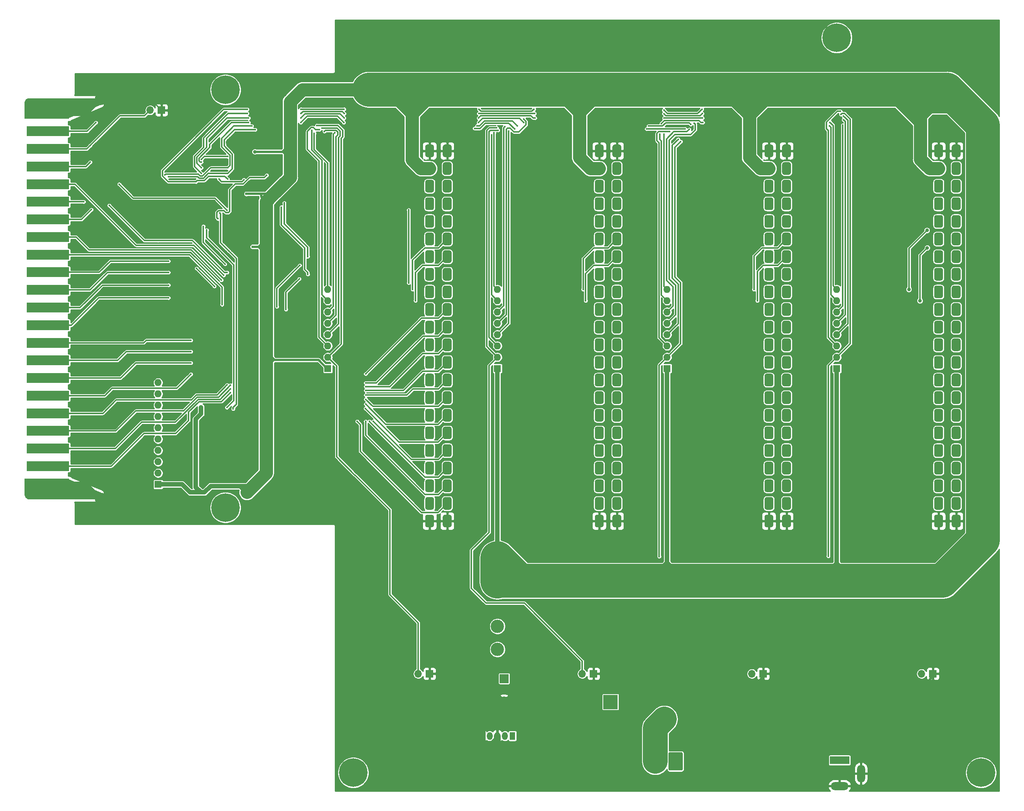
<source format=gbr>
%TF.GenerationSoftware,KiCad,Pcbnew,(5.1.10)-1*%
%TF.CreationDate,2022-08-24T18:43:54-04:00*%
%TF.ProjectId,VIC-20-Rear-Expander,5649432d-3230-42d5-9265-61722d457870,2*%
%TF.SameCoordinates,Original*%
%TF.FileFunction,Copper,L2,Bot*%
%TF.FilePolarity,Positive*%
%FSLAX46Y46*%
G04 Gerber Fmt 4.6, Leading zero omitted, Abs format (unit mm)*
G04 Created by KiCad (PCBNEW (5.1.10)-1) date 2022-08-24 18:43:54*
%MOMM*%
%LPD*%
G01*
G04 APERTURE LIST*
%TA.AperFunction,EtchedComponent*%
%ADD10C,0.100000*%
%TD*%
%TA.AperFunction,ConnectorPad*%
%ADD11R,9.500000X2.250000*%
%TD*%
%TA.AperFunction,ConnectorPad*%
%ADD12C,0.100000*%
%TD*%
%TA.AperFunction,ComponentPad*%
%ADD13R,3.200000X3.200000*%
%TD*%
%TA.AperFunction,ComponentPad*%
%ADD14O,3.200000X3.200000*%
%TD*%
%TA.AperFunction,ComponentPad*%
%ADD15C,3.000000*%
%TD*%
%TA.AperFunction,ComponentPad*%
%ADD16O,1.800000X4.000000*%
%TD*%
%TA.AperFunction,ComponentPad*%
%ADD17O,4.000000X1.800000*%
%TD*%
%TA.AperFunction,ComponentPad*%
%ADD18R,4.400000X1.800000*%
%TD*%
%TA.AperFunction,ComponentPad*%
%ADD19R,1.600000X1.600000*%
%TD*%
%TA.AperFunction,ComponentPad*%
%ADD20O,1.600000X1.600000*%
%TD*%
%TA.AperFunction,ComponentPad*%
%ADD21R,1.700000X1.700000*%
%TD*%
%TA.AperFunction,ComponentPad*%
%ADD22O,1.700000X1.700000*%
%TD*%
%TA.AperFunction,ComponentPad*%
%ADD23R,1.275000X1.800000*%
%TD*%
%TA.AperFunction,ComponentPad*%
%ADD24O,1.275000X1.800000*%
%TD*%
%TA.AperFunction,ComponentPad*%
%ADD25R,2.000000X2.000000*%
%TD*%
%TA.AperFunction,ComponentPad*%
%ADD26C,2.000000*%
%TD*%
%TA.AperFunction,ComponentPad*%
%ADD27O,3.160000X4.100000*%
%TD*%
%TA.AperFunction,ComponentPad*%
%ADD28C,6.400000*%
%TD*%
%TA.AperFunction,ComponentPad*%
%ADD29C,0.800000*%
%TD*%
%TA.AperFunction,ViaPad*%
%ADD30C,3.500000*%
%TD*%
%TA.AperFunction,ViaPad*%
%ADD31C,0.800000*%
%TD*%
%TA.AperFunction,ViaPad*%
%ADD32C,0.600000*%
%TD*%
%TA.AperFunction,ViaPad*%
%ADD33C,0.400000*%
%TD*%
%TA.AperFunction,Conductor*%
%ADD34C,1.000000*%
%TD*%
%TA.AperFunction,Conductor*%
%ADD35C,7.620000*%
%TD*%
%TA.AperFunction,Conductor*%
%ADD36C,3.000000*%
%TD*%
%TA.AperFunction,Conductor*%
%ADD37C,0.500000*%
%TD*%
%TA.AperFunction,Conductor*%
%ADD38C,0.300000*%
%TD*%
%TA.AperFunction,Conductor*%
%ADD39C,2.000000*%
%TD*%
%TA.AperFunction,Conductor*%
%ADD40C,1.500000*%
%TD*%
%TA.AperFunction,Conductor*%
%ADD41C,5.560000*%
%TD*%
%TA.AperFunction,Conductor*%
%ADD42C,0.234000*%
%TD*%
%TA.AperFunction,Conductor*%
%ADD43C,0.100000*%
%TD*%
G04 APERTURE END LIST*
D10*
%TO.C,X1*%
G36*
X64706000Y-68352120D02*
G01*
X64706000Y-67653620D01*
X64960000Y-67209120D01*
X65404500Y-66955120D01*
X65658500Y-66955120D01*
X81787500Y-66955120D01*
X81787500Y-68352120D01*
X64706000Y-68352120D01*
G37*
X64706000Y-68352120D02*
X64706000Y-67653620D01*
X64960000Y-67209120D01*
X65404500Y-66955120D01*
X65658500Y-66955120D01*
X81787500Y-66955120D01*
X81787500Y-68352120D01*
X64706000Y-68352120D01*
%TD*%
%TO.P,X2,Z*%
%TO.N,GND*%
%TA.AperFunction,ComponentPad*%
G36*
G01*
X160035000Y-80165000D02*
X159035000Y-80165000D01*
G75*
G02*
X158535000Y-79665000I0J500000D01*
G01*
X158535000Y-77815000D01*
G75*
G02*
X159035000Y-77315000I500000J0D01*
G01*
X160035000Y-77315000D01*
G75*
G02*
X160535000Y-77815000I0J-500000D01*
G01*
X160535000Y-79665000D01*
G75*
G02*
X160035000Y-80165000I-500000J0D01*
G01*
G37*
%TD.AperFunction*%
%TO.P,X2,Y*%
%TO.N,/NC2*%
%TA.AperFunction,ComponentPad*%
G36*
G01*
X160035000Y-84125000D02*
X159035000Y-84125000D01*
G75*
G02*
X158535000Y-83625000I0J500000D01*
G01*
X158535000Y-81775000D01*
G75*
G02*
X159035000Y-81275000I500000J0D01*
G01*
X160035000Y-81275000D01*
G75*
G02*
X160535000Y-81775000I0J-500000D01*
G01*
X160535000Y-83625000D01*
G75*
G02*
X160035000Y-84125000I-500000J0D01*
G01*
G37*
%TD.AperFunction*%
%TO.P,X2,X*%
%TO.N,/~RESET*%
%TA.AperFunction,ComponentPad*%
G36*
G01*
X160035000Y-88085000D02*
X159035000Y-88085000D01*
G75*
G02*
X158535000Y-87585000I0J500000D01*
G01*
X158535000Y-85735000D01*
G75*
G02*
X159035000Y-85235000I500000J0D01*
G01*
X160035000Y-85235000D01*
G75*
G02*
X160535000Y-85735000I0J-500000D01*
G01*
X160535000Y-87585000D01*
G75*
G02*
X160035000Y-88085000I-500000J0D01*
G01*
G37*
%TD.AperFunction*%
%TO.P,X2,W*%
%TO.N,/~NMI*%
%TA.AperFunction,ComponentPad*%
G36*
G01*
X160035000Y-92045000D02*
X159035000Y-92045000D01*
G75*
G02*
X158535000Y-91545000I0J500000D01*
G01*
X158535000Y-89695000D01*
G75*
G02*
X159035000Y-89195000I500000J0D01*
G01*
X160035000Y-89195000D01*
G75*
G02*
X160535000Y-89695000I0J-500000D01*
G01*
X160535000Y-91545000D01*
G75*
G02*
X160035000Y-92045000I-500000J0D01*
G01*
G37*
%TD.AperFunction*%
%TO.P,X2,V*%
%TO.N,/SPhi2*%
%TA.AperFunction,ComponentPad*%
G36*
G01*
X160035000Y-96005000D02*
X159035000Y-96005000D01*
G75*
G02*
X158535000Y-95505000I0J500000D01*
G01*
X158535000Y-93655000D01*
G75*
G02*
X159035000Y-93155000I500000J0D01*
G01*
X160035000Y-93155000D01*
G75*
G02*
X160535000Y-93655000I0J-500000D01*
G01*
X160535000Y-95505000D01*
G75*
G02*
X160035000Y-96005000I-500000J0D01*
G01*
G37*
%TD.AperFunction*%
%TO.P,X2,U*%
%TO.N,/~I3A*%
%TA.AperFunction,ComponentPad*%
G36*
G01*
X160035000Y-99965000D02*
X159035000Y-99965000D01*
G75*
G02*
X158535000Y-99465000I0J500000D01*
G01*
X158535000Y-97615000D01*
G75*
G02*
X159035000Y-97115000I500000J0D01*
G01*
X160035000Y-97115000D01*
G75*
G02*
X160535000Y-97615000I0J-500000D01*
G01*
X160535000Y-99465000D01*
G75*
G02*
X160035000Y-99965000I-500000J0D01*
G01*
G37*
%TD.AperFunction*%
%TO.P,X2,T*%
%TO.N,/~I2A*%
%TA.AperFunction,ComponentPad*%
G36*
G01*
X160035000Y-103925000D02*
X159035000Y-103925000D01*
G75*
G02*
X158535000Y-103425000I0J500000D01*
G01*
X158535000Y-101575000D01*
G75*
G02*
X159035000Y-101075000I500000J0D01*
G01*
X160035000Y-101075000D01*
G75*
G02*
X160535000Y-101575000I0J-500000D01*
G01*
X160535000Y-103425000D01*
G75*
G02*
X160035000Y-103925000I-500000J0D01*
G01*
G37*
%TD.AperFunction*%
%TO.P,X2,S*%
%TO.N,/A13*%
%TA.AperFunction,ComponentPad*%
G36*
G01*
X160035000Y-107885000D02*
X159035000Y-107885000D01*
G75*
G02*
X158535000Y-107385000I0J500000D01*
G01*
X158535000Y-105535000D01*
G75*
G02*
X159035000Y-105035000I500000J0D01*
G01*
X160035000Y-105035000D01*
G75*
G02*
X160535000Y-105535000I0J-500000D01*
G01*
X160535000Y-107385000D01*
G75*
G02*
X160035000Y-107885000I-500000J0D01*
G01*
G37*
%TD.AperFunction*%
%TO.P,X2,R*%
%TO.N,/A12*%
%TA.AperFunction,ComponentPad*%
G36*
G01*
X160035000Y-111845000D02*
X159035000Y-111845000D01*
G75*
G02*
X158535000Y-111345000I0J500000D01*
G01*
X158535000Y-109495000D01*
G75*
G02*
X159035000Y-108995000I500000J0D01*
G01*
X160035000Y-108995000D01*
G75*
G02*
X160535000Y-109495000I0J-500000D01*
G01*
X160535000Y-111345000D01*
G75*
G02*
X160035000Y-111845000I-500000J0D01*
G01*
G37*
%TD.AperFunction*%
%TO.P,X2,P*%
%TO.N,/A11*%
%TA.AperFunction,ComponentPad*%
G36*
G01*
X160035000Y-115805000D02*
X159035000Y-115805000D01*
G75*
G02*
X158535000Y-115305000I0J500000D01*
G01*
X158535000Y-113455000D01*
G75*
G02*
X159035000Y-112955000I500000J0D01*
G01*
X160035000Y-112955000D01*
G75*
G02*
X160535000Y-113455000I0J-500000D01*
G01*
X160535000Y-115305000D01*
G75*
G02*
X160035000Y-115805000I-500000J0D01*
G01*
G37*
%TD.AperFunction*%
%TO.P,X2,N*%
%TO.N,/A10*%
%TA.AperFunction,ComponentPad*%
G36*
G01*
X160035000Y-119765000D02*
X159035000Y-119765000D01*
G75*
G02*
X158535000Y-119265000I0J500000D01*
G01*
X158535000Y-117415000D01*
G75*
G02*
X159035000Y-116915000I500000J0D01*
G01*
X160035000Y-116915000D01*
G75*
G02*
X160535000Y-117415000I0J-500000D01*
G01*
X160535000Y-119265000D01*
G75*
G02*
X160035000Y-119765000I-500000J0D01*
G01*
G37*
%TD.AperFunction*%
%TO.P,X2,M*%
%TO.N,/A9*%
%TA.AperFunction,ComponentPad*%
G36*
G01*
X160035000Y-123725000D02*
X159035000Y-123725000D01*
G75*
G02*
X158535000Y-123225000I0J500000D01*
G01*
X158535000Y-121375000D01*
G75*
G02*
X159035000Y-120875000I500000J0D01*
G01*
X160035000Y-120875000D01*
G75*
G02*
X160535000Y-121375000I0J-500000D01*
G01*
X160535000Y-123225000D01*
G75*
G02*
X160035000Y-123725000I-500000J0D01*
G01*
G37*
%TD.AperFunction*%
%TO.P,X2,L*%
%TO.N,/A8*%
%TA.AperFunction,ComponentPad*%
G36*
G01*
X160035000Y-127685000D02*
X159035000Y-127685000D01*
G75*
G02*
X158535000Y-127185000I0J500000D01*
G01*
X158535000Y-125335000D01*
G75*
G02*
X159035000Y-124835000I500000J0D01*
G01*
X160035000Y-124835000D01*
G75*
G02*
X160535000Y-125335000I0J-500000D01*
G01*
X160535000Y-127185000D01*
G75*
G02*
X160035000Y-127685000I-500000J0D01*
G01*
G37*
%TD.AperFunction*%
%TO.P,X2,K*%
%TO.N,/A7*%
%TA.AperFunction,ComponentPad*%
G36*
G01*
X160035000Y-131645000D02*
X159035000Y-131645000D01*
G75*
G02*
X158535000Y-131145000I0J500000D01*
G01*
X158535000Y-129295000D01*
G75*
G02*
X159035000Y-128795000I500000J0D01*
G01*
X160035000Y-128795000D01*
G75*
G02*
X160535000Y-129295000I0J-500000D01*
G01*
X160535000Y-131145000D01*
G75*
G02*
X160035000Y-131645000I-500000J0D01*
G01*
G37*
%TD.AperFunction*%
%TO.P,X2,J*%
%TO.N,/A6*%
%TA.AperFunction,ComponentPad*%
G36*
G01*
X160035000Y-135605000D02*
X159035000Y-135605000D01*
G75*
G02*
X158535000Y-135105000I0J500000D01*
G01*
X158535000Y-133255000D01*
G75*
G02*
X159035000Y-132755000I500000J0D01*
G01*
X160035000Y-132755000D01*
G75*
G02*
X160535000Y-133255000I0J-500000D01*
G01*
X160535000Y-135105000D01*
G75*
G02*
X160035000Y-135605000I-500000J0D01*
G01*
G37*
%TD.AperFunction*%
%TO.P,X2,H*%
%TO.N,/A5*%
%TA.AperFunction,ComponentPad*%
G36*
G01*
X160035000Y-139565000D02*
X159035000Y-139565000D01*
G75*
G02*
X158535000Y-139065000I0J500000D01*
G01*
X158535000Y-137215000D01*
G75*
G02*
X159035000Y-136715000I500000J0D01*
G01*
X160035000Y-136715000D01*
G75*
G02*
X160535000Y-137215000I0J-500000D01*
G01*
X160535000Y-139065000D01*
G75*
G02*
X160035000Y-139565000I-500000J0D01*
G01*
G37*
%TD.AperFunction*%
%TO.P,X2,F*%
%TO.N,/A4*%
%TA.AperFunction,ComponentPad*%
G36*
G01*
X160035000Y-143525000D02*
X159035000Y-143525000D01*
G75*
G02*
X158535000Y-143025000I0J500000D01*
G01*
X158535000Y-141175000D01*
G75*
G02*
X159035000Y-140675000I500000J0D01*
G01*
X160035000Y-140675000D01*
G75*
G02*
X160535000Y-141175000I0J-500000D01*
G01*
X160535000Y-143025000D01*
G75*
G02*
X160035000Y-143525000I-500000J0D01*
G01*
G37*
%TD.AperFunction*%
%TO.P,X2,E*%
%TO.N,/A3*%
%TA.AperFunction,ComponentPad*%
G36*
G01*
X160035000Y-147485000D02*
X159035000Y-147485000D01*
G75*
G02*
X158535000Y-146985000I0J500000D01*
G01*
X158535000Y-145135000D01*
G75*
G02*
X159035000Y-144635000I500000J0D01*
G01*
X160035000Y-144635000D01*
G75*
G02*
X160535000Y-145135000I0J-500000D01*
G01*
X160535000Y-146985000D01*
G75*
G02*
X160035000Y-147485000I-500000J0D01*
G01*
G37*
%TD.AperFunction*%
%TO.P,X2,D*%
%TO.N,/A2*%
%TA.AperFunction,ComponentPad*%
G36*
G01*
X160035000Y-151445000D02*
X159035000Y-151445000D01*
G75*
G02*
X158535000Y-150945000I0J500000D01*
G01*
X158535000Y-149095000D01*
G75*
G02*
X159035000Y-148595000I500000J0D01*
G01*
X160035000Y-148595000D01*
G75*
G02*
X160535000Y-149095000I0J-500000D01*
G01*
X160535000Y-150945000D01*
G75*
G02*
X160035000Y-151445000I-500000J0D01*
G01*
G37*
%TD.AperFunction*%
%TO.P,X2,C*%
%TO.N,/A1*%
%TA.AperFunction,ComponentPad*%
G36*
G01*
X160035000Y-155405000D02*
X159035000Y-155405000D01*
G75*
G02*
X158535000Y-154905000I0J500000D01*
G01*
X158535000Y-153055000D01*
G75*
G02*
X159035000Y-152555000I500000J0D01*
G01*
X160035000Y-152555000D01*
G75*
G02*
X160535000Y-153055000I0J-500000D01*
G01*
X160535000Y-154905000D01*
G75*
G02*
X160035000Y-155405000I-500000J0D01*
G01*
G37*
%TD.AperFunction*%
%TO.P,X2,B*%
%TO.N,/A0*%
%TA.AperFunction,ComponentPad*%
G36*
G01*
X160035000Y-159365000D02*
X159035000Y-159365000D01*
G75*
G02*
X158535000Y-158865000I0J500000D01*
G01*
X158535000Y-157015000D01*
G75*
G02*
X159035000Y-156515000I500000J0D01*
G01*
X160035000Y-156515000D01*
G75*
G02*
X160535000Y-157015000I0J-500000D01*
G01*
X160535000Y-158865000D01*
G75*
G02*
X160035000Y-159365000I-500000J0D01*
G01*
G37*
%TD.AperFunction*%
%TO.P,X2,A*%
%TO.N,GND*%
%TA.AperFunction,ComponentPad*%
G36*
G01*
X160035000Y-163325000D02*
X159035000Y-163325000D01*
G75*
G02*
X158535000Y-162825000I0J500000D01*
G01*
X158535000Y-160975000D01*
G75*
G02*
X159035000Y-160475000I500000J0D01*
G01*
X160035000Y-160475000D01*
G75*
G02*
X160535000Y-160975000I0J-500000D01*
G01*
X160535000Y-162825000D01*
G75*
G02*
X160035000Y-163325000I-500000J0D01*
G01*
G37*
%TD.AperFunction*%
%TO.P,X2,22*%
%TA.AperFunction,ComponentPad*%
G36*
G01*
X156075000Y-80165000D02*
X155075000Y-80165000D01*
G75*
G02*
X154575000Y-79665000I0J500000D01*
G01*
X154575000Y-77815000D01*
G75*
G02*
X155075000Y-77315000I500000J0D01*
G01*
X156075000Y-77315000D01*
G75*
G02*
X156575000Y-77815000I0J-500000D01*
G01*
X156575000Y-79665000D01*
G75*
G02*
X156075000Y-80165000I-500000J0D01*
G01*
G37*
%TD.AperFunction*%
%TO.P,X2,21*%
%TO.N,+5V*%
%TA.AperFunction,ComponentPad*%
G36*
G01*
X156075000Y-84125000D02*
X155075000Y-84125000D01*
G75*
G02*
X154575000Y-83625000I0J500000D01*
G01*
X154575000Y-81775000D01*
G75*
G02*
X155075000Y-81275000I500000J0D01*
G01*
X156075000Y-81275000D01*
G75*
G02*
X156575000Y-81775000I0J-500000D01*
G01*
X156575000Y-83625000D01*
G75*
G02*
X156075000Y-84125000I-500000J0D01*
G01*
G37*
%TD.AperFunction*%
%TO.P,X2,20*%
%TO.N,/NC1*%
%TA.AperFunction,ComponentPad*%
G36*
G01*
X156075000Y-88085000D02*
X155075000Y-88085000D01*
G75*
G02*
X154575000Y-87585000I0J500000D01*
G01*
X154575000Y-85735000D01*
G75*
G02*
X155075000Y-85235000I500000J0D01*
G01*
X156075000Y-85235000D01*
G75*
G02*
X156575000Y-85735000I0J-500000D01*
G01*
X156575000Y-87585000D01*
G75*
G02*
X156075000Y-88085000I-500000J0D01*
G01*
G37*
%TD.AperFunction*%
%TO.P,X2,19*%
%TO.N,/~IRQ*%
%TA.AperFunction,ComponentPad*%
G36*
G01*
X156075000Y-92045000D02*
X155075000Y-92045000D01*
G75*
G02*
X154575000Y-91545000I0J500000D01*
G01*
X154575000Y-89695000D01*
G75*
G02*
X155075000Y-89195000I500000J0D01*
G01*
X156075000Y-89195000D01*
G75*
G02*
X156575000Y-89695000I0J-500000D01*
G01*
X156575000Y-91545000D01*
G75*
G02*
X156075000Y-92045000I-500000J0D01*
G01*
G37*
%TD.AperFunction*%
%TO.P,X2,18*%
%TO.N,/CR~W*%
%TA.AperFunction,ComponentPad*%
G36*
G01*
X156075000Y-96005000D02*
X155075000Y-96005000D01*
G75*
G02*
X154575000Y-95505000I0J500000D01*
G01*
X154575000Y-93655000D01*
G75*
G02*
X155075000Y-93155000I500000J0D01*
G01*
X156075000Y-93155000D01*
G75*
G02*
X156575000Y-93655000I0J-500000D01*
G01*
X156575000Y-95505000D01*
G75*
G02*
X156075000Y-96005000I-500000J0D01*
G01*
G37*
%TD.AperFunction*%
%TO.P,X2,17*%
%TO.N,/VR~W*%
%TA.AperFunction,ComponentPad*%
G36*
G01*
X156075000Y-99965000D02*
X155075000Y-99965000D01*
G75*
G02*
X154575000Y-99465000I0J500000D01*
G01*
X154575000Y-97615000D01*
G75*
G02*
X155075000Y-97115000I500000J0D01*
G01*
X156075000Y-97115000D01*
G75*
G02*
X156575000Y-97615000I0J-500000D01*
G01*
X156575000Y-99465000D01*
G75*
G02*
X156075000Y-99965000I-500000J0D01*
G01*
G37*
%TD.AperFunction*%
%TO.P,X2,16*%
%TO.N,/~RAM3*%
%TA.AperFunction,ComponentPad*%
G36*
G01*
X156075000Y-103925000D02*
X155075000Y-103925000D01*
G75*
G02*
X154575000Y-103425000I0J500000D01*
G01*
X154575000Y-101575000D01*
G75*
G02*
X155075000Y-101075000I500000J0D01*
G01*
X156075000Y-101075000D01*
G75*
G02*
X156575000Y-101575000I0J-500000D01*
G01*
X156575000Y-103425000D01*
G75*
G02*
X156075000Y-103925000I-500000J0D01*
G01*
G37*
%TD.AperFunction*%
%TO.P,X2,15*%
%TO.N,/~RAM2*%
%TA.AperFunction,ComponentPad*%
G36*
G01*
X156075000Y-107885000D02*
X155075000Y-107885000D01*
G75*
G02*
X154575000Y-107385000I0J500000D01*
G01*
X154575000Y-105535000D01*
G75*
G02*
X155075000Y-105035000I500000J0D01*
G01*
X156075000Y-105035000D01*
G75*
G02*
X156575000Y-105535000I0J-500000D01*
G01*
X156575000Y-107385000D01*
G75*
G02*
X156075000Y-107885000I-500000J0D01*
G01*
G37*
%TD.AperFunction*%
%TO.P,X2,14*%
%TO.N,/~RAM1*%
%TA.AperFunction,ComponentPad*%
G36*
G01*
X156075000Y-111845000D02*
X155075000Y-111845000D01*
G75*
G02*
X154575000Y-111345000I0J500000D01*
G01*
X154575000Y-109495000D01*
G75*
G02*
X155075000Y-108995000I500000J0D01*
G01*
X156075000Y-108995000D01*
G75*
G02*
X156575000Y-109495000I0J-500000D01*
G01*
X156575000Y-111345000D01*
G75*
G02*
X156075000Y-111845000I-500000J0D01*
G01*
G37*
%TD.AperFunction*%
%TO.P,X2,13*%
%TO.N,/~B5A*%
%TA.AperFunction,ComponentPad*%
G36*
G01*
X156075000Y-115805000D02*
X155075000Y-115805000D01*
G75*
G02*
X154575000Y-115305000I0J500000D01*
G01*
X154575000Y-113455000D01*
G75*
G02*
X155075000Y-112955000I500000J0D01*
G01*
X156075000Y-112955000D01*
G75*
G02*
X156575000Y-113455000I0J-500000D01*
G01*
X156575000Y-115305000D01*
G75*
G02*
X156075000Y-115805000I-500000J0D01*
G01*
G37*
%TD.AperFunction*%
%TO.P,X2,12*%
%TO.N,/~B3A*%
%TA.AperFunction,ComponentPad*%
G36*
G01*
X156075000Y-119765000D02*
X155075000Y-119765000D01*
G75*
G02*
X154575000Y-119265000I0J500000D01*
G01*
X154575000Y-117415000D01*
G75*
G02*
X155075000Y-116915000I500000J0D01*
G01*
X156075000Y-116915000D01*
G75*
G02*
X156575000Y-117415000I0J-500000D01*
G01*
X156575000Y-119265000D01*
G75*
G02*
X156075000Y-119765000I-500000J0D01*
G01*
G37*
%TD.AperFunction*%
%TO.P,X2,11*%
%TO.N,/~B2A*%
%TA.AperFunction,ComponentPad*%
G36*
G01*
X156075000Y-123725000D02*
X155075000Y-123725000D01*
G75*
G02*
X154575000Y-123225000I0J500000D01*
G01*
X154575000Y-121375000D01*
G75*
G02*
X155075000Y-120875000I500000J0D01*
G01*
X156075000Y-120875000D01*
G75*
G02*
X156575000Y-121375000I0J-500000D01*
G01*
X156575000Y-123225000D01*
G75*
G02*
X156075000Y-123725000I-500000J0D01*
G01*
G37*
%TD.AperFunction*%
%TO.P,X2,10*%
%TO.N,/~B1A*%
%TA.AperFunction,ComponentPad*%
G36*
G01*
X156075000Y-127685000D02*
X155075000Y-127685000D01*
G75*
G02*
X154575000Y-127185000I0J500000D01*
G01*
X154575000Y-125335000D01*
G75*
G02*
X155075000Y-124835000I500000J0D01*
G01*
X156075000Y-124835000D01*
G75*
G02*
X156575000Y-125335000I0J-500000D01*
G01*
X156575000Y-127185000D01*
G75*
G02*
X156075000Y-127685000I-500000J0D01*
G01*
G37*
%TD.AperFunction*%
%TO.P,X2,9*%
%TO.N,/D7*%
%TA.AperFunction,ComponentPad*%
G36*
G01*
X156075000Y-131645000D02*
X155075000Y-131645000D01*
G75*
G02*
X154575000Y-131145000I0J500000D01*
G01*
X154575000Y-129295000D01*
G75*
G02*
X155075000Y-128795000I500000J0D01*
G01*
X156075000Y-128795000D01*
G75*
G02*
X156575000Y-129295000I0J-500000D01*
G01*
X156575000Y-131145000D01*
G75*
G02*
X156075000Y-131645000I-500000J0D01*
G01*
G37*
%TD.AperFunction*%
%TO.P,X2,8*%
%TO.N,/D6*%
%TA.AperFunction,ComponentPad*%
G36*
G01*
X156075000Y-135605000D02*
X155075000Y-135605000D01*
G75*
G02*
X154575000Y-135105000I0J500000D01*
G01*
X154575000Y-133255000D01*
G75*
G02*
X155075000Y-132755000I500000J0D01*
G01*
X156075000Y-132755000D01*
G75*
G02*
X156575000Y-133255000I0J-500000D01*
G01*
X156575000Y-135105000D01*
G75*
G02*
X156075000Y-135605000I-500000J0D01*
G01*
G37*
%TD.AperFunction*%
%TO.P,X2,7*%
%TO.N,/D5*%
%TA.AperFunction,ComponentPad*%
G36*
G01*
X156075000Y-139565000D02*
X155075000Y-139565000D01*
G75*
G02*
X154575000Y-139065000I0J500000D01*
G01*
X154575000Y-137215000D01*
G75*
G02*
X155075000Y-136715000I500000J0D01*
G01*
X156075000Y-136715000D01*
G75*
G02*
X156575000Y-137215000I0J-500000D01*
G01*
X156575000Y-139065000D01*
G75*
G02*
X156075000Y-139565000I-500000J0D01*
G01*
G37*
%TD.AperFunction*%
%TO.P,X2,6*%
%TO.N,/D4*%
%TA.AperFunction,ComponentPad*%
G36*
G01*
X156075000Y-143525000D02*
X155075000Y-143525000D01*
G75*
G02*
X154575000Y-143025000I0J500000D01*
G01*
X154575000Y-141175000D01*
G75*
G02*
X155075000Y-140675000I500000J0D01*
G01*
X156075000Y-140675000D01*
G75*
G02*
X156575000Y-141175000I0J-500000D01*
G01*
X156575000Y-143025000D01*
G75*
G02*
X156075000Y-143525000I-500000J0D01*
G01*
G37*
%TD.AperFunction*%
%TO.P,X2,5*%
%TO.N,/D3*%
%TA.AperFunction,ComponentPad*%
G36*
G01*
X156075000Y-147485000D02*
X155075000Y-147485000D01*
G75*
G02*
X154575000Y-146985000I0J500000D01*
G01*
X154575000Y-145135000D01*
G75*
G02*
X155075000Y-144635000I500000J0D01*
G01*
X156075000Y-144635000D01*
G75*
G02*
X156575000Y-145135000I0J-500000D01*
G01*
X156575000Y-146985000D01*
G75*
G02*
X156075000Y-147485000I-500000J0D01*
G01*
G37*
%TD.AperFunction*%
%TO.P,X2,4*%
%TO.N,/D2*%
%TA.AperFunction,ComponentPad*%
G36*
G01*
X156075000Y-151445000D02*
X155075000Y-151445000D01*
G75*
G02*
X154575000Y-150945000I0J500000D01*
G01*
X154575000Y-149095000D01*
G75*
G02*
X155075000Y-148595000I500000J0D01*
G01*
X156075000Y-148595000D01*
G75*
G02*
X156575000Y-149095000I0J-500000D01*
G01*
X156575000Y-150945000D01*
G75*
G02*
X156075000Y-151445000I-500000J0D01*
G01*
G37*
%TD.AperFunction*%
%TO.P,X2,3*%
%TO.N,/D1*%
%TA.AperFunction,ComponentPad*%
G36*
G01*
X156075000Y-155405000D02*
X155075000Y-155405000D01*
G75*
G02*
X154575000Y-154905000I0J500000D01*
G01*
X154575000Y-153055000D01*
G75*
G02*
X155075000Y-152555000I500000J0D01*
G01*
X156075000Y-152555000D01*
G75*
G02*
X156575000Y-153055000I0J-500000D01*
G01*
X156575000Y-154905000D01*
G75*
G02*
X156075000Y-155405000I-500000J0D01*
G01*
G37*
%TD.AperFunction*%
%TO.P,X2,2*%
%TO.N,/D0*%
%TA.AperFunction,ComponentPad*%
G36*
G01*
X156075000Y-159365000D02*
X155075000Y-159365000D01*
G75*
G02*
X154575000Y-158865000I0J500000D01*
G01*
X154575000Y-157015000D01*
G75*
G02*
X155075000Y-156515000I500000J0D01*
G01*
X156075000Y-156515000D01*
G75*
G02*
X156575000Y-157015000I0J-500000D01*
G01*
X156575000Y-158865000D01*
G75*
G02*
X156075000Y-159365000I-500000J0D01*
G01*
G37*
%TD.AperFunction*%
%TO.P,X2,1*%
%TO.N,GND*%
%TA.AperFunction,ComponentPad*%
G36*
G01*
X156075000Y-163325000D02*
X155075000Y-163325000D01*
G75*
G02*
X154575000Y-162825000I0J500000D01*
G01*
X154575000Y-160975000D01*
G75*
G02*
X155075000Y-160475000I500000J0D01*
G01*
X156075000Y-160475000D01*
G75*
G02*
X156575000Y-160975000I0J-500000D01*
G01*
X156575000Y-162825000D01*
G75*
G02*
X156075000Y-163325000I-500000J0D01*
G01*
G37*
%TD.AperFunction*%
%TD*%
%TO.P,X3,Z*%
%TO.N,GND*%
%TA.AperFunction,ComponentPad*%
G36*
G01*
X198135000Y-80165000D02*
X197135000Y-80165000D01*
G75*
G02*
X196635000Y-79665000I0J500000D01*
G01*
X196635000Y-77815000D01*
G75*
G02*
X197135000Y-77315000I500000J0D01*
G01*
X198135000Y-77315000D01*
G75*
G02*
X198635000Y-77815000I0J-500000D01*
G01*
X198635000Y-79665000D01*
G75*
G02*
X198135000Y-80165000I-500000J0D01*
G01*
G37*
%TD.AperFunction*%
%TO.P,X3,Y*%
%TO.N,/NC2*%
%TA.AperFunction,ComponentPad*%
G36*
G01*
X198135000Y-84125000D02*
X197135000Y-84125000D01*
G75*
G02*
X196635000Y-83625000I0J500000D01*
G01*
X196635000Y-81775000D01*
G75*
G02*
X197135000Y-81275000I500000J0D01*
G01*
X198135000Y-81275000D01*
G75*
G02*
X198635000Y-81775000I0J-500000D01*
G01*
X198635000Y-83625000D01*
G75*
G02*
X198135000Y-84125000I-500000J0D01*
G01*
G37*
%TD.AperFunction*%
%TO.P,X3,X*%
%TO.N,/~RESET*%
%TA.AperFunction,ComponentPad*%
G36*
G01*
X198135000Y-88085000D02*
X197135000Y-88085000D01*
G75*
G02*
X196635000Y-87585000I0J500000D01*
G01*
X196635000Y-85735000D01*
G75*
G02*
X197135000Y-85235000I500000J0D01*
G01*
X198135000Y-85235000D01*
G75*
G02*
X198635000Y-85735000I0J-500000D01*
G01*
X198635000Y-87585000D01*
G75*
G02*
X198135000Y-88085000I-500000J0D01*
G01*
G37*
%TD.AperFunction*%
%TO.P,X3,W*%
%TO.N,/~NMI*%
%TA.AperFunction,ComponentPad*%
G36*
G01*
X198135000Y-92045000D02*
X197135000Y-92045000D01*
G75*
G02*
X196635000Y-91545000I0J500000D01*
G01*
X196635000Y-89695000D01*
G75*
G02*
X197135000Y-89195000I500000J0D01*
G01*
X198135000Y-89195000D01*
G75*
G02*
X198635000Y-89695000I0J-500000D01*
G01*
X198635000Y-91545000D01*
G75*
G02*
X198135000Y-92045000I-500000J0D01*
G01*
G37*
%TD.AperFunction*%
%TO.P,X3,V*%
%TO.N,/SPhi2*%
%TA.AperFunction,ComponentPad*%
G36*
G01*
X198135000Y-96005000D02*
X197135000Y-96005000D01*
G75*
G02*
X196635000Y-95505000I0J500000D01*
G01*
X196635000Y-93655000D01*
G75*
G02*
X197135000Y-93155000I500000J0D01*
G01*
X198135000Y-93155000D01*
G75*
G02*
X198635000Y-93655000I0J-500000D01*
G01*
X198635000Y-95505000D01*
G75*
G02*
X198135000Y-96005000I-500000J0D01*
G01*
G37*
%TD.AperFunction*%
%TO.P,X3,U*%
%TO.N,/~I3B*%
%TA.AperFunction,ComponentPad*%
G36*
G01*
X198135000Y-99965000D02*
X197135000Y-99965000D01*
G75*
G02*
X196635000Y-99465000I0J500000D01*
G01*
X196635000Y-97615000D01*
G75*
G02*
X197135000Y-97115000I500000J0D01*
G01*
X198135000Y-97115000D01*
G75*
G02*
X198635000Y-97615000I0J-500000D01*
G01*
X198635000Y-99465000D01*
G75*
G02*
X198135000Y-99965000I-500000J0D01*
G01*
G37*
%TD.AperFunction*%
%TO.P,X3,T*%
%TO.N,/~I2B*%
%TA.AperFunction,ComponentPad*%
G36*
G01*
X198135000Y-103925000D02*
X197135000Y-103925000D01*
G75*
G02*
X196635000Y-103425000I0J500000D01*
G01*
X196635000Y-101575000D01*
G75*
G02*
X197135000Y-101075000I500000J0D01*
G01*
X198135000Y-101075000D01*
G75*
G02*
X198635000Y-101575000I0J-500000D01*
G01*
X198635000Y-103425000D01*
G75*
G02*
X198135000Y-103925000I-500000J0D01*
G01*
G37*
%TD.AperFunction*%
%TO.P,X3,S*%
%TO.N,/A13*%
%TA.AperFunction,ComponentPad*%
G36*
G01*
X198135000Y-107885000D02*
X197135000Y-107885000D01*
G75*
G02*
X196635000Y-107385000I0J500000D01*
G01*
X196635000Y-105535000D01*
G75*
G02*
X197135000Y-105035000I500000J0D01*
G01*
X198135000Y-105035000D01*
G75*
G02*
X198635000Y-105535000I0J-500000D01*
G01*
X198635000Y-107385000D01*
G75*
G02*
X198135000Y-107885000I-500000J0D01*
G01*
G37*
%TD.AperFunction*%
%TO.P,X3,R*%
%TO.N,/A12*%
%TA.AperFunction,ComponentPad*%
G36*
G01*
X198135000Y-111845000D02*
X197135000Y-111845000D01*
G75*
G02*
X196635000Y-111345000I0J500000D01*
G01*
X196635000Y-109495000D01*
G75*
G02*
X197135000Y-108995000I500000J0D01*
G01*
X198135000Y-108995000D01*
G75*
G02*
X198635000Y-109495000I0J-500000D01*
G01*
X198635000Y-111345000D01*
G75*
G02*
X198135000Y-111845000I-500000J0D01*
G01*
G37*
%TD.AperFunction*%
%TO.P,X3,P*%
%TO.N,/A11*%
%TA.AperFunction,ComponentPad*%
G36*
G01*
X198135000Y-115805000D02*
X197135000Y-115805000D01*
G75*
G02*
X196635000Y-115305000I0J500000D01*
G01*
X196635000Y-113455000D01*
G75*
G02*
X197135000Y-112955000I500000J0D01*
G01*
X198135000Y-112955000D01*
G75*
G02*
X198635000Y-113455000I0J-500000D01*
G01*
X198635000Y-115305000D01*
G75*
G02*
X198135000Y-115805000I-500000J0D01*
G01*
G37*
%TD.AperFunction*%
%TO.P,X3,N*%
%TO.N,/A10*%
%TA.AperFunction,ComponentPad*%
G36*
G01*
X198135000Y-119765000D02*
X197135000Y-119765000D01*
G75*
G02*
X196635000Y-119265000I0J500000D01*
G01*
X196635000Y-117415000D01*
G75*
G02*
X197135000Y-116915000I500000J0D01*
G01*
X198135000Y-116915000D01*
G75*
G02*
X198635000Y-117415000I0J-500000D01*
G01*
X198635000Y-119265000D01*
G75*
G02*
X198135000Y-119765000I-500000J0D01*
G01*
G37*
%TD.AperFunction*%
%TO.P,X3,M*%
%TO.N,/A9*%
%TA.AperFunction,ComponentPad*%
G36*
G01*
X198135000Y-123725000D02*
X197135000Y-123725000D01*
G75*
G02*
X196635000Y-123225000I0J500000D01*
G01*
X196635000Y-121375000D01*
G75*
G02*
X197135000Y-120875000I500000J0D01*
G01*
X198135000Y-120875000D01*
G75*
G02*
X198635000Y-121375000I0J-500000D01*
G01*
X198635000Y-123225000D01*
G75*
G02*
X198135000Y-123725000I-500000J0D01*
G01*
G37*
%TD.AperFunction*%
%TO.P,X3,L*%
%TO.N,/A8*%
%TA.AperFunction,ComponentPad*%
G36*
G01*
X198135000Y-127685000D02*
X197135000Y-127685000D01*
G75*
G02*
X196635000Y-127185000I0J500000D01*
G01*
X196635000Y-125335000D01*
G75*
G02*
X197135000Y-124835000I500000J0D01*
G01*
X198135000Y-124835000D01*
G75*
G02*
X198635000Y-125335000I0J-500000D01*
G01*
X198635000Y-127185000D01*
G75*
G02*
X198135000Y-127685000I-500000J0D01*
G01*
G37*
%TD.AperFunction*%
%TO.P,X3,K*%
%TO.N,/A7*%
%TA.AperFunction,ComponentPad*%
G36*
G01*
X198135000Y-131645000D02*
X197135000Y-131645000D01*
G75*
G02*
X196635000Y-131145000I0J500000D01*
G01*
X196635000Y-129295000D01*
G75*
G02*
X197135000Y-128795000I500000J0D01*
G01*
X198135000Y-128795000D01*
G75*
G02*
X198635000Y-129295000I0J-500000D01*
G01*
X198635000Y-131145000D01*
G75*
G02*
X198135000Y-131645000I-500000J0D01*
G01*
G37*
%TD.AperFunction*%
%TO.P,X3,J*%
%TO.N,/A6*%
%TA.AperFunction,ComponentPad*%
G36*
G01*
X198135000Y-135605000D02*
X197135000Y-135605000D01*
G75*
G02*
X196635000Y-135105000I0J500000D01*
G01*
X196635000Y-133255000D01*
G75*
G02*
X197135000Y-132755000I500000J0D01*
G01*
X198135000Y-132755000D01*
G75*
G02*
X198635000Y-133255000I0J-500000D01*
G01*
X198635000Y-135105000D01*
G75*
G02*
X198135000Y-135605000I-500000J0D01*
G01*
G37*
%TD.AperFunction*%
%TO.P,X3,H*%
%TO.N,/A5*%
%TA.AperFunction,ComponentPad*%
G36*
G01*
X198135000Y-139565000D02*
X197135000Y-139565000D01*
G75*
G02*
X196635000Y-139065000I0J500000D01*
G01*
X196635000Y-137215000D01*
G75*
G02*
X197135000Y-136715000I500000J0D01*
G01*
X198135000Y-136715000D01*
G75*
G02*
X198635000Y-137215000I0J-500000D01*
G01*
X198635000Y-139065000D01*
G75*
G02*
X198135000Y-139565000I-500000J0D01*
G01*
G37*
%TD.AperFunction*%
%TO.P,X3,F*%
%TO.N,/A4*%
%TA.AperFunction,ComponentPad*%
G36*
G01*
X198135000Y-143525000D02*
X197135000Y-143525000D01*
G75*
G02*
X196635000Y-143025000I0J500000D01*
G01*
X196635000Y-141175000D01*
G75*
G02*
X197135000Y-140675000I500000J0D01*
G01*
X198135000Y-140675000D01*
G75*
G02*
X198635000Y-141175000I0J-500000D01*
G01*
X198635000Y-143025000D01*
G75*
G02*
X198135000Y-143525000I-500000J0D01*
G01*
G37*
%TD.AperFunction*%
%TO.P,X3,E*%
%TO.N,/A3*%
%TA.AperFunction,ComponentPad*%
G36*
G01*
X198135000Y-147485000D02*
X197135000Y-147485000D01*
G75*
G02*
X196635000Y-146985000I0J500000D01*
G01*
X196635000Y-145135000D01*
G75*
G02*
X197135000Y-144635000I500000J0D01*
G01*
X198135000Y-144635000D01*
G75*
G02*
X198635000Y-145135000I0J-500000D01*
G01*
X198635000Y-146985000D01*
G75*
G02*
X198135000Y-147485000I-500000J0D01*
G01*
G37*
%TD.AperFunction*%
%TO.P,X3,D*%
%TO.N,/A2*%
%TA.AperFunction,ComponentPad*%
G36*
G01*
X198135000Y-151445000D02*
X197135000Y-151445000D01*
G75*
G02*
X196635000Y-150945000I0J500000D01*
G01*
X196635000Y-149095000D01*
G75*
G02*
X197135000Y-148595000I500000J0D01*
G01*
X198135000Y-148595000D01*
G75*
G02*
X198635000Y-149095000I0J-500000D01*
G01*
X198635000Y-150945000D01*
G75*
G02*
X198135000Y-151445000I-500000J0D01*
G01*
G37*
%TD.AperFunction*%
%TO.P,X3,C*%
%TO.N,/A1*%
%TA.AperFunction,ComponentPad*%
G36*
G01*
X198135000Y-155405000D02*
X197135000Y-155405000D01*
G75*
G02*
X196635000Y-154905000I0J500000D01*
G01*
X196635000Y-153055000D01*
G75*
G02*
X197135000Y-152555000I500000J0D01*
G01*
X198135000Y-152555000D01*
G75*
G02*
X198635000Y-153055000I0J-500000D01*
G01*
X198635000Y-154905000D01*
G75*
G02*
X198135000Y-155405000I-500000J0D01*
G01*
G37*
%TD.AperFunction*%
%TO.P,X3,B*%
%TO.N,/A0*%
%TA.AperFunction,ComponentPad*%
G36*
G01*
X198135000Y-159365000D02*
X197135000Y-159365000D01*
G75*
G02*
X196635000Y-158865000I0J500000D01*
G01*
X196635000Y-157015000D01*
G75*
G02*
X197135000Y-156515000I500000J0D01*
G01*
X198135000Y-156515000D01*
G75*
G02*
X198635000Y-157015000I0J-500000D01*
G01*
X198635000Y-158865000D01*
G75*
G02*
X198135000Y-159365000I-500000J0D01*
G01*
G37*
%TD.AperFunction*%
%TO.P,X3,A*%
%TO.N,GND*%
%TA.AperFunction,ComponentPad*%
G36*
G01*
X198135000Y-163325000D02*
X197135000Y-163325000D01*
G75*
G02*
X196635000Y-162825000I0J500000D01*
G01*
X196635000Y-160975000D01*
G75*
G02*
X197135000Y-160475000I500000J0D01*
G01*
X198135000Y-160475000D01*
G75*
G02*
X198635000Y-160975000I0J-500000D01*
G01*
X198635000Y-162825000D01*
G75*
G02*
X198135000Y-163325000I-500000J0D01*
G01*
G37*
%TD.AperFunction*%
%TO.P,X3,22*%
%TA.AperFunction,ComponentPad*%
G36*
G01*
X194175000Y-80165000D02*
X193175000Y-80165000D01*
G75*
G02*
X192675000Y-79665000I0J500000D01*
G01*
X192675000Y-77815000D01*
G75*
G02*
X193175000Y-77315000I500000J0D01*
G01*
X194175000Y-77315000D01*
G75*
G02*
X194675000Y-77815000I0J-500000D01*
G01*
X194675000Y-79665000D01*
G75*
G02*
X194175000Y-80165000I-500000J0D01*
G01*
G37*
%TD.AperFunction*%
%TO.P,X3,21*%
%TO.N,+5V*%
%TA.AperFunction,ComponentPad*%
G36*
G01*
X194175000Y-84125000D02*
X193175000Y-84125000D01*
G75*
G02*
X192675000Y-83625000I0J500000D01*
G01*
X192675000Y-81775000D01*
G75*
G02*
X193175000Y-81275000I500000J0D01*
G01*
X194175000Y-81275000D01*
G75*
G02*
X194675000Y-81775000I0J-500000D01*
G01*
X194675000Y-83625000D01*
G75*
G02*
X194175000Y-84125000I-500000J0D01*
G01*
G37*
%TD.AperFunction*%
%TO.P,X3,20*%
%TO.N,/NC1*%
%TA.AperFunction,ComponentPad*%
G36*
G01*
X194175000Y-88085000D02*
X193175000Y-88085000D01*
G75*
G02*
X192675000Y-87585000I0J500000D01*
G01*
X192675000Y-85735000D01*
G75*
G02*
X193175000Y-85235000I500000J0D01*
G01*
X194175000Y-85235000D01*
G75*
G02*
X194675000Y-85735000I0J-500000D01*
G01*
X194675000Y-87585000D01*
G75*
G02*
X194175000Y-88085000I-500000J0D01*
G01*
G37*
%TD.AperFunction*%
%TO.P,X3,19*%
%TO.N,/~IRQ*%
%TA.AperFunction,ComponentPad*%
G36*
G01*
X194175000Y-92045000D02*
X193175000Y-92045000D01*
G75*
G02*
X192675000Y-91545000I0J500000D01*
G01*
X192675000Y-89695000D01*
G75*
G02*
X193175000Y-89195000I500000J0D01*
G01*
X194175000Y-89195000D01*
G75*
G02*
X194675000Y-89695000I0J-500000D01*
G01*
X194675000Y-91545000D01*
G75*
G02*
X194175000Y-92045000I-500000J0D01*
G01*
G37*
%TD.AperFunction*%
%TO.P,X3,18*%
%TO.N,/CR~W*%
%TA.AperFunction,ComponentPad*%
G36*
G01*
X194175000Y-96005000D02*
X193175000Y-96005000D01*
G75*
G02*
X192675000Y-95505000I0J500000D01*
G01*
X192675000Y-93655000D01*
G75*
G02*
X193175000Y-93155000I500000J0D01*
G01*
X194175000Y-93155000D01*
G75*
G02*
X194675000Y-93655000I0J-500000D01*
G01*
X194675000Y-95505000D01*
G75*
G02*
X194175000Y-96005000I-500000J0D01*
G01*
G37*
%TD.AperFunction*%
%TO.P,X3,17*%
%TO.N,/VR~W*%
%TA.AperFunction,ComponentPad*%
G36*
G01*
X194175000Y-99965000D02*
X193175000Y-99965000D01*
G75*
G02*
X192675000Y-99465000I0J500000D01*
G01*
X192675000Y-97615000D01*
G75*
G02*
X193175000Y-97115000I500000J0D01*
G01*
X194175000Y-97115000D01*
G75*
G02*
X194675000Y-97615000I0J-500000D01*
G01*
X194675000Y-99465000D01*
G75*
G02*
X194175000Y-99965000I-500000J0D01*
G01*
G37*
%TD.AperFunction*%
%TO.P,X3,16*%
%TO.N,/~RAM3*%
%TA.AperFunction,ComponentPad*%
G36*
G01*
X194175000Y-103925000D02*
X193175000Y-103925000D01*
G75*
G02*
X192675000Y-103425000I0J500000D01*
G01*
X192675000Y-101575000D01*
G75*
G02*
X193175000Y-101075000I500000J0D01*
G01*
X194175000Y-101075000D01*
G75*
G02*
X194675000Y-101575000I0J-500000D01*
G01*
X194675000Y-103425000D01*
G75*
G02*
X194175000Y-103925000I-500000J0D01*
G01*
G37*
%TD.AperFunction*%
%TO.P,X3,15*%
%TO.N,/~RAM2*%
%TA.AperFunction,ComponentPad*%
G36*
G01*
X194175000Y-107885000D02*
X193175000Y-107885000D01*
G75*
G02*
X192675000Y-107385000I0J500000D01*
G01*
X192675000Y-105535000D01*
G75*
G02*
X193175000Y-105035000I500000J0D01*
G01*
X194175000Y-105035000D01*
G75*
G02*
X194675000Y-105535000I0J-500000D01*
G01*
X194675000Y-107385000D01*
G75*
G02*
X194175000Y-107885000I-500000J0D01*
G01*
G37*
%TD.AperFunction*%
%TO.P,X3,14*%
%TO.N,/~RAM1*%
%TA.AperFunction,ComponentPad*%
G36*
G01*
X194175000Y-111845000D02*
X193175000Y-111845000D01*
G75*
G02*
X192675000Y-111345000I0J500000D01*
G01*
X192675000Y-109495000D01*
G75*
G02*
X193175000Y-108995000I500000J0D01*
G01*
X194175000Y-108995000D01*
G75*
G02*
X194675000Y-109495000I0J-500000D01*
G01*
X194675000Y-111345000D01*
G75*
G02*
X194175000Y-111845000I-500000J0D01*
G01*
G37*
%TD.AperFunction*%
%TO.P,X3,13*%
%TO.N,/~B5B*%
%TA.AperFunction,ComponentPad*%
G36*
G01*
X194175000Y-115805000D02*
X193175000Y-115805000D01*
G75*
G02*
X192675000Y-115305000I0J500000D01*
G01*
X192675000Y-113455000D01*
G75*
G02*
X193175000Y-112955000I500000J0D01*
G01*
X194175000Y-112955000D01*
G75*
G02*
X194675000Y-113455000I0J-500000D01*
G01*
X194675000Y-115305000D01*
G75*
G02*
X194175000Y-115805000I-500000J0D01*
G01*
G37*
%TD.AperFunction*%
%TO.P,X3,12*%
%TO.N,/~B3B*%
%TA.AperFunction,ComponentPad*%
G36*
G01*
X194175000Y-119765000D02*
X193175000Y-119765000D01*
G75*
G02*
X192675000Y-119265000I0J500000D01*
G01*
X192675000Y-117415000D01*
G75*
G02*
X193175000Y-116915000I500000J0D01*
G01*
X194175000Y-116915000D01*
G75*
G02*
X194675000Y-117415000I0J-500000D01*
G01*
X194675000Y-119265000D01*
G75*
G02*
X194175000Y-119765000I-500000J0D01*
G01*
G37*
%TD.AperFunction*%
%TO.P,X3,11*%
%TO.N,/~B2B*%
%TA.AperFunction,ComponentPad*%
G36*
G01*
X194175000Y-123725000D02*
X193175000Y-123725000D01*
G75*
G02*
X192675000Y-123225000I0J500000D01*
G01*
X192675000Y-121375000D01*
G75*
G02*
X193175000Y-120875000I500000J0D01*
G01*
X194175000Y-120875000D01*
G75*
G02*
X194675000Y-121375000I0J-500000D01*
G01*
X194675000Y-123225000D01*
G75*
G02*
X194175000Y-123725000I-500000J0D01*
G01*
G37*
%TD.AperFunction*%
%TO.P,X3,10*%
%TO.N,/~B1B*%
%TA.AperFunction,ComponentPad*%
G36*
G01*
X194175000Y-127685000D02*
X193175000Y-127685000D01*
G75*
G02*
X192675000Y-127185000I0J500000D01*
G01*
X192675000Y-125335000D01*
G75*
G02*
X193175000Y-124835000I500000J0D01*
G01*
X194175000Y-124835000D01*
G75*
G02*
X194675000Y-125335000I0J-500000D01*
G01*
X194675000Y-127185000D01*
G75*
G02*
X194175000Y-127685000I-500000J0D01*
G01*
G37*
%TD.AperFunction*%
%TO.P,X3,9*%
%TO.N,/D7*%
%TA.AperFunction,ComponentPad*%
G36*
G01*
X194175000Y-131645000D02*
X193175000Y-131645000D01*
G75*
G02*
X192675000Y-131145000I0J500000D01*
G01*
X192675000Y-129295000D01*
G75*
G02*
X193175000Y-128795000I500000J0D01*
G01*
X194175000Y-128795000D01*
G75*
G02*
X194675000Y-129295000I0J-500000D01*
G01*
X194675000Y-131145000D01*
G75*
G02*
X194175000Y-131645000I-500000J0D01*
G01*
G37*
%TD.AperFunction*%
%TO.P,X3,8*%
%TO.N,/D6*%
%TA.AperFunction,ComponentPad*%
G36*
G01*
X194175000Y-135605000D02*
X193175000Y-135605000D01*
G75*
G02*
X192675000Y-135105000I0J500000D01*
G01*
X192675000Y-133255000D01*
G75*
G02*
X193175000Y-132755000I500000J0D01*
G01*
X194175000Y-132755000D01*
G75*
G02*
X194675000Y-133255000I0J-500000D01*
G01*
X194675000Y-135105000D01*
G75*
G02*
X194175000Y-135605000I-500000J0D01*
G01*
G37*
%TD.AperFunction*%
%TO.P,X3,7*%
%TO.N,/D5*%
%TA.AperFunction,ComponentPad*%
G36*
G01*
X194175000Y-139565000D02*
X193175000Y-139565000D01*
G75*
G02*
X192675000Y-139065000I0J500000D01*
G01*
X192675000Y-137215000D01*
G75*
G02*
X193175000Y-136715000I500000J0D01*
G01*
X194175000Y-136715000D01*
G75*
G02*
X194675000Y-137215000I0J-500000D01*
G01*
X194675000Y-139065000D01*
G75*
G02*
X194175000Y-139565000I-500000J0D01*
G01*
G37*
%TD.AperFunction*%
%TO.P,X3,6*%
%TO.N,/D4*%
%TA.AperFunction,ComponentPad*%
G36*
G01*
X194175000Y-143525000D02*
X193175000Y-143525000D01*
G75*
G02*
X192675000Y-143025000I0J500000D01*
G01*
X192675000Y-141175000D01*
G75*
G02*
X193175000Y-140675000I500000J0D01*
G01*
X194175000Y-140675000D01*
G75*
G02*
X194675000Y-141175000I0J-500000D01*
G01*
X194675000Y-143025000D01*
G75*
G02*
X194175000Y-143525000I-500000J0D01*
G01*
G37*
%TD.AperFunction*%
%TO.P,X3,5*%
%TO.N,/D3*%
%TA.AperFunction,ComponentPad*%
G36*
G01*
X194175000Y-147485000D02*
X193175000Y-147485000D01*
G75*
G02*
X192675000Y-146985000I0J500000D01*
G01*
X192675000Y-145135000D01*
G75*
G02*
X193175000Y-144635000I500000J0D01*
G01*
X194175000Y-144635000D01*
G75*
G02*
X194675000Y-145135000I0J-500000D01*
G01*
X194675000Y-146985000D01*
G75*
G02*
X194175000Y-147485000I-500000J0D01*
G01*
G37*
%TD.AperFunction*%
%TO.P,X3,4*%
%TO.N,/D2*%
%TA.AperFunction,ComponentPad*%
G36*
G01*
X194175000Y-151445000D02*
X193175000Y-151445000D01*
G75*
G02*
X192675000Y-150945000I0J500000D01*
G01*
X192675000Y-149095000D01*
G75*
G02*
X193175000Y-148595000I500000J0D01*
G01*
X194175000Y-148595000D01*
G75*
G02*
X194675000Y-149095000I0J-500000D01*
G01*
X194675000Y-150945000D01*
G75*
G02*
X194175000Y-151445000I-500000J0D01*
G01*
G37*
%TD.AperFunction*%
%TO.P,X3,3*%
%TO.N,/D1*%
%TA.AperFunction,ComponentPad*%
G36*
G01*
X194175000Y-155405000D02*
X193175000Y-155405000D01*
G75*
G02*
X192675000Y-154905000I0J500000D01*
G01*
X192675000Y-153055000D01*
G75*
G02*
X193175000Y-152555000I500000J0D01*
G01*
X194175000Y-152555000D01*
G75*
G02*
X194675000Y-153055000I0J-500000D01*
G01*
X194675000Y-154905000D01*
G75*
G02*
X194175000Y-155405000I-500000J0D01*
G01*
G37*
%TD.AperFunction*%
%TO.P,X3,2*%
%TO.N,/D0*%
%TA.AperFunction,ComponentPad*%
G36*
G01*
X194175000Y-159365000D02*
X193175000Y-159365000D01*
G75*
G02*
X192675000Y-158865000I0J500000D01*
G01*
X192675000Y-157015000D01*
G75*
G02*
X193175000Y-156515000I500000J0D01*
G01*
X194175000Y-156515000D01*
G75*
G02*
X194675000Y-157015000I0J-500000D01*
G01*
X194675000Y-158865000D01*
G75*
G02*
X194175000Y-159365000I-500000J0D01*
G01*
G37*
%TD.AperFunction*%
%TO.P,X3,1*%
%TO.N,GND*%
%TA.AperFunction,ComponentPad*%
G36*
G01*
X194175000Y-163325000D02*
X193175000Y-163325000D01*
G75*
G02*
X192675000Y-162825000I0J500000D01*
G01*
X192675000Y-160975000D01*
G75*
G02*
X193175000Y-160475000I500000J0D01*
G01*
X194175000Y-160475000D01*
G75*
G02*
X194675000Y-160975000I0J-500000D01*
G01*
X194675000Y-162825000D01*
G75*
G02*
X194175000Y-163325000I-500000J0D01*
G01*
G37*
%TD.AperFunction*%
%TD*%
%TO.P,X4,Z*%
%TO.N,GND*%
%TA.AperFunction,ComponentPad*%
G36*
G01*
X236235000Y-80165000D02*
X235235000Y-80165000D01*
G75*
G02*
X234735000Y-79665000I0J500000D01*
G01*
X234735000Y-77815000D01*
G75*
G02*
X235235000Y-77315000I500000J0D01*
G01*
X236235000Y-77315000D01*
G75*
G02*
X236735000Y-77815000I0J-500000D01*
G01*
X236735000Y-79665000D01*
G75*
G02*
X236235000Y-80165000I-500000J0D01*
G01*
G37*
%TD.AperFunction*%
%TO.P,X4,Y*%
%TO.N,/NC2*%
%TA.AperFunction,ComponentPad*%
G36*
G01*
X236235000Y-84125000D02*
X235235000Y-84125000D01*
G75*
G02*
X234735000Y-83625000I0J500000D01*
G01*
X234735000Y-81775000D01*
G75*
G02*
X235235000Y-81275000I500000J0D01*
G01*
X236235000Y-81275000D01*
G75*
G02*
X236735000Y-81775000I0J-500000D01*
G01*
X236735000Y-83625000D01*
G75*
G02*
X236235000Y-84125000I-500000J0D01*
G01*
G37*
%TD.AperFunction*%
%TO.P,X4,X*%
%TO.N,/~RESET*%
%TA.AperFunction,ComponentPad*%
G36*
G01*
X236235000Y-88085000D02*
X235235000Y-88085000D01*
G75*
G02*
X234735000Y-87585000I0J500000D01*
G01*
X234735000Y-85735000D01*
G75*
G02*
X235235000Y-85235000I500000J0D01*
G01*
X236235000Y-85235000D01*
G75*
G02*
X236735000Y-85735000I0J-500000D01*
G01*
X236735000Y-87585000D01*
G75*
G02*
X236235000Y-88085000I-500000J0D01*
G01*
G37*
%TD.AperFunction*%
%TO.P,X4,W*%
%TO.N,/~NMI*%
%TA.AperFunction,ComponentPad*%
G36*
G01*
X236235000Y-92045000D02*
X235235000Y-92045000D01*
G75*
G02*
X234735000Y-91545000I0J500000D01*
G01*
X234735000Y-89695000D01*
G75*
G02*
X235235000Y-89195000I500000J0D01*
G01*
X236235000Y-89195000D01*
G75*
G02*
X236735000Y-89695000I0J-500000D01*
G01*
X236735000Y-91545000D01*
G75*
G02*
X236235000Y-92045000I-500000J0D01*
G01*
G37*
%TD.AperFunction*%
%TO.P,X4,V*%
%TO.N,/SPhi2*%
%TA.AperFunction,ComponentPad*%
G36*
G01*
X236235000Y-96005000D02*
X235235000Y-96005000D01*
G75*
G02*
X234735000Y-95505000I0J500000D01*
G01*
X234735000Y-93655000D01*
G75*
G02*
X235235000Y-93155000I500000J0D01*
G01*
X236235000Y-93155000D01*
G75*
G02*
X236735000Y-93655000I0J-500000D01*
G01*
X236735000Y-95505000D01*
G75*
G02*
X236235000Y-96005000I-500000J0D01*
G01*
G37*
%TD.AperFunction*%
%TO.P,X4,U*%
%TO.N,/~I3C*%
%TA.AperFunction,ComponentPad*%
G36*
G01*
X236235000Y-99965000D02*
X235235000Y-99965000D01*
G75*
G02*
X234735000Y-99465000I0J500000D01*
G01*
X234735000Y-97615000D01*
G75*
G02*
X235235000Y-97115000I500000J0D01*
G01*
X236235000Y-97115000D01*
G75*
G02*
X236735000Y-97615000I0J-500000D01*
G01*
X236735000Y-99465000D01*
G75*
G02*
X236235000Y-99965000I-500000J0D01*
G01*
G37*
%TD.AperFunction*%
%TO.P,X4,T*%
%TO.N,/~I2C*%
%TA.AperFunction,ComponentPad*%
G36*
G01*
X236235000Y-103925000D02*
X235235000Y-103925000D01*
G75*
G02*
X234735000Y-103425000I0J500000D01*
G01*
X234735000Y-101575000D01*
G75*
G02*
X235235000Y-101075000I500000J0D01*
G01*
X236235000Y-101075000D01*
G75*
G02*
X236735000Y-101575000I0J-500000D01*
G01*
X236735000Y-103425000D01*
G75*
G02*
X236235000Y-103925000I-500000J0D01*
G01*
G37*
%TD.AperFunction*%
%TO.P,X4,S*%
%TO.N,/A13*%
%TA.AperFunction,ComponentPad*%
G36*
G01*
X236235000Y-107885000D02*
X235235000Y-107885000D01*
G75*
G02*
X234735000Y-107385000I0J500000D01*
G01*
X234735000Y-105535000D01*
G75*
G02*
X235235000Y-105035000I500000J0D01*
G01*
X236235000Y-105035000D01*
G75*
G02*
X236735000Y-105535000I0J-500000D01*
G01*
X236735000Y-107385000D01*
G75*
G02*
X236235000Y-107885000I-500000J0D01*
G01*
G37*
%TD.AperFunction*%
%TO.P,X4,R*%
%TO.N,/A12*%
%TA.AperFunction,ComponentPad*%
G36*
G01*
X236235000Y-111845000D02*
X235235000Y-111845000D01*
G75*
G02*
X234735000Y-111345000I0J500000D01*
G01*
X234735000Y-109495000D01*
G75*
G02*
X235235000Y-108995000I500000J0D01*
G01*
X236235000Y-108995000D01*
G75*
G02*
X236735000Y-109495000I0J-500000D01*
G01*
X236735000Y-111345000D01*
G75*
G02*
X236235000Y-111845000I-500000J0D01*
G01*
G37*
%TD.AperFunction*%
%TO.P,X4,P*%
%TO.N,/A11*%
%TA.AperFunction,ComponentPad*%
G36*
G01*
X236235000Y-115805000D02*
X235235000Y-115805000D01*
G75*
G02*
X234735000Y-115305000I0J500000D01*
G01*
X234735000Y-113455000D01*
G75*
G02*
X235235000Y-112955000I500000J0D01*
G01*
X236235000Y-112955000D01*
G75*
G02*
X236735000Y-113455000I0J-500000D01*
G01*
X236735000Y-115305000D01*
G75*
G02*
X236235000Y-115805000I-500000J0D01*
G01*
G37*
%TD.AperFunction*%
%TO.P,X4,N*%
%TO.N,/A10*%
%TA.AperFunction,ComponentPad*%
G36*
G01*
X236235000Y-119765000D02*
X235235000Y-119765000D01*
G75*
G02*
X234735000Y-119265000I0J500000D01*
G01*
X234735000Y-117415000D01*
G75*
G02*
X235235000Y-116915000I500000J0D01*
G01*
X236235000Y-116915000D01*
G75*
G02*
X236735000Y-117415000I0J-500000D01*
G01*
X236735000Y-119265000D01*
G75*
G02*
X236235000Y-119765000I-500000J0D01*
G01*
G37*
%TD.AperFunction*%
%TO.P,X4,M*%
%TO.N,/A9*%
%TA.AperFunction,ComponentPad*%
G36*
G01*
X236235000Y-123725000D02*
X235235000Y-123725000D01*
G75*
G02*
X234735000Y-123225000I0J500000D01*
G01*
X234735000Y-121375000D01*
G75*
G02*
X235235000Y-120875000I500000J0D01*
G01*
X236235000Y-120875000D01*
G75*
G02*
X236735000Y-121375000I0J-500000D01*
G01*
X236735000Y-123225000D01*
G75*
G02*
X236235000Y-123725000I-500000J0D01*
G01*
G37*
%TD.AperFunction*%
%TO.P,X4,L*%
%TO.N,/A8*%
%TA.AperFunction,ComponentPad*%
G36*
G01*
X236235000Y-127685000D02*
X235235000Y-127685000D01*
G75*
G02*
X234735000Y-127185000I0J500000D01*
G01*
X234735000Y-125335000D01*
G75*
G02*
X235235000Y-124835000I500000J0D01*
G01*
X236235000Y-124835000D01*
G75*
G02*
X236735000Y-125335000I0J-500000D01*
G01*
X236735000Y-127185000D01*
G75*
G02*
X236235000Y-127685000I-500000J0D01*
G01*
G37*
%TD.AperFunction*%
%TO.P,X4,K*%
%TO.N,/A7*%
%TA.AperFunction,ComponentPad*%
G36*
G01*
X236235000Y-131645000D02*
X235235000Y-131645000D01*
G75*
G02*
X234735000Y-131145000I0J500000D01*
G01*
X234735000Y-129295000D01*
G75*
G02*
X235235000Y-128795000I500000J0D01*
G01*
X236235000Y-128795000D01*
G75*
G02*
X236735000Y-129295000I0J-500000D01*
G01*
X236735000Y-131145000D01*
G75*
G02*
X236235000Y-131645000I-500000J0D01*
G01*
G37*
%TD.AperFunction*%
%TO.P,X4,J*%
%TO.N,/A6*%
%TA.AperFunction,ComponentPad*%
G36*
G01*
X236235000Y-135605000D02*
X235235000Y-135605000D01*
G75*
G02*
X234735000Y-135105000I0J500000D01*
G01*
X234735000Y-133255000D01*
G75*
G02*
X235235000Y-132755000I500000J0D01*
G01*
X236235000Y-132755000D01*
G75*
G02*
X236735000Y-133255000I0J-500000D01*
G01*
X236735000Y-135105000D01*
G75*
G02*
X236235000Y-135605000I-500000J0D01*
G01*
G37*
%TD.AperFunction*%
%TO.P,X4,H*%
%TO.N,/A5*%
%TA.AperFunction,ComponentPad*%
G36*
G01*
X236235000Y-139565000D02*
X235235000Y-139565000D01*
G75*
G02*
X234735000Y-139065000I0J500000D01*
G01*
X234735000Y-137215000D01*
G75*
G02*
X235235000Y-136715000I500000J0D01*
G01*
X236235000Y-136715000D01*
G75*
G02*
X236735000Y-137215000I0J-500000D01*
G01*
X236735000Y-139065000D01*
G75*
G02*
X236235000Y-139565000I-500000J0D01*
G01*
G37*
%TD.AperFunction*%
%TO.P,X4,F*%
%TO.N,/A4*%
%TA.AperFunction,ComponentPad*%
G36*
G01*
X236235000Y-143525000D02*
X235235000Y-143525000D01*
G75*
G02*
X234735000Y-143025000I0J500000D01*
G01*
X234735000Y-141175000D01*
G75*
G02*
X235235000Y-140675000I500000J0D01*
G01*
X236235000Y-140675000D01*
G75*
G02*
X236735000Y-141175000I0J-500000D01*
G01*
X236735000Y-143025000D01*
G75*
G02*
X236235000Y-143525000I-500000J0D01*
G01*
G37*
%TD.AperFunction*%
%TO.P,X4,E*%
%TO.N,/A3*%
%TA.AperFunction,ComponentPad*%
G36*
G01*
X236235000Y-147485000D02*
X235235000Y-147485000D01*
G75*
G02*
X234735000Y-146985000I0J500000D01*
G01*
X234735000Y-145135000D01*
G75*
G02*
X235235000Y-144635000I500000J0D01*
G01*
X236235000Y-144635000D01*
G75*
G02*
X236735000Y-145135000I0J-500000D01*
G01*
X236735000Y-146985000D01*
G75*
G02*
X236235000Y-147485000I-500000J0D01*
G01*
G37*
%TD.AperFunction*%
%TO.P,X4,D*%
%TO.N,/A2*%
%TA.AperFunction,ComponentPad*%
G36*
G01*
X236235000Y-151445000D02*
X235235000Y-151445000D01*
G75*
G02*
X234735000Y-150945000I0J500000D01*
G01*
X234735000Y-149095000D01*
G75*
G02*
X235235000Y-148595000I500000J0D01*
G01*
X236235000Y-148595000D01*
G75*
G02*
X236735000Y-149095000I0J-500000D01*
G01*
X236735000Y-150945000D01*
G75*
G02*
X236235000Y-151445000I-500000J0D01*
G01*
G37*
%TD.AperFunction*%
%TO.P,X4,C*%
%TO.N,/A1*%
%TA.AperFunction,ComponentPad*%
G36*
G01*
X236235000Y-155405000D02*
X235235000Y-155405000D01*
G75*
G02*
X234735000Y-154905000I0J500000D01*
G01*
X234735000Y-153055000D01*
G75*
G02*
X235235000Y-152555000I500000J0D01*
G01*
X236235000Y-152555000D01*
G75*
G02*
X236735000Y-153055000I0J-500000D01*
G01*
X236735000Y-154905000D01*
G75*
G02*
X236235000Y-155405000I-500000J0D01*
G01*
G37*
%TD.AperFunction*%
%TO.P,X4,B*%
%TO.N,/A0*%
%TA.AperFunction,ComponentPad*%
G36*
G01*
X236235000Y-159365000D02*
X235235000Y-159365000D01*
G75*
G02*
X234735000Y-158865000I0J500000D01*
G01*
X234735000Y-157015000D01*
G75*
G02*
X235235000Y-156515000I500000J0D01*
G01*
X236235000Y-156515000D01*
G75*
G02*
X236735000Y-157015000I0J-500000D01*
G01*
X236735000Y-158865000D01*
G75*
G02*
X236235000Y-159365000I-500000J0D01*
G01*
G37*
%TD.AperFunction*%
%TO.P,X4,A*%
%TO.N,GND*%
%TA.AperFunction,ComponentPad*%
G36*
G01*
X236235000Y-163325000D02*
X235235000Y-163325000D01*
G75*
G02*
X234735000Y-162825000I0J500000D01*
G01*
X234735000Y-160975000D01*
G75*
G02*
X235235000Y-160475000I500000J0D01*
G01*
X236235000Y-160475000D01*
G75*
G02*
X236735000Y-160975000I0J-500000D01*
G01*
X236735000Y-162825000D01*
G75*
G02*
X236235000Y-163325000I-500000J0D01*
G01*
G37*
%TD.AperFunction*%
%TO.P,X4,22*%
%TA.AperFunction,ComponentPad*%
G36*
G01*
X232275000Y-80165000D02*
X231275000Y-80165000D01*
G75*
G02*
X230775000Y-79665000I0J500000D01*
G01*
X230775000Y-77815000D01*
G75*
G02*
X231275000Y-77315000I500000J0D01*
G01*
X232275000Y-77315000D01*
G75*
G02*
X232775000Y-77815000I0J-500000D01*
G01*
X232775000Y-79665000D01*
G75*
G02*
X232275000Y-80165000I-500000J0D01*
G01*
G37*
%TD.AperFunction*%
%TO.P,X4,21*%
%TO.N,+5V*%
%TA.AperFunction,ComponentPad*%
G36*
G01*
X232275000Y-84125000D02*
X231275000Y-84125000D01*
G75*
G02*
X230775000Y-83625000I0J500000D01*
G01*
X230775000Y-81775000D01*
G75*
G02*
X231275000Y-81275000I500000J0D01*
G01*
X232275000Y-81275000D01*
G75*
G02*
X232775000Y-81775000I0J-500000D01*
G01*
X232775000Y-83625000D01*
G75*
G02*
X232275000Y-84125000I-500000J0D01*
G01*
G37*
%TD.AperFunction*%
%TO.P,X4,20*%
%TO.N,/NC1*%
%TA.AperFunction,ComponentPad*%
G36*
G01*
X232275000Y-88085000D02*
X231275000Y-88085000D01*
G75*
G02*
X230775000Y-87585000I0J500000D01*
G01*
X230775000Y-85735000D01*
G75*
G02*
X231275000Y-85235000I500000J0D01*
G01*
X232275000Y-85235000D01*
G75*
G02*
X232775000Y-85735000I0J-500000D01*
G01*
X232775000Y-87585000D01*
G75*
G02*
X232275000Y-88085000I-500000J0D01*
G01*
G37*
%TD.AperFunction*%
%TO.P,X4,19*%
%TO.N,/~IRQ*%
%TA.AperFunction,ComponentPad*%
G36*
G01*
X232275000Y-92045000D02*
X231275000Y-92045000D01*
G75*
G02*
X230775000Y-91545000I0J500000D01*
G01*
X230775000Y-89695000D01*
G75*
G02*
X231275000Y-89195000I500000J0D01*
G01*
X232275000Y-89195000D01*
G75*
G02*
X232775000Y-89695000I0J-500000D01*
G01*
X232775000Y-91545000D01*
G75*
G02*
X232275000Y-92045000I-500000J0D01*
G01*
G37*
%TD.AperFunction*%
%TO.P,X4,18*%
%TO.N,/CR~W*%
%TA.AperFunction,ComponentPad*%
G36*
G01*
X232275000Y-96005000D02*
X231275000Y-96005000D01*
G75*
G02*
X230775000Y-95505000I0J500000D01*
G01*
X230775000Y-93655000D01*
G75*
G02*
X231275000Y-93155000I500000J0D01*
G01*
X232275000Y-93155000D01*
G75*
G02*
X232775000Y-93655000I0J-500000D01*
G01*
X232775000Y-95505000D01*
G75*
G02*
X232275000Y-96005000I-500000J0D01*
G01*
G37*
%TD.AperFunction*%
%TO.P,X4,17*%
%TO.N,/VR~W*%
%TA.AperFunction,ComponentPad*%
G36*
G01*
X232275000Y-99965000D02*
X231275000Y-99965000D01*
G75*
G02*
X230775000Y-99465000I0J500000D01*
G01*
X230775000Y-97615000D01*
G75*
G02*
X231275000Y-97115000I500000J0D01*
G01*
X232275000Y-97115000D01*
G75*
G02*
X232775000Y-97615000I0J-500000D01*
G01*
X232775000Y-99465000D01*
G75*
G02*
X232275000Y-99965000I-500000J0D01*
G01*
G37*
%TD.AperFunction*%
%TO.P,X4,16*%
%TO.N,/~RAM3*%
%TA.AperFunction,ComponentPad*%
G36*
G01*
X232275000Y-103925000D02*
X231275000Y-103925000D01*
G75*
G02*
X230775000Y-103425000I0J500000D01*
G01*
X230775000Y-101575000D01*
G75*
G02*
X231275000Y-101075000I500000J0D01*
G01*
X232275000Y-101075000D01*
G75*
G02*
X232775000Y-101575000I0J-500000D01*
G01*
X232775000Y-103425000D01*
G75*
G02*
X232275000Y-103925000I-500000J0D01*
G01*
G37*
%TD.AperFunction*%
%TO.P,X4,15*%
%TO.N,/~RAM2*%
%TA.AperFunction,ComponentPad*%
G36*
G01*
X232275000Y-107885000D02*
X231275000Y-107885000D01*
G75*
G02*
X230775000Y-107385000I0J500000D01*
G01*
X230775000Y-105535000D01*
G75*
G02*
X231275000Y-105035000I500000J0D01*
G01*
X232275000Y-105035000D01*
G75*
G02*
X232775000Y-105535000I0J-500000D01*
G01*
X232775000Y-107385000D01*
G75*
G02*
X232275000Y-107885000I-500000J0D01*
G01*
G37*
%TD.AperFunction*%
%TO.P,X4,14*%
%TO.N,/~RAM1*%
%TA.AperFunction,ComponentPad*%
G36*
G01*
X232275000Y-111845000D02*
X231275000Y-111845000D01*
G75*
G02*
X230775000Y-111345000I0J500000D01*
G01*
X230775000Y-109495000D01*
G75*
G02*
X231275000Y-108995000I500000J0D01*
G01*
X232275000Y-108995000D01*
G75*
G02*
X232775000Y-109495000I0J-500000D01*
G01*
X232775000Y-111345000D01*
G75*
G02*
X232275000Y-111845000I-500000J0D01*
G01*
G37*
%TD.AperFunction*%
%TO.P,X4,13*%
%TO.N,/~B5C*%
%TA.AperFunction,ComponentPad*%
G36*
G01*
X232275000Y-115805000D02*
X231275000Y-115805000D01*
G75*
G02*
X230775000Y-115305000I0J500000D01*
G01*
X230775000Y-113455000D01*
G75*
G02*
X231275000Y-112955000I500000J0D01*
G01*
X232275000Y-112955000D01*
G75*
G02*
X232775000Y-113455000I0J-500000D01*
G01*
X232775000Y-115305000D01*
G75*
G02*
X232275000Y-115805000I-500000J0D01*
G01*
G37*
%TD.AperFunction*%
%TO.P,X4,12*%
%TO.N,/~B3C*%
%TA.AperFunction,ComponentPad*%
G36*
G01*
X232275000Y-119765000D02*
X231275000Y-119765000D01*
G75*
G02*
X230775000Y-119265000I0J500000D01*
G01*
X230775000Y-117415000D01*
G75*
G02*
X231275000Y-116915000I500000J0D01*
G01*
X232275000Y-116915000D01*
G75*
G02*
X232775000Y-117415000I0J-500000D01*
G01*
X232775000Y-119265000D01*
G75*
G02*
X232275000Y-119765000I-500000J0D01*
G01*
G37*
%TD.AperFunction*%
%TO.P,X4,11*%
%TO.N,/~B2C*%
%TA.AperFunction,ComponentPad*%
G36*
G01*
X232275000Y-123725000D02*
X231275000Y-123725000D01*
G75*
G02*
X230775000Y-123225000I0J500000D01*
G01*
X230775000Y-121375000D01*
G75*
G02*
X231275000Y-120875000I500000J0D01*
G01*
X232275000Y-120875000D01*
G75*
G02*
X232775000Y-121375000I0J-500000D01*
G01*
X232775000Y-123225000D01*
G75*
G02*
X232275000Y-123725000I-500000J0D01*
G01*
G37*
%TD.AperFunction*%
%TO.P,X4,10*%
%TO.N,/~B1C*%
%TA.AperFunction,ComponentPad*%
G36*
G01*
X232275000Y-127685000D02*
X231275000Y-127685000D01*
G75*
G02*
X230775000Y-127185000I0J500000D01*
G01*
X230775000Y-125335000D01*
G75*
G02*
X231275000Y-124835000I500000J0D01*
G01*
X232275000Y-124835000D01*
G75*
G02*
X232775000Y-125335000I0J-500000D01*
G01*
X232775000Y-127185000D01*
G75*
G02*
X232275000Y-127685000I-500000J0D01*
G01*
G37*
%TD.AperFunction*%
%TO.P,X4,9*%
%TO.N,/D7*%
%TA.AperFunction,ComponentPad*%
G36*
G01*
X232275000Y-131645000D02*
X231275000Y-131645000D01*
G75*
G02*
X230775000Y-131145000I0J500000D01*
G01*
X230775000Y-129295000D01*
G75*
G02*
X231275000Y-128795000I500000J0D01*
G01*
X232275000Y-128795000D01*
G75*
G02*
X232775000Y-129295000I0J-500000D01*
G01*
X232775000Y-131145000D01*
G75*
G02*
X232275000Y-131645000I-500000J0D01*
G01*
G37*
%TD.AperFunction*%
%TO.P,X4,8*%
%TO.N,/D6*%
%TA.AperFunction,ComponentPad*%
G36*
G01*
X232275000Y-135605000D02*
X231275000Y-135605000D01*
G75*
G02*
X230775000Y-135105000I0J500000D01*
G01*
X230775000Y-133255000D01*
G75*
G02*
X231275000Y-132755000I500000J0D01*
G01*
X232275000Y-132755000D01*
G75*
G02*
X232775000Y-133255000I0J-500000D01*
G01*
X232775000Y-135105000D01*
G75*
G02*
X232275000Y-135605000I-500000J0D01*
G01*
G37*
%TD.AperFunction*%
%TO.P,X4,7*%
%TO.N,/D5*%
%TA.AperFunction,ComponentPad*%
G36*
G01*
X232275000Y-139565000D02*
X231275000Y-139565000D01*
G75*
G02*
X230775000Y-139065000I0J500000D01*
G01*
X230775000Y-137215000D01*
G75*
G02*
X231275000Y-136715000I500000J0D01*
G01*
X232275000Y-136715000D01*
G75*
G02*
X232775000Y-137215000I0J-500000D01*
G01*
X232775000Y-139065000D01*
G75*
G02*
X232275000Y-139565000I-500000J0D01*
G01*
G37*
%TD.AperFunction*%
%TO.P,X4,6*%
%TO.N,/D4*%
%TA.AperFunction,ComponentPad*%
G36*
G01*
X232275000Y-143525000D02*
X231275000Y-143525000D01*
G75*
G02*
X230775000Y-143025000I0J500000D01*
G01*
X230775000Y-141175000D01*
G75*
G02*
X231275000Y-140675000I500000J0D01*
G01*
X232275000Y-140675000D01*
G75*
G02*
X232775000Y-141175000I0J-500000D01*
G01*
X232775000Y-143025000D01*
G75*
G02*
X232275000Y-143525000I-500000J0D01*
G01*
G37*
%TD.AperFunction*%
%TO.P,X4,5*%
%TO.N,/D3*%
%TA.AperFunction,ComponentPad*%
G36*
G01*
X232275000Y-147485000D02*
X231275000Y-147485000D01*
G75*
G02*
X230775000Y-146985000I0J500000D01*
G01*
X230775000Y-145135000D01*
G75*
G02*
X231275000Y-144635000I500000J0D01*
G01*
X232275000Y-144635000D01*
G75*
G02*
X232775000Y-145135000I0J-500000D01*
G01*
X232775000Y-146985000D01*
G75*
G02*
X232275000Y-147485000I-500000J0D01*
G01*
G37*
%TD.AperFunction*%
%TO.P,X4,4*%
%TO.N,/D2*%
%TA.AperFunction,ComponentPad*%
G36*
G01*
X232275000Y-151445000D02*
X231275000Y-151445000D01*
G75*
G02*
X230775000Y-150945000I0J500000D01*
G01*
X230775000Y-149095000D01*
G75*
G02*
X231275000Y-148595000I500000J0D01*
G01*
X232275000Y-148595000D01*
G75*
G02*
X232775000Y-149095000I0J-500000D01*
G01*
X232775000Y-150945000D01*
G75*
G02*
X232275000Y-151445000I-500000J0D01*
G01*
G37*
%TD.AperFunction*%
%TO.P,X4,3*%
%TO.N,/D1*%
%TA.AperFunction,ComponentPad*%
G36*
G01*
X232275000Y-155405000D02*
X231275000Y-155405000D01*
G75*
G02*
X230775000Y-154905000I0J500000D01*
G01*
X230775000Y-153055000D01*
G75*
G02*
X231275000Y-152555000I500000J0D01*
G01*
X232275000Y-152555000D01*
G75*
G02*
X232775000Y-153055000I0J-500000D01*
G01*
X232775000Y-154905000D01*
G75*
G02*
X232275000Y-155405000I-500000J0D01*
G01*
G37*
%TD.AperFunction*%
%TO.P,X4,2*%
%TO.N,/D0*%
%TA.AperFunction,ComponentPad*%
G36*
G01*
X232275000Y-159365000D02*
X231275000Y-159365000D01*
G75*
G02*
X230775000Y-158865000I0J500000D01*
G01*
X230775000Y-157015000D01*
G75*
G02*
X231275000Y-156515000I500000J0D01*
G01*
X232275000Y-156515000D01*
G75*
G02*
X232775000Y-157015000I0J-500000D01*
G01*
X232775000Y-158865000D01*
G75*
G02*
X232275000Y-159365000I-500000J0D01*
G01*
G37*
%TD.AperFunction*%
%TO.P,X4,1*%
%TO.N,GND*%
%TA.AperFunction,ComponentPad*%
G36*
G01*
X232275000Y-163325000D02*
X231275000Y-163325000D01*
G75*
G02*
X230775000Y-162825000I0J500000D01*
G01*
X230775000Y-160975000D01*
G75*
G02*
X231275000Y-160475000I500000J0D01*
G01*
X232275000Y-160475000D01*
G75*
G02*
X232775000Y-160975000I0J-500000D01*
G01*
X232775000Y-162825000D01*
G75*
G02*
X232275000Y-163325000I-500000J0D01*
G01*
G37*
%TD.AperFunction*%
%TD*%
%TO.P,X5,Z*%
%TO.N,GND*%
%TA.AperFunction,ComponentPad*%
G36*
G01*
X274335000Y-80165000D02*
X273335000Y-80165000D01*
G75*
G02*
X272835000Y-79665000I0J500000D01*
G01*
X272835000Y-77815000D01*
G75*
G02*
X273335000Y-77315000I500000J0D01*
G01*
X274335000Y-77315000D01*
G75*
G02*
X274835000Y-77815000I0J-500000D01*
G01*
X274835000Y-79665000D01*
G75*
G02*
X274335000Y-80165000I-500000J0D01*
G01*
G37*
%TD.AperFunction*%
%TO.P,X5,Y*%
%TO.N,/NC2*%
%TA.AperFunction,ComponentPad*%
G36*
G01*
X274335000Y-84125000D02*
X273335000Y-84125000D01*
G75*
G02*
X272835000Y-83625000I0J500000D01*
G01*
X272835000Y-81775000D01*
G75*
G02*
X273335000Y-81275000I500000J0D01*
G01*
X274335000Y-81275000D01*
G75*
G02*
X274835000Y-81775000I0J-500000D01*
G01*
X274835000Y-83625000D01*
G75*
G02*
X274335000Y-84125000I-500000J0D01*
G01*
G37*
%TD.AperFunction*%
%TO.P,X5,X*%
%TO.N,/~RESET*%
%TA.AperFunction,ComponentPad*%
G36*
G01*
X274335000Y-88085000D02*
X273335000Y-88085000D01*
G75*
G02*
X272835000Y-87585000I0J500000D01*
G01*
X272835000Y-85735000D01*
G75*
G02*
X273335000Y-85235000I500000J0D01*
G01*
X274335000Y-85235000D01*
G75*
G02*
X274835000Y-85735000I0J-500000D01*
G01*
X274835000Y-87585000D01*
G75*
G02*
X274335000Y-88085000I-500000J0D01*
G01*
G37*
%TD.AperFunction*%
%TO.P,X5,W*%
%TO.N,/~NMI*%
%TA.AperFunction,ComponentPad*%
G36*
G01*
X274335000Y-92045000D02*
X273335000Y-92045000D01*
G75*
G02*
X272835000Y-91545000I0J500000D01*
G01*
X272835000Y-89695000D01*
G75*
G02*
X273335000Y-89195000I500000J0D01*
G01*
X274335000Y-89195000D01*
G75*
G02*
X274835000Y-89695000I0J-500000D01*
G01*
X274835000Y-91545000D01*
G75*
G02*
X274335000Y-92045000I-500000J0D01*
G01*
G37*
%TD.AperFunction*%
%TO.P,X5,V*%
%TO.N,/SPhi2*%
%TA.AperFunction,ComponentPad*%
G36*
G01*
X274335000Y-96005000D02*
X273335000Y-96005000D01*
G75*
G02*
X272835000Y-95505000I0J500000D01*
G01*
X272835000Y-93655000D01*
G75*
G02*
X273335000Y-93155000I500000J0D01*
G01*
X274335000Y-93155000D01*
G75*
G02*
X274835000Y-93655000I0J-500000D01*
G01*
X274835000Y-95505000D01*
G75*
G02*
X274335000Y-96005000I-500000J0D01*
G01*
G37*
%TD.AperFunction*%
%TO.P,X5,U*%
%TO.N,/~I3D*%
%TA.AperFunction,ComponentPad*%
G36*
G01*
X274335000Y-99965000D02*
X273335000Y-99965000D01*
G75*
G02*
X272835000Y-99465000I0J500000D01*
G01*
X272835000Y-97615000D01*
G75*
G02*
X273335000Y-97115000I500000J0D01*
G01*
X274335000Y-97115000D01*
G75*
G02*
X274835000Y-97615000I0J-500000D01*
G01*
X274835000Y-99465000D01*
G75*
G02*
X274335000Y-99965000I-500000J0D01*
G01*
G37*
%TD.AperFunction*%
%TO.P,X5,T*%
%TO.N,/~I2D*%
%TA.AperFunction,ComponentPad*%
G36*
G01*
X274335000Y-103925000D02*
X273335000Y-103925000D01*
G75*
G02*
X272835000Y-103425000I0J500000D01*
G01*
X272835000Y-101575000D01*
G75*
G02*
X273335000Y-101075000I500000J0D01*
G01*
X274335000Y-101075000D01*
G75*
G02*
X274835000Y-101575000I0J-500000D01*
G01*
X274835000Y-103425000D01*
G75*
G02*
X274335000Y-103925000I-500000J0D01*
G01*
G37*
%TD.AperFunction*%
%TO.P,X5,S*%
%TO.N,/A13*%
%TA.AperFunction,ComponentPad*%
G36*
G01*
X274335000Y-107885000D02*
X273335000Y-107885000D01*
G75*
G02*
X272835000Y-107385000I0J500000D01*
G01*
X272835000Y-105535000D01*
G75*
G02*
X273335000Y-105035000I500000J0D01*
G01*
X274335000Y-105035000D01*
G75*
G02*
X274835000Y-105535000I0J-500000D01*
G01*
X274835000Y-107385000D01*
G75*
G02*
X274335000Y-107885000I-500000J0D01*
G01*
G37*
%TD.AperFunction*%
%TO.P,X5,R*%
%TO.N,/A12*%
%TA.AperFunction,ComponentPad*%
G36*
G01*
X274335000Y-111845000D02*
X273335000Y-111845000D01*
G75*
G02*
X272835000Y-111345000I0J500000D01*
G01*
X272835000Y-109495000D01*
G75*
G02*
X273335000Y-108995000I500000J0D01*
G01*
X274335000Y-108995000D01*
G75*
G02*
X274835000Y-109495000I0J-500000D01*
G01*
X274835000Y-111345000D01*
G75*
G02*
X274335000Y-111845000I-500000J0D01*
G01*
G37*
%TD.AperFunction*%
%TO.P,X5,P*%
%TO.N,/A11*%
%TA.AperFunction,ComponentPad*%
G36*
G01*
X274335000Y-115805000D02*
X273335000Y-115805000D01*
G75*
G02*
X272835000Y-115305000I0J500000D01*
G01*
X272835000Y-113455000D01*
G75*
G02*
X273335000Y-112955000I500000J0D01*
G01*
X274335000Y-112955000D01*
G75*
G02*
X274835000Y-113455000I0J-500000D01*
G01*
X274835000Y-115305000D01*
G75*
G02*
X274335000Y-115805000I-500000J0D01*
G01*
G37*
%TD.AperFunction*%
%TO.P,X5,N*%
%TO.N,/A10*%
%TA.AperFunction,ComponentPad*%
G36*
G01*
X274335000Y-119765000D02*
X273335000Y-119765000D01*
G75*
G02*
X272835000Y-119265000I0J500000D01*
G01*
X272835000Y-117415000D01*
G75*
G02*
X273335000Y-116915000I500000J0D01*
G01*
X274335000Y-116915000D01*
G75*
G02*
X274835000Y-117415000I0J-500000D01*
G01*
X274835000Y-119265000D01*
G75*
G02*
X274335000Y-119765000I-500000J0D01*
G01*
G37*
%TD.AperFunction*%
%TO.P,X5,M*%
%TO.N,/A9*%
%TA.AperFunction,ComponentPad*%
G36*
G01*
X274335000Y-123725000D02*
X273335000Y-123725000D01*
G75*
G02*
X272835000Y-123225000I0J500000D01*
G01*
X272835000Y-121375000D01*
G75*
G02*
X273335000Y-120875000I500000J0D01*
G01*
X274335000Y-120875000D01*
G75*
G02*
X274835000Y-121375000I0J-500000D01*
G01*
X274835000Y-123225000D01*
G75*
G02*
X274335000Y-123725000I-500000J0D01*
G01*
G37*
%TD.AperFunction*%
%TO.P,X5,L*%
%TO.N,/A8*%
%TA.AperFunction,ComponentPad*%
G36*
G01*
X274335000Y-127685000D02*
X273335000Y-127685000D01*
G75*
G02*
X272835000Y-127185000I0J500000D01*
G01*
X272835000Y-125335000D01*
G75*
G02*
X273335000Y-124835000I500000J0D01*
G01*
X274335000Y-124835000D01*
G75*
G02*
X274835000Y-125335000I0J-500000D01*
G01*
X274835000Y-127185000D01*
G75*
G02*
X274335000Y-127685000I-500000J0D01*
G01*
G37*
%TD.AperFunction*%
%TO.P,X5,K*%
%TO.N,/A7*%
%TA.AperFunction,ComponentPad*%
G36*
G01*
X274335000Y-131645000D02*
X273335000Y-131645000D01*
G75*
G02*
X272835000Y-131145000I0J500000D01*
G01*
X272835000Y-129295000D01*
G75*
G02*
X273335000Y-128795000I500000J0D01*
G01*
X274335000Y-128795000D01*
G75*
G02*
X274835000Y-129295000I0J-500000D01*
G01*
X274835000Y-131145000D01*
G75*
G02*
X274335000Y-131645000I-500000J0D01*
G01*
G37*
%TD.AperFunction*%
%TO.P,X5,J*%
%TO.N,/A6*%
%TA.AperFunction,ComponentPad*%
G36*
G01*
X274335000Y-135605000D02*
X273335000Y-135605000D01*
G75*
G02*
X272835000Y-135105000I0J500000D01*
G01*
X272835000Y-133255000D01*
G75*
G02*
X273335000Y-132755000I500000J0D01*
G01*
X274335000Y-132755000D01*
G75*
G02*
X274835000Y-133255000I0J-500000D01*
G01*
X274835000Y-135105000D01*
G75*
G02*
X274335000Y-135605000I-500000J0D01*
G01*
G37*
%TD.AperFunction*%
%TO.P,X5,H*%
%TO.N,/A5*%
%TA.AperFunction,ComponentPad*%
G36*
G01*
X274335000Y-139565000D02*
X273335000Y-139565000D01*
G75*
G02*
X272835000Y-139065000I0J500000D01*
G01*
X272835000Y-137215000D01*
G75*
G02*
X273335000Y-136715000I500000J0D01*
G01*
X274335000Y-136715000D01*
G75*
G02*
X274835000Y-137215000I0J-500000D01*
G01*
X274835000Y-139065000D01*
G75*
G02*
X274335000Y-139565000I-500000J0D01*
G01*
G37*
%TD.AperFunction*%
%TO.P,X5,F*%
%TO.N,/A4*%
%TA.AperFunction,ComponentPad*%
G36*
G01*
X274335000Y-143525000D02*
X273335000Y-143525000D01*
G75*
G02*
X272835000Y-143025000I0J500000D01*
G01*
X272835000Y-141175000D01*
G75*
G02*
X273335000Y-140675000I500000J0D01*
G01*
X274335000Y-140675000D01*
G75*
G02*
X274835000Y-141175000I0J-500000D01*
G01*
X274835000Y-143025000D01*
G75*
G02*
X274335000Y-143525000I-500000J0D01*
G01*
G37*
%TD.AperFunction*%
%TO.P,X5,E*%
%TO.N,/A3*%
%TA.AperFunction,ComponentPad*%
G36*
G01*
X274335000Y-147485000D02*
X273335000Y-147485000D01*
G75*
G02*
X272835000Y-146985000I0J500000D01*
G01*
X272835000Y-145135000D01*
G75*
G02*
X273335000Y-144635000I500000J0D01*
G01*
X274335000Y-144635000D01*
G75*
G02*
X274835000Y-145135000I0J-500000D01*
G01*
X274835000Y-146985000D01*
G75*
G02*
X274335000Y-147485000I-500000J0D01*
G01*
G37*
%TD.AperFunction*%
%TO.P,X5,D*%
%TO.N,/A2*%
%TA.AperFunction,ComponentPad*%
G36*
G01*
X274335000Y-151445000D02*
X273335000Y-151445000D01*
G75*
G02*
X272835000Y-150945000I0J500000D01*
G01*
X272835000Y-149095000D01*
G75*
G02*
X273335000Y-148595000I500000J0D01*
G01*
X274335000Y-148595000D01*
G75*
G02*
X274835000Y-149095000I0J-500000D01*
G01*
X274835000Y-150945000D01*
G75*
G02*
X274335000Y-151445000I-500000J0D01*
G01*
G37*
%TD.AperFunction*%
%TO.P,X5,C*%
%TO.N,/A1*%
%TA.AperFunction,ComponentPad*%
G36*
G01*
X274335000Y-155405000D02*
X273335000Y-155405000D01*
G75*
G02*
X272835000Y-154905000I0J500000D01*
G01*
X272835000Y-153055000D01*
G75*
G02*
X273335000Y-152555000I500000J0D01*
G01*
X274335000Y-152555000D01*
G75*
G02*
X274835000Y-153055000I0J-500000D01*
G01*
X274835000Y-154905000D01*
G75*
G02*
X274335000Y-155405000I-500000J0D01*
G01*
G37*
%TD.AperFunction*%
%TO.P,X5,B*%
%TO.N,/A0*%
%TA.AperFunction,ComponentPad*%
G36*
G01*
X274335000Y-159365000D02*
X273335000Y-159365000D01*
G75*
G02*
X272835000Y-158865000I0J500000D01*
G01*
X272835000Y-157015000D01*
G75*
G02*
X273335000Y-156515000I500000J0D01*
G01*
X274335000Y-156515000D01*
G75*
G02*
X274835000Y-157015000I0J-500000D01*
G01*
X274835000Y-158865000D01*
G75*
G02*
X274335000Y-159365000I-500000J0D01*
G01*
G37*
%TD.AperFunction*%
%TO.P,X5,A*%
%TO.N,GND*%
%TA.AperFunction,ComponentPad*%
G36*
G01*
X274335000Y-163325000D02*
X273335000Y-163325000D01*
G75*
G02*
X272835000Y-162825000I0J500000D01*
G01*
X272835000Y-160975000D01*
G75*
G02*
X273335000Y-160475000I500000J0D01*
G01*
X274335000Y-160475000D01*
G75*
G02*
X274835000Y-160975000I0J-500000D01*
G01*
X274835000Y-162825000D01*
G75*
G02*
X274335000Y-163325000I-500000J0D01*
G01*
G37*
%TD.AperFunction*%
%TO.P,X5,22*%
%TA.AperFunction,ComponentPad*%
G36*
G01*
X270375000Y-80165000D02*
X269375000Y-80165000D01*
G75*
G02*
X268875000Y-79665000I0J500000D01*
G01*
X268875000Y-77815000D01*
G75*
G02*
X269375000Y-77315000I500000J0D01*
G01*
X270375000Y-77315000D01*
G75*
G02*
X270875000Y-77815000I0J-500000D01*
G01*
X270875000Y-79665000D01*
G75*
G02*
X270375000Y-80165000I-500000J0D01*
G01*
G37*
%TD.AperFunction*%
%TO.P,X5,21*%
%TO.N,+5V*%
%TA.AperFunction,ComponentPad*%
G36*
G01*
X270375000Y-84125000D02*
X269375000Y-84125000D01*
G75*
G02*
X268875000Y-83625000I0J500000D01*
G01*
X268875000Y-81775000D01*
G75*
G02*
X269375000Y-81275000I500000J0D01*
G01*
X270375000Y-81275000D01*
G75*
G02*
X270875000Y-81775000I0J-500000D01*
G01*
X270875000Y-83625000D01*
G75*
G02*
X270375000Y-84125000I-500000J0D01*
G01*
G37*
%TD.AperFunction*%
%TO.P,X5,20*%
%TO.N,/NC1*%
%TA.AperFunction,ComponentPad*%
G36*
G01*
X270375000Y-88085000D02*
X269375000Y-88085000D01*
G75*
G02*
X268875000Y-87585000I0J500000D01*
G01*
X268875000Y-85735000D01*
G75*
G02*
X269375000Y-85235000I500000J0D01*
G01*
X270375000Y-85235000D01*
G75*
G02*
X270875000Y-85735000I0J-500000D01*
G01*
X270875000Y-87585000D01*
G75*
G02*
X270375000Y-88085000I-500000J0D01*
G01*
G37*
%TD.AperFunction*%
%TO.P,X5,19*%
%TO.N,/~IRQ*%
%TA.AperFunction,ComponentPad*%
G36*
G01*
X270375000Y-92045000D02*
X269375000Y-92045000D01*
G75*
G02*
X268875000Y-91545000I0J500000D01*
G01*
X268875000Y-89695000D01*
G75*
G02*
X269375000Y-89195000I500000J0D01*
G01*
X270375000Y-89195000D01*
G75*
G02*
X270875000Y-89695000I0J-500000D01*
G01*
X270875000Y-91545000D01*
G75*
G02*
X270375000Y-92045000I-500000J0D01*
G01*
G37*
%TD.AperFunction*%
%TO.P,X5,18*%
%TO.N,/CR~W*%
%TA.AperFunction,ComponentPad*%
G36*
G01*
X270375000Y-96005000D02*
X269375000Y-96005000D01*
G75*
G02*
X268875000Y-95505000I0J500000D01*
G01*
X268875000Y-93655000D01*
G75*
G02*
X269375000Y-93155000I500000J0D01*
G01*
X270375000Y-93155000D01*
G75*
G02*
X270875000Y-93655000I0J-500000D01*
G01*
X270875000Y-95505000D01*
G75*
G02*
X270375000Y-96005000I-500000J0D01*
G01*
G37*
%TD.AperFunction*%
%TO.P,X5,17*%
%TO.N,/VR~W*%
%TA.AperFunction,ComponentPad*%
G36*
G01*
X270375000Y-99965000D02*
X269375000Y-99965000D01*
G75*
G02*
X268875000Y-99465000I0J500000D01*
G01*
X268875000Y-97615000D01*
G75*
G02*
X269375000Y-97115000I500000J0D01*
G01*
X270375000Y-97115000D01*
G75*
G02*
X270875000Y-97615000I0J-500000D01*
G01*
X270875000Y-99465000D01*
G75*
G02*
X270375000Y-99965000I-500000J0D01*
G01*
G37*
%TD.AperFunction*%
%TO.P,X5,16*%
%TO.N,/~RAM3*%
%TA.AperFunction,ComponentPad*%
G36*
G01*
X270375000Y-103925000D02*
X269375000Y-103925000D01*
G75*
G02*
X268875000Y-103425000I0J500000D01*
G01*
X268875000Y-101575000D01*
G75*
G02*
X269375000Y-101075000I500000J0D01*
G01*
X270375000Y-101075000D01*
G75*
G02*
X270875000Y-101575000I0J-500000D01*
G01*
X270875000Y-103425000D01*
G75*
G02*
X270375000Y-103925000I-500000J0D01*
G01*
G37*
%TD.AperFunction*%
%TO.P,X5,15*%
%TO.N,/~RAM2*%
%TA.AperFunction,ComponentPad*%
G36*
G01*
X270375000Y-107885000D02*
X269375000Y-107885000D01*
G75*
G02*
X268875000Y-107385000I0J500000D01*
G01*
X268875000Y-105535000D01*
G75*
G02*
X269375000Y-105035000I500000J0D01*
G01*
X270375000Y-105035000D01*
G75*
G02*
X270875000Y-105535000I0J-500000D01*
G01*
X270875000Y-107385000D01*
G75*
G02*
X270375000Y-107885000I-500000J0D01*
G01*
G37*
%TD.AperFunction*%
%TO.P,X5,14*%
%TO.N,/~RAM1*%
%TA.AperFunction,ComponentPad*%
G36*
G01*
X270375000Y-111845000D02*
X269375000Y-111845000D01*
G75*
G02*
X268875000Y-111345000I0J500000D01*
G01*
X268875000Y-109495000D01*
G75*
G02*
X269375000Y-108995000I500000J0D01*
G01*
X270375000Y-108995000D01*
G75*
G02*
X270875000Y-109495000I0J-500000D01*
G01*
X270875000Y-111345000D01*
G75*
G02*
X270375000Y-111845000I-500000J0D01*
G01*
G37*
%TD.AperFunction*%
%TO.P,X5,13*%
%TO.N,/~B5D*%
%TA.AperFunction,ComponentPad*%
G36*
G01*
X270375000Y-115805000D02*
X269375000Y-115805000D01*
G75*
G02*
X268875000Y-115305000I0J500000D01*
G01*
X268875000Y-113455000D01*
G75*
G02*
X269375000Y-112955000I500000J0D01*
G01*
X270375000Y-112955000D01*
G75*
G02*
X270875000Y-113455000I0J-500000D01*
G01*
X270875000Y-115305000D01*
G75*
G02*
X270375000Y-115805000I-500000J0D01*
G01*
G37*
%TD.AperFunction*%
%TO.P,X5,12*%
%TO.N,/~B3D*%
%TA.AperFunction,ComponentPad*%
G36*
G01*
X270375000Y-119765000D02*
X269375000Y-119765000D01*
G75*
G02*
X268875000Y-119265000I0J500000D01*
G01*
X268875000Y-117415000D01*
G75*
G02*
X269375000Y-116915000I500000J0D01*
G01*
X270375000Y-116915000D01*
G75*
G02*
X270875000Y-117415000I0J-500000D01*
G01*
X270875000Y-119265000D01*
G75*
G02*
X270375000Y-119765000I-500000J0D01*
G01*
G37*
%TD.AperFunction*%
%TO.P,X5,11*%
%TO.N,/~B2D*%
%TA.AperFunction,ComponentPad*%
G36*
G01*
X270375000Y-123725000D02*
X269375000Y-123725000D01*
G75*
G02*
X268875000Y-123225000I0J500000D01*
G01*
X268875000Y-121375000D01*
G75*
G02*
X269375000Y-120875000I500000J0D01*
G01*
X270375000Y-120875000D01*
G75*
G02*
X270875000Y-121375000I0J-500000D01*
G01*
X270875000Y-123225000D01*
G75*
G02*
X270375000Y-123725000I-500000J0D01*
G01*
G37*
%TD.AperFunction*%
%TO.P,X5,10*%
%TO.N,/~B1D*%
%TA.AperFunction,ComponentPad*%
G36*
G01*
X270375000Y-127685000D02*
X269375000Y-127685000D01*
G75*
G02*
X268875000Y-127185000I0J500000D01*
G01*
X268875000Y-125335000D01*
G75*
G02*
X269375000Y-124835000I500000J0D01*
G01*
X270375000Y-124835000D01*
G75*
G02*
X270875000Y-125335000I0J-500000D01*
G01*
X270875000Y-127185000D01*
G75*
G02*
X270375000Y-127685000I-500000J0D01*
G01*
G37*
%TD.AperFunction*%
%TO.P,X5,9*%
%TO.N,/D7*%
%TA.AperFunction,ComponentPad*%
G36*
G01*
X270375000Y-131645000D02*
X269375000Y-131645000D01*
G75*
G02*
X268875000Y-131145000I0J500000D01*
G01*
X268875000Y-129295000D01*
G75*
G02*
X269375000Y-128795000I500000J0D01*
G01*
X270375000Y-128795000D01*
G75*
G02*
X270875000Y-129295000I0J-500000D01*
G01*
X270875000Y-131145000D01*
G75*
G02*
X270375000Y-131645000I-500000J0D01*
G01*
G37*
%TD.AperFunction*%
%TO.P,X5,8*%
%TO.N,/D6*%
%TA.AperFunction,ComponentPad*%
G36*
G01*
X270375000Y-135605000D02*
X269375000Y-135605000D01*
G75*
G02*
X268875000Y-135105000I0J500000D01*
G01*
X268875000Y-133255000D01*
G75*
G02*
X269375000Y-132755000I500000J0D01*
G01*
X270375000Y-132755000D01*
G75*
G02*
X270875000Y-133255000I0J-500000D01*
G01*
X270875000Y-135105000D01*
G75*
G02*
X270375000Y-135605000I-500000J0D01*
G01*
G37*
%TD.AperFunction*%
%TO.P,X5,7*%
%TO.N,/D5*%
%TA.AperFunction,ComponentPad*%
G36*
G01*
X270375000Y-139565000D02*
X269375000Y-139565000D01*
G75*
G02*
X268875000Y-139065000I0J500000D01*
G01*
X268875000Y-137215000D01*
G75*
G02*
X269375000Y-136715000I500000J0D01*
G01*
X270375000Y-136715000D01*
G75*
G02*
X270875000Y-137215000I0J-500000D01*
G01*
X270875000Y-139065000D01*
G75*
G02*
X270375000Y-139565000I-500000J0D01*
G01*
G37*
%TD.AperFunction*%
%TO.P,X5,6*%
%TO.N,/D4*%
%TA.AperFunction,ComponentPad*%
G36*
G01*
X270375000Y-143525000D02*
X269375000Y-143525000D01*
G75*
G02*
X268875000Y-143025000I0J500000D01*
G01*
X268875000Y-141175000D01*
G75*
G02*
X269375000Y-140675000I500000J0D01*
G01*
X270375000Y-140675000D01*
G75*
G02*
X270875000Y-141175000I0J-500000D01*
G01*
X270875000Y-143025000D01*
G75*
G02*
X270375000Y-143525000I-500000J0D01*
G01*
G37*
%TD.AperFunction*%
%TO.P,X5,5*%
%TO.N,/D3*%
%TA.AperFunction,ComponentPad*%
G36*
G01*
X270375000Y-147485000D02*
X269375000Y-147485000D01*
G75*
G02*
X268875000Y-146985000I0J500000D01*
G01*
X268875000Y-145135000D01*
G75*
G02*
X269375000Y-144635000I500000J0D01*
G01*
X270375000Y-144635000D01*
G75*
G02*
X270875000Y-145135000I0J-500000D01*
G01*
X270875000Y-146985000D01*
G75*
G02*
X270375000Y-147485000I-500000J0D01*
G01*
G37*
%TD.AperFunction*%
%TO.P,X5,4*%
%TO.N,/D2*%
%TA.AperFunction,ComponentPad*%
G36*
G01*
X270375000Y-151445000D02*
X269375000Y-151445000D01*
G75*
G02*
X268875000Y-150945000I0J500000D01*
G01*
X268875000Y-149095000D01*
G75*
G02*
X269375000Y-148595000I500000J0D01*
G01*
X270375000Y-148595000D01*
G75*
G02*
X270875000Y-149095000I0J-500000D01*
G01*
X270875000Y-150945000D01*
G75*
G02*
X270375000Y-151445000I-500000J0D01*
G01*
G37*
%TD.AperFunction*%
%TO.P,X5,3*%
%TO.N,/D1*%
%TA.AperFunction,ComponentPad*%
G36*
G01*
X270375000Y-155405000D02*
X269375000Y-155405000D01*
G75*
G02*
X268875000Y-154905000I0J500000D01*
G01*
X268875000Y-153055000D01*
G75*
G02*
X269375000Y-152555000I500000J0D01*
G01*
X270375000Y-152555000D01*
G75*
G02*
X270875000Y-153055000I0J-500000D01*
G01*
X270875000Y-154905000D01*
G75*
G02*
X270375000Y-155405000I-500000J0D01*
G01*
G37*
%TD.AperFunction*%
%TO.P,X5,2*%
%TO.N,/D0*%
%TA.AperFunction,ComponentPad*%
G36*
G01*
X270375000Y-159365000D02*
X269375000Y-159365000D01*
G75*
G02*
X268875000Y-158865000I0J500000D01*
G01*
X268875000Y-157015000D01*
G75*
G02*
X269375000Y-156515000I500000J0D01*
G01*
X270375000Y-156515000D01*
G75*
G02*
X270875000Y-157015000I0J-500000D01*
G01*
X270875000Y-158865000D01*
G75*
G02*
X270375000Y-159365000I-500000J0D01*
G01*
G37*
%TD.AperFunction*%
%TO.P,X5,1*%
%TO.N,GND*%
%TA.AperFunction,ComponentPad*%
G36*
G01*
X270375000Y-163325000D02*
X269375000Y-163325000D01*
G75*
G02*
X268875000Y-162825000I0J500000D01*
G01*
X268875000Y-160975000D01*
G75*
G02*
X269375000Y-160475000I500000J0D01*
G01*
X270375000Y-160475000D01*
G75*
G02*
X270875000Y-160975000I0J-500000D01*
G01*
X270875000Y-162825000D01*
G75*
G02*
X270375000Y-163325000I-500000J0D01*
G01*
G37*
%TD.AperFunction*%
%TD*%
D11*
%TO.P,X1,Y*%
%TO.N,/NC2*%
X69885000Y-74340000D03*
%TO.P,X1,X*%
%TO.N,/~RESET*%
X69885000Y-78300000D03*
%TO.P,X1,N*%
%TO.N,/vA10*%
X69885000Y-109980000D03*
%TO.P,X1,W*%
%TO.N,/~NMI*%
X69885000Y-82260000D03*
%TO.P,X1,V*%
%TO.N,/vSPhi2*%
X69885000Y-86220000D03*
%TO.P,X1,M*%
%TO.N,/vA9*%
X69885000Y-113940000D03*
%TO.P,X1,J*%
%TO.N,/vA6*%
X69885000Y-125820000D03*
%TO.P,X1,T*%
%TO.N,/~IO2*%
X69885000Y-94140000D03*
%TO.P,X1,P*%
%TO.N,/vA11*%
X69885000Y-106020000D03*
%TO.P,X1,L*%
%TO.N,/vA8*%
X69885000Y-117900000D03*
%TO.P,X1,F*%
%TO.N,/vA4*%
X69885000Y-133740000D03*
%TO.P,X1,K*%
%TO.N,/vA7*%
X69885000Y-121860000D03*
%TO.P,X1,U*%
%TO.N,/~IO3*%
X69885000Y-90180000D03*
%TO.P,X1,S*%
%TO.N,/vA13*%
X69885000Y-98100000D03*
%TO.P,X1,R*%
%TO.N,/vA12*%
X69885000Y-102060000D03*
%TO.P,X1,H*%
%TO.N,/vA5*%
X69885000Y-129780000D03*
%TO.P,X1,E*%
%TO.N,/vA3*%
X69885000Y-137700000D03*
%TO.P,X1,D*%
%TO.N,/vA2*%
X69885000Y-141660000D03*
%TO.P,X1,C*%
%TO.N,/vA1*%
X69885000Y-145620000D03*
%TO.P,X1,B*%
%TO.N,/vA0*%
X69885000Y-149580000D03*
%TA.AperFunction,ConnectorPad*%
D12*
%TO.P,X1,Z*%
%TO.N,GND*%
G36*
X64635961Y-67820245D02*
G01*
X64637439Y-67814575D01*
X64757439Y-67444575D01*
X64761362Y-67435592D01*
X64765165Y-67429781D01*
X64985165Y-67139781D01*
X64991826Y-67132590D01*
X65001689Y-67125767D01*
X65381189Y-66925767D01*
X65390266Y-66922069D01*
X65402533Y-66920039D01*
X65656533Y-66910039D01*
X65658500Y-66910000D01*
X81787500Y-66910000D01*
X81797255Y-66910961D01*
X81806634Y-66913806D01*
X81815279Y-66918427D01*
X81822855Y-66924645D01*
X81829073Y-66932221D01*
X81833694Y-66940866D01*
X81836539Y-66950245D01*
X81837500Y-66960000D01*
X81837500Y-68357000D01*
X81836539Y-68366755D01*
X81833694Y-68376134D01*
X81829073Y-68384779D01*
X81822855Y-68392355D01*
X81815279Y-68398573D01*
X81806590Y-68403212D01*
X74635000Y-71365836D01*
X74635000Y-71505000D01*
X64635000Y-71505000D01*
X64635000Y-67830000D01*
X64635961Y-67820245D01*
G37*
%TD.AperFunction*%
%TA.AperFunction,ConnectorPad*%
%TO.P,X1,A*%
G36*
X81836539Y-156969755D02*
G01*
X81833694Y-156979134D01*
X81829073Y-156987779D01*
X81822855Y-156995355D01*
X81815279Y-157001573D01*
X81806634Y-157006194D01*
X81797255Y-157009039D01*
X81787500Y-157010000D01*
X65658500Y-157010000D01*
X65656533Y-157009961D01*
X65402533Y-156999961D01*
X65392824Y-156998618D01*
X65381189Y-156994233D01*
X65001689Y-156794233D01*
X64993507Y-156788836D01*
X64985165Y-156780219D01*
X64765165Y-156490219D01*
X64760035Y-156481867D01*
X64757439Y-156475425D01*
X64637439Y-156105425D01*
X64635343Y-156095850D01*
X64635000Y-156090000D01*
X64635000Y-152415000D01*
X74635000Y-152415000D01*
X74635000Y-152554164D01*
X81806590Y-155516788D01*
X81815239Y-155521400D01*
X81822822Y-155527611D01*
X81829047Y-155535182D01*
X81833676Y-155543822D01*
X81836530Y-155553199D01*
X81837500Y-155563000D01*
X81837500Y-156960000D01*
X81836539Y-156969755D01*
G37*
%TD.AperFunction*%
%TD*%
D13*
%TO.P,D1,1*%
%TO.N,Net-(D1-Pad1)*%
X196215000Y-202565000D03*
D14*
%TO.P,D1,2*%
%TO.N,GND*%
X180975000Y-202565000D03*
%TD*%
D15*
%TO.P,F1,1*%
%TO.N,Net-(C12-Pad1)*%
X170815000Y-190754000D03*
X170815000Y-185554000D03*
%TO.P,F1,2*%
%TO.N,+5V*%
X170815000Y-175454000D03*
X170815000Y-170254000D03*
%TD*%
D16*
%TO.P,J1,3*%
%TO.N,GND*%
X252450000Y-218646000D03*
D17*
%TO.P,J1,2*%
X247650000Y-221446000D03*
D18*
%TO.P,J1,1*%
%TO.N,Net-(J1-Pad1)*%
X247650000Y-215646000D03*
%TD*%
D19*
%TO.P,RN1,1*%
%TO.N,+5V*%
X94615000Y-153670000D03*
D20*
%TO.P,RN1,2*%
%TO.N,/vD0*%
X94615000Y-151130000D03*
%TO.P,RN1,3*%
%TO.N,/vD1*%
X94615000Y-148590000D03*
%TO.P,RN1,4*%
%TO.N,/vD2*%
X94615000Y-146050000D03*
%TO.P,RN1,5*%
%TO.N,/vD3*%
X94615000Y-143510000D03*
%TO.P,RN1,6*%
%TO.N,/vD4*%
X94615000Y-140970000D03*
%TO.P,RN1,7*%
%TO.N,/vD5*%
X94615000Y-138430000D03*
%TO.P,RN1,8*%
%TO.N,/vD6*%
X94615000Y-135890000D03*
%TO.P,RN1,9*%
%TO.N,/vD7*%
X94615000Y-133350000D03*
%TO.P,RN1,10*%
%TO.N,/vVR~W*%
X94615000Y-130810000D03*
%TD*%
%TO.P,RN2,8*%
%TO.N,/~I3A*%
X132715000Y-109855000D03*
%TO.P,RN2,7*%
%TO.N,/~I2A*%
X132715000Y-112395000D03*
%TO.P,RN2,6*%
%TO.N,/~B5A*%
X132715000Y-114935000D03*
%TO.P,RN2,5*%
%TO.N,/~B3A*%
X132715000Y-117475000D03*
%TO.P,RN2,4*%
%TO.N,/~B2A*%
X132715000Y-120015000D03*
%TO.P,RN2,3*%
%TO.N,/~B1A*%
X132715000Y-122555000D03*
%TO.P,RN2,2*%
%TO.N,/~EA*%
X132715000Y-125095000D03*
D19*
%TO.P,RN2,1*%
%TO.N,+5V*%
X132715000Y-127635000D03*
%TD*%
%TO.P,RN3,1*%
%TO.N,+5V*%
X170815000Y-127635000D03*
D20*
%TO.P,RN3,2*%
%TO.N,/~EB*%
X170815000Y-125095000D03*
%TO.P,RN3,3*%
%TO.N,/~B1B*%
X170815000Y-122555000D03*
%TO.P,RN3,4*%
%TO.N,/~B2B*%
X170815000Y-120015000D03*
%TO.P,RN3,5*%
%TO.N,/~B3B*%
X170815000Y-117475000D03*
%TO.P,RN3,6*%
%TO.N,/~B5B*%
X170815000Y-114935000D03*
%TO.P,RN3,7*%
%TO.N,/~I2B*%
X170815000Y-112395000D03*
%TO.P,RN3,8*%
%TO.N,/~I3B*%
X170815000Y-109855000D03*
%TD*%
%TO.P,RN4,8*%
%TO.N,/~I3C*%
X208915000Y-109855000D03*
%TO.P,RN4,7*%
%TO.N,/~I2C*%
X208915000Y-112395000D03*
%TO.P,RN4,6*%
%TO.N,/~B5C*%
X208915000Y-114935000D03*
%TO.P,RN4,5*%
%TO.N,/~B3C*%
X208915000Y-117475000D03*
%TO.P,RN4,4*%
%TO.N,/~B2C*%
X208915000Y-120015000D03*
%TO.P,RN4,3*%
%TO.N,/~B1C*%
X208915000Y-122555000D03*
%TO.P,RN4,2*%
%TO.N,/~EC*%
X208915000Y-125095000D03*
D19*
%TO.P,RN4,1*%
%TO.N,+5V*%
X208915000Y-127635000D03*
%TD*%
%TO.P,RN5,1*%
%TO.N,+5V*%
X247015000Y-127635000D03*
D20*
%TO.P,RN5,2*%
%TO.N,/~ED*%
X247015000Y-125095000D03*
%TO.P,RN5,3*%
%TO.N,/~B1D*%
X247015000Y-122555000D03*
%TO.P,RN5,4*%
%TO.N,/~B2D*%
X247015000Y-120015000D03*
%TO.P,RN5,5*%
%TO.N,/~B3D*%
X247015000Y-117475000D03*
%TO.P,RN5,6*%
%TO.N,/~B5D*%
X247015000Y-114935000D03*
%TO.P,RN5,7*%
%TO.N,/~I2D*%
X247015000Y-112395000D03*
%TO.P,RN5,8*%
%TO.N,/~I3D*%
X247015000Y-109855000D03*
%TD*%
D21*
%TO.P,SW2,1*%
%TO.N,GND*%
X155575000Y-196215000D03*
D22*
%TO.P,SW2,2*%
%TO.N,/~EA*%
X153035000Y-196215000D03*
%TD*%
%TO.P,SW3,2*%
%TO.N,/~EB*%
X189865000Y-196215000D03*
D21*
%TO.P,SW3,1*%
%TO.N,GND*%
X192405000Y-196215000D03*
%TD*%
%TO.P,SW4,1*%
%TO.N,GND*%
X230505000Y-196215000D03*
D22*
%TO.P,SW4,2*%
%TO.N,/~EC*%
X227965000Y-196215000D03*
%TD*%
%TO.P,SW5,2*%
%TO.N,/~ED*%
X266065000Y-196215000D03*
D21*
%TO.P,SW5,1*%
%TO.N,GND*%
X268605000Y-196215000D03*
%TD*%
D23*
%TO.P,U7,1*%
%TO.N,Net-(C1-Pad1)*%
X174180500Y-210185000D03*
D24*
%TO.P,U7,2*%
%TO.N,Net-(D1-Pad1)*%
X172480500Y-210185000D03*
%TO.P,U7,3*%
%TO.N,GND*%
X170780500Y-210185000D03*
%TO.P,U7,4*%
%TO.N,Net-(C12-Pad1)*%
X169080500Y-210185000D03*
%TO.P,U7,5*%
%TO.N,GND*%
X167380500Y-210185000D03*
%TD*%
D25*
%TO.P,C1,1*%
%TO.N,Net-(C1-Pad1)*%
X208280000Y-206375000D03*
D26*
%TO.P,C1,2*%
%TO.N,GND*%
X208280000Y-201375000D03*
%TD*%
D21*
%TO.P,J2,1*%
%TO.N,GND*%
X95377000Y-69596000D03*
D22*
%TO.P,J2,2*%
%TO.N,/~RESET*%
X92837000Y-69596000D03*
%TD*%
%TO.P,SW1,1*%
%TO.N,Net-(J1-Pad1)*%
%TA.AperFunction,ComponentPad*%
G36*
G01*
X212400000Y-214100000D02*
X212400000Y-217700000D01*
G75*
G02*
X212150000Y-217950000I-250000J0D01*
G01*
X209490000Y-217950000D01*
G75*
G02*
X209240000Y-217700000I0J250000D01*
G01*
X209240000Y-214100000D01*
G75*
G02*
X209490000Y-213850000I250000J0D01*
G01*
X212150000Y-213850000D01*
G75*
G02*
X212400000Y-214100000I0J-250000D01*
G01*
G37*
%TD.AperFunction*%
D27*
%TO.P,SW1,2*%
%TO.N,Net-(C1-Pad1)*%
X206860000Y-215900000D03*
%TD*%
D28*
%TO.P,H1,1*%
%TO.N,N/C*%
X138430000Y-218440000D03*
D29*
X140830000Y-218440000D03*
X140127056Y-220137056D03*
X138430000Y-220840000D03*
X136732944Y-220137056D03*
X136030000Y-218440000D03*
X136732944Y-216742944D03*
X138430000Y-216040000D03*
X140127056Y-216742944D03*
%TD*%
D28*
%TO.P,H2,1*%
%TO.N,N/C*%
X279400000Y-218440000D03*
D29*
X281800000Y-218440000D03*
X281097056Y-220137056D03*
X279400000Y-220840000D03*
X277702944Y-220137056D03*
X277000000Y-218440000D03*
X277702944Y-216742944D03*
X279400000Y-216040000D03*
X281097056Y-216742944D03*
%TD*%
D28*
%TO.P,H3,1*%
%TO.N,N/C*%
X109728000Y-158877000D03*
D29*
X112128000Y-158877000D03*
X111425056Y-160574056D03*
X109728000Y-161277000D03*
X108030944Y-160574056D03*
X107328000Y-158877000D03*
X108030944Y-157179944D03*
X109728000Y-156477000D03*
X111425056Y-157179944D03*
%TD*%
%TO.P,H4,1*%
%TO.N,N/C*%
X111425056Y-63326944D03*
X109728000Y-62624000D03*
X108030944Y-63326944D03*
X107328000Y-65024000D03*
X108030944Y-66721056D03*
X109728000Y-67424000D03*
X111425056Y-66721056D03*
X112128000Y-65024000D03*
D28*
X109728000Y-65024000D03*
%TD*%
D25*
%TO.P,C12,1*%
%TO.N,Net-(C12-Pad1)*%
X172339000Y-197311000D03*
D26*
%TO.P,C12,2*%
%TO.N,GND*%
X172339000Y-202311000D03*
%TD*%
D28*
%TO.P,H5,1*%
%TO.N,N/C*%
X247015000Y-53340000D03*
D29*
X249415000Y-53340000D03*
X248712056Y-55037056D03*
X247015000Y-55740000D03*
X245317944Y-55037056D03*
X244615000Y-53340000D03*
X245317944Y-51642944D03*
X247015000Y-50940000D03*
X248712056Y-51642944D03*
%TD*%
D30*
%TO.N,GND*%
X213360000Y-83820000D03*
D31*
%TO.N,+5V*%
X104203500Y-155448000D03*
X104267000Y-136334500D03*
X124269500Y-84709000D03*
D32*
X114427000Y-88392000D03*
X130048000Y-65087500D03*
X115810000Y-100266500D03*
D31*
X116332000Y-78930500D03*
X127104990Y-64982510D03*
X170815000Y-164592000D03*
D32*
X172720000Y-67246500D03*
X210622500Y-67253500D03*
X248468500Y-67253500D03*
D31*
X114427000Y-155448000D03*
%TO.N,GND*%
X81851500Y-157035500D03*
X81851500Y-66865500D03*
X108077000Y-136207500D03*
X106426000Y-117792500D03*
X113030000Y-119316500D03*
X112680750Y-137255250D03*
X113030000Y-132715000D03*
X110617000Y-137668000D03*
X105187750Y-157003750D03*
X119761000Y-85852000D03*
D32*
X108807250Y-87661750D03*
X111569500Y-89090500D03*
X114046000Y-97218500D03*
X114046000Y-100266500D03*
D31*
X181229000Y-78740000D03*
X180340000Y-78740000D03*
X182118000Y-78740000D03*
X181229000Y-161861500D03*
X182206500Y-161900000D03*
X180238000Y-161900000D03*
X95440500Y-76835000D03*
X110807500Y-76835000D03*
D32*
X242661000Y-73370000D03*
X119380000Y-73850500D03*
D31*
X119634000Y-65659000D03*
X136207500Y-160845500D03*
X159893000Y-196850000D03*
D32*
X142240000Y-82550000D03*
X165100000Y-82550000D03*
X165100000Y-85725000D03*
X147955000Y-85725000D03*
X144145000Y-87630000D03*
X164465000Y-87630000D03*
X165100000Y-89535000D03*
X148590000Y-89535000D03*
X152400000Y-91440000D03*
X165735000Y-91440000D03*
X165100000Y-93345000D03*
X166370000Y-96520000D03*
X165100000Y-100330000D03*
X146050000Y-96520000D03*
X214630000Y-127635000D03*
X203835000Y-127635000D03*
X201295000Y-123825000D03*
X201295000Y-120650000D03*
X201295000Y-116205000D03*
X201930000Y-111125000D03*
X241935000Y-125730000D03*
X250190000Y-127000000D03*
X166370000Y-156845000D03*
X166370000Y-154940000D03*
X166370000Y-153035000D03*
X166370000Y-151130000D03*
X166370000Y-149225000D03*
X166370000Y-147320000D03*
X166243000Y-145034000D03*
X166370000Y-143129000D03*
X166243000Y-141097000D03*
X166243000Y-139192000D03*
X166116000Y-137033000D03*
X166116000Y-135128000D03*
X165989000Y-133477000D03*
X203962000Y-82677000D03*
X204216000Y-89662000D03*
X204343000Y-91567000D03*
X204343000Y-93472000D03*
X204216000Y-95631000D03*
X204343000Y-100457000D03*
X204343000Y-103505000D03*
X204343000Y-105537000D03*
X204470000Y-107442000D03*
X186436000Y-103505000D03*
X186563000Y-105664000D03*
X186690000Y-107442000D03*
D33*
X186436000Y-109220000D03*
X186436000Y-110490000D03*
X186436000Y-111760000D03*
X186436000Y-114300000D03*
X186436000Y-113030000D03*
X175514000Y-121920000D03*
X175641000Y-120650000D03*
X175641000Y-119380000D03*
X175641000Y-118110000D03*
X181229000Y-117221000D03*
X181229000Y-115570000D03*
D32*
X201803000Y-113538000D03*
X239903000Y-110236000D03*
X242316000Y-112776000D03*
X239014000Y-115951000D03*
X242824000Y-117602000D03*
X242951000Y-120015000D03*
X241808000Y-100838000D03*
X240792000Y-96393000D03*
X265938000Y-129159000D03*
X265938000Y-131191000D03*
X266065000Y-133096000D03*
X265938000Y-135128000D03*
X265938000Y-137033000D03*
X265684000Y-139065000D03*
X265811000Y-141097000D03*
X265684000Y-143002000D03*
X265811000Y-145034000D03*
X265684000Y-147066000D03*
X265684000Y-148971000D03*
X265811000Y-151130000D03*
X265684000Y-153035000D03*
X265811000Y-154940000D03*
X265811000Y-156845000D03*
X220726000Y-156972000D03*
X220726000Y-154940000D03*
X220853000Y-152908000D03*
X220853000Y-151003000D03*
X220853000Y-148971000D03*
X220980000Y-147066000D03*
X220853000Y-145034000D03*
X220980000Y-143002000D03*
X220853000Y-141097000D03*
X220726000Y-139065000D03*
X220853000Y-137033000D03*
X221107000Y-135128000D03*
X220853000Y-133223000D03*
X220726000Y-131191000D03*
X229362000Y-129286000D03*
X191135000Y-131318000D03*
X188976000Y-129794000D03*
X186944000Y-125222000D03*
X187071000Y-123444000D03*
X187198000Y-121285000D03*
X187198000Y-119507000D03*
X116332000Y-126619000D03*
X116332000Y-123952000D03*
X116332000Y-128905000D03*
X122301000Y-128651000D03*
X122809000Y-126746000D03*
X107696000Y-125222000D03*
X107569000Y-127635000D03*
X107188000Y-129921000D03*
X80264000Y-131699000D03*
X80645000Y-128397000D03*
X80264000Y-96012000D03*
X81153000Y-99187000D03*
X80772000Y-93091000D03*
X87249000Y-91059000D03*
X78105000Y-80010000D03*
X140462000Y-93599000D03*
X259842000Y-82931000D03*
X259715000Y-85725000D03*
X259715000Y-87630000D03*
X259715000Y-89662000D03*
X259969000Y-91567000D03*
X259842000Y-93599000D03*
X262890000Y-125222000D03*
X262890000Y-123317000D03*
X262890000Y-121285000D03*
X262890000Y-119380000D03*
X263017000Y-117348000D03*
X242951000Y-103505000D03*
X241808000Y-105537000D03*
X243078000Y-107442000D03*
X221107000Y-122174000D03*
X222504000Y-125349000D03*
X225552000Y-121285000D03*
X225806000Y-119380000D03*
X227330000Y-117348000D03*
X228981000Y-115316000D03*
X164592000Y-109728000D03*
X164973000Y-112776000D03*
X116459000Y-110998000D03*
X116459000Y-108585000D03*
X116459000Y-106172000D03*
X110236000Y-111379000D03*
X107696000Y-111125000D03*
X77978000Y-103886000D03*
X76962000Y-107188000D03*
X76962000Y-114808000D03*
X77216000Y-132080000D03*
X90805000Y-149860000D03*
X90678000Y-147447000D03*
X91313000Y-144653000D03*
D33*
X138684000Y-148590000D03*
X138684000Y-147320000D03*
X138684000Y-146050000D03*
X138684000Y-144780000D03*
X138684000Y-143510000D03*
X138684000Y-142240000D03*
X138684000Y-140970000D03*
X98806000Y-142875000D03*
X83693000Y-139065000D03*
X80518000Y-135763000D03*
X226060000Y-109093000D03*
X226187000Y-110490000D03*
X226441000Y-111760000D03*
X227203000Y-113030000D03*
X227203000Y-114300000D03*
X266827000Y-109347000D03*
X259334000Y-109093000D03*
X259461000Y-110490000D03*
X259461000Y-111760000D03*
X259461000Y-113030000D03*
X259588000Y-114300000D03*
X260096000Y-115570000D03*
X137922000Y-74168000D03*
X113919000Y-78740000D03*
X83947000Y-75311000D03*
X89408000Y-139573000D03*
X90043000Y-142240000D03*
X79502000Y-147193000D03*
X76073000Y-148336000D03*
X124206000Y-119380000D03*
X129159000Y-109347000D03*
X123317000Y-101854000D03*
X125857000Y-91567000D03*
X132588000Y-78359000D03*
X126873000Y-78867000D03*
X101346000Y-79121000D03*
X107315000Y-77597000D03*
X106680000Y-75819000D03*
X148082000Y-128397000D03*
X150749000Y-129667000D03*
X153035000Y-130810000D03*
X146558000Y-135001000D03*
X145415000Y-137541000D03*
X150368000Y-141478000D03*
X152654000Y-148844000D03*
X149860000Y-149733000D03*
X146685000Y-150749000D03*
X98552000Y-138303000D03*
X100330000Y-135509000D03*
X99822000Y-139573000D03*
X102616000Y-137414000D03*
X153162000Y-145161000D03*
X110109000Y-81280000D03*
X102362000Y-85090000D03*
X77216000Y-100584000D03*
X247142000Y-78740000D03*
X171069000Y-78740000D03*
X191135000Y-103505000D03*
X152908000Y-103505000D03*
X132080000Y-82804000D03*
X108331000Y-81915000D03*
X108331000Y-83185000D03*
X105156000Y-81915000D03*
X104902000Y-83185000D03*
X105283000Y-80645000D03*
X279844500Y-65722500D03*
X279971500Y-210566000D03*
D30*
X213360000Y-165735000D03*
D32*
X76200000Y-111760000D03*
D33*
X247015000Y-71755000D03*
X214298500Y-69292500D03*
X175609250Y-69246750D03*
X216408000Y-73850500D03*
X214503000Y-73723500D03*
X229425500Y-103441500D03*
D31*
X149225000Y-208915000D03*
D33*
%TO.N,/A11*%
X141224000Y-128841500D03*
%TO.N,/A9*%
X141224000Y-131699000D03*
%TO.N,/A8*%
X141224000Y-132588000D03*
%TO.N,/A12*%
X123317000Y-114363500D03*
X126301500Y-107505500D03*
%TO.N,/A7*%
X141224000Y-133604000D03*
%TO.N,/A6*%
X141224000Y-134556500D03*
%TO.N,/A5*%
X141224000Y-135636000D03*
%TO.N,/A4*%
X141192250Y-136620250D03*
%TO.N,/A3*%
X142938500Y-139509500D03*
%TO.N,/A2*%
X142049500Y-139509500D03*
%TO.N,/A1*%
X141224000Y-139509500D03*
%TO.N,/A0*%
X139319000Y-139509500D03*
%TO.N,/A10*%
X141224000Y-130873500D03*
%TO.N,/VR~W*%
X103251000Y-105156000D03*
X107251500Y-109156500D03*
%TO.N,/~IO3*%
X77904500Y-90180000D03*
X96139000Y-84137500D03*
X110236000Y-82550000D03*
X204724000Y-73152000D03*
X175291750Y-73120250D03*
X115633500Y-73152000D03*
X214217250Y-72802750D03*
X166238389Y-73134334D03*
%TO.N,/~IO2*%
X79629000Y-91948000D03*
X96964500Y-84518500D03*
X110236000Y-83820000D03*
X204311250Y-73818750D03*
X212915500Y-73787000D03*
X174656750Y-73818750D03*
X116395500Y-73977500D03*
X165671500Y-73686030D03*
%TO.N,/~BLK5*%
X104330500Y-81280000D03*
X216936000Y-72370000D03*
X207645000Y-72580500D03*
X176677000Y-72370000D03*
X166580500Y-72370000D03*
X136291000Y-72370000D03*
X126639000Y-72370000D03*
X114935000Y-72390000D03*
%TO.N,/~BLK3*%
X104330500Y-82550000D03*
X208216500Y-71374000D03*
X216856500Y-71370000D03*
X114935000Y-71374000D03*
X179264500Y-71370000D03*
X166560500Y-71374000D03*
X136398000Y-71374000D03*
X126682500Y-71374000D03*
%TO.N,/~BLK2*%
X104330500Y-83820000D03*
X216801000Y-70370000D03*
X136410000Y-70370000D03*
X126694500Y-70370000D03*
X114617500Y-70358000D03*
X179145500Y-70370000D03*
X166612000Y-70370000D03*
X208185119Y-70389381D03*
%TO.N,/~BLK1*%
X110236000Y-85090000D03*
X103092250Y-85693250D03*
X216753500Y-69370000D03*
X136362500Y-69370000D03*
X126654500Y-69370000D03*
X114617500Y-69405500D03*
X179006500Y-69370000D03*
X166659500Y-69370000D03*
X208185119Y-69611549D03*
%TO.N,/~RESET*%
X79375000Y-77533500D03*
%TO.N,/~RAM2*%
X122301000Y-91376500D03*
X128236000Y-106460000D03*
%TO.N,/~RAM3*%
X128217500Y-102500000D03*
X122936000Y-90424000D03*
%TO.N,/~RAM1*%
X104330500Y-80645000D03*
X110236000Y-80010000D03*
X150876000Y-108394500D03*
X150876000Y-92011500D03*
%TO.N,/CR~W*%
X108458000Y-92710000D03*
X111467010Y-136690990D03*
X110521750Y-101250750D03*
%TO.N,/SPhi2*%
X109632750Y-104171750D03*
X104775000Y-95694500D03*
%TO.N,/~NMI*%
X79375000Y-81280000D03*
%TO.N,/NC2*%
X80645000Y-72390000D03*
%TO.N,/vVR~W*%
X83629500Y-90995500D03*
X110109000Y-106045000D03*
X94615000Y-98869500D03*
%TO.N,/~I3A*%
X151765000Y-109855000D03*
X129667000Y-74803000D03*
%TO.N,/~I2A*%
X152400000Y-112395000D03*
X129103416Y-74175916D03*
%TO.N,/~B3A*%
X131953000Y-74358500D03*
%TO.N,/~B2A*%
X131381500Y-73596500D03*
%TO.N,/~B1A*%
X130810000Y-73977500D03*
%TO.N,/~EA*%
X130238500Y-73025000D03*
%TO.N,/~EB*%
X170624500Y-73533000D03*
%TO.N,/~B1B*%
X170942000Y-74104500D03*
%TO.N,/~B2B*%
X173355000Y-74295000D03*
%TO.N,/~B3B*%
X176683403Y-71598570D03*
%TO.N,/~I2B*%
X190627000Y-112395000D03*
X169481500Y-75120500D03*
%TO.N,/~I3B*%
X190055500Y-109855000D03*
X170053000Y-74676000D03*
%TO.N,/~I3C*%
X228409500Y-109855000D03*
X208216500Y-74993500D03*
%TO.N,/~I2C*%
X229171500Y-112395000D03*
X207264000Y-74993500D03*
%TO.N,/~B3C*%
X215011000Y-72517000D03*
%TO.N,/~B2C*%
X211391500Y-76136500D03*
%TO.N,/~B1C*%
X209486500Y-74422000D03*
%TO.N,/~EC*%
X211963000Y-76644500D03*
X207137000Y-169862500D03*
%TO.N,/~ED*%
X247961751Y-70542751D03*
X245110000Y-169799000D03*
%TO.N,/~B1D*%
X247840500Y-69850000D03*
%TO.N,/~B2D*%
X248539000Y-70929500D03*
%TO.N,/~B3D*%
X248539000Y-71755000D03*
D31*
%TO.N,/~I2D*%
X265684000Y-112395000D03*
X267335000Y-100520500D03*
D33*
X245364000Y-73152000D03*
D31*
%TO.N,/~I3D*%
X263207500Y-109855000D03*
X267271500Y-96583500D03*
D33*
X245491000Y-72326500D03*
%TO.N,/vCR~W*%
X85865000Y-86220000D03*
X110109000Y-92075000D03*
%TO.N,/~DE*%
X110045500Y-136398000D03*
X105537000Y-96520000D03*
%TO.N,Net-(U1-Pad4)*%
X108013500Y-93980000D03*
X118999000Y-84201000D03*
%TO.N,Net-(U2-Pad6)*%
X108267500Y-85090000D03*
X113855500Y-85217000D03*
%TO.N,/vA8*%
X96964500Y-111760000D03*
%TO.N,/vA9*%
X96964500Y-108902500D03*
%TO.N,/vA10*%
X96964500Y-106045000D03*
%TO.N,/A13*%
X121285000Y-113728500D03*
X126428500Y-104457500D03*
%TO.N,/vA11*%
X96964500Y-103505000D03*
%TO.N,/vA12*%
X108966000Y-113284000D03*
%TO.N,/vA13*%
X108839000Y-107759500D03*
%TO.N,/vSPhi2*%
X109347000Y-106680000D03*
%TO.N,/vA7*%
X101981000Y-121285000D03*
%TO.N,/vA6*%
X101981000Y-123825000D03*
%TO.N,/vA5*%
X101981000Y-126365000D03*
%TO.N,/vA4*%
X101981000Y-128905000D03*
%TO.N,/vA3*%
X110109000Y-131318000D03*
%TO.N,/vA2*%
X110871000Y-131381500D03*
%TO.N,/vA1*%
X110871000Y-132207000D03*
%TO.N,/vA0*%
X110871000Y-133032500D03*
%TO.N,/~B5B*%
X172466000Y-73279000D03*
%TO.N,/~B5C*%
X213868000Y-73914000D03*
%TO.N,/~B5D*%
X248348500Y-72961500D03*
%TO.N,/~B5A*%
X134302500Y-74676000D03*
%TD*%
D34*
%TO.N,+5V*%
X108712000Y-154051000D02*
X115316000Y-154051000D01*
X94615000Y-153670000D02*
X100012500Y-153670000D01*
X100012500Y-153670000D02*
X101790500Y-155448000D01*
X101790500Y-155448000D02*
X104203500Y-155448000D01*
X104203500Y-155448000D02*
X104203500Y-155448000D01*
X104267000Y-136334500D02*
X104267000Y-137795000D01*
X104267000Y-137795000D02*
X103060500Y-139001500D01*
X103060500Y-154305000D02*
X104203500Y-155448000D01*
X103060500Y-139001500D02*
X103060500Y-154305000D01*
D35*
X279822490Y-73002990D02*
X279822490Y-166201510D01*
X279822490Y-166201510D02*
X270700500Y-175323500D01*
D34*
X170815000Y-127635000D02*
X170815000Y-162496500D01*
X208915000Y-173291500D02*
X206883000Y-175323500D01*
D35*
X206883000Y-175323500D02*
X187198000Y-175323500D01*
D34*
X247015000Y-173545500D02*
X248793000Y-175323500D01*
D35*
X248793000Y-175323500D02*
X206883000Y-175323500D01*
D34*
X247015000Y-127635000D02*
X247015000Y-173545500D01*
D35*
X270700500Y-175323500D02*
X248793000Y-175323500D01*
D36*
X267859746Y-82700000D02*
X265811000Y-80651254D01*
X269875000Y-82700000D02*
X267859746Y-82700000D01*
X265811000Y-67627500D02*
X263166010Y-64982510D01*
D35*
X258467010Y-64982510D02*
X263166010Y-64982510D01*
D36*
X231775000Y-82700000D02*
X229893000Y-82700000D01*
X229893000Y-82700000D02*
X227393500Y-80200500D01*
X227393500Y-66675000D02*
X225701010Y-64982510D01*
X191659746Y-82700000D02*
X189230000Y-80270254D01*
X193675000Y-82700000D02*
X191659746Y-82700000D01*
X189230000Y-65849500D02*
X190096990Y-64982510D01*
X185080490Y-65954490D02*
X189230000Y-70104000D01*
X185080490Y-64982510D02*
X185080490Y-65954490D01*
X189230000Y-70104000D02*
X189230000Y-65849500D01*
X189230000Y-80270254D02*
X189230000Y-70104000D01*
D35*
X185080490Y-64982510D02*
X190096990Y-64982510D01*
D36*
X194351490Y-64982510D02*
X189230000Y-70104000D01*
X194522510Y-64982510D02*
X194351490Y-64982510D01*
D35*
X190096990Y-64982510D02*
X194522510Y-64982510D01*
D36*
X220830990Y-64982510D02*
X221700510Y-64982510D01*
X227393500Y-70675500D02*
X227393500Y-66675000D01*
X227393500Y-80200500D02*
X227393500Y-70675500D01*
X221700510Y-64982510D02*
X227393500Y-70675500D01*
D35*
X194522510Y-64982510D02*
X220830990Y-64982510D01*
X220830990Y-64982510D02*
X225701010Y-64982510D01*
D36*
X227393500Y-70675500D02*
X233086490Y-64982510D01*
D35*
X233086490Y-64982510D02*
X258467010Y-64982510D01*
X225701010Y-64982510D02*
X233086490Y-64982510D01*
D36*
X265430000Y-71945500D02*
X258467010Y-64982510D01*
X265811000Y-71945500D02*
X265430000Y-71945500D01*
X265811000Y-80651254D02*
X265811000Y-71945500D01*
X265811000Y-71945500D02*
X265811000Y-67627500D01*
X265811000Y-71945500D02*
X265811000Y-70802500D01*
D35*
X271630990Y-64982510D02*
X271802010Y-64982510D01*
X263166010Y-64982510D02*
X271630990Y-64982510D01*
D36*
X267779500Y-68834000D02*
X273558000Y-68834000D01*
D35*
X274605750Y-67786250D02*
X279822490Y-73002990D01*
X271802010Y-64982510D02*
X274605750Y-67786250D01*
D36*
X265811000Y-70802500D02*
X267779500Y-68834000D01*
X273558000Y-68834000D02*
X274605750Y-67786250D01*
X267779500Y-68834000D02*
X271630990Y-64982510D01*
X118872000Y-151130000D02*
X114554000Y-155448000D01*
D37*
X118872000Y-88392000D02*
X119729250Y-89249250D01*
D36*
X119729250Y-89249250D02*
X118872000Y-90106500D01*
X124269500Y-84709000D02*
X119729250Y-89249250D01*
D37*
X115570000Y-88392000D02*
X115824000Y-88392000D01*
X114427000Y-88392000D02*
X115570000Y-88392000D01*
X114427000Y-88392000D02*
X114935000Y-88392000D01*
X118300500Y-90678000D02*
X118872000Y-90106500D01*
X115570000Y-88392000D02*
X116967000Y-88392000D01*
X116967000Y-88392000D02*
X117538500Y-88392000D01*
X116967000Y-88392000D02*
X118872000Y-88392000D01*
X117538500Y-88392000D02*
X117792500Y-88646000D01*
X117792500Y-88646000D02*
X117792500Y-89027000D01*
X117792500Y-89027000D02*
X117792500Y-89090500D01*
X119570500Y-124523500D02*
X118872000Y-124523500D01*
X120777000Y-125730000D02*
X119570500Y-124523500D01*
X132524500Y-127635000D02*
X130619500Y-125730000D01*
X132715000Y-127635000D02*
X132524500Y-127635000D01*
X120586500Y-125730000D02*
X118872000Y-127444500D01*
X121729500Y-125730000D02*
X120586500Y-125730000D01*
D36*
X118872000Y-127444500D02*
X118872000Y-151130000D01*
X118872000Y-124523500D02*
X118872000Y-127444500D01*
D37*
X130619500Y-125730000D02*
X121729500Y-125730000D01*
X121729500Y-125730000D02*
X120777000Y-125730000D01*
D35*
X187198000Y-175323500D02*
X179832000Y-175323500D01*
D36*
X118872000Y-90106500D02*
X118872000Y-98234500D01*
X118872000Y-102044500D02*
X118872000Y-124523500D01*
X118872000Y-98234500D02*
X118872000Y-102044500D01*
D37*
X115810000Y-100266500D02*
X116459000Y-100266500D01*
X118872000Y-98552000D02*
X118872000Y-98234500D01*
X117157500Y-100266500D02*
X118872000Y-98552000D01*
X116459000Y-100266500D02*
X117157500Y-100266500D01*
X118872000Y-101981000D02*
X118872000Y-102044500D01*
X117157500Y-100266500D02*
X118872000Y-101981000D01*
D35*
X160759990Y-64982510D02*
X185080490Y-64982510D01*
X154727490Y-64982510D02*
X160759990Y-64982510D01*
X145373510Y-64982510D02*
X142027490Y-64982510D01*
X154727490Y-64982510D02*
X146027990Y-64982510D01*
D36*
X157076990Y-64982510D02*
X160759990Y-64982510D01*
X151638000Y-70421500D02*
X157076990Y-64982510D01*
X151638000Y-71437500D02*
X151638000Y-70421500D01*
X146326010Y-64982510D02*
X145373510Y-64982510D01*
X151638000Y-70294500D02*
X146326010Y-64982510D01*
X151638000Y-71437500D02*
X151638000Y-70294500D01*
D35*
X146027990Y-64982510D02*
X145373510Y-64982510D01*
D36*
X126977990Y-64982510D02*
X127104990Y-64982510D01*
X124269500Y-67691000D02*
X126977990Y-64982510D01*
X151638000Y-80708500D02*
X151638000Y-71437500D01*
X153629500Y-82700000D02*
X151638000Y-80708500D01*
X155575000Y-82700000D02*
X153629500Y-82700000D01*
D37*
X122555000Y-78930500D02*
X124269500Y-77216000D01*
D36*
X124269500Y-77216000D02*
X124269500Y-67691000D01*
D37*
X122682000Y-78930500D02*
X124269500Y-80518000D01*
X122301000Y-78930500D02*
X122682000Y-78930500D01*
D36*
X124269500Y-80518000D02*
X124269500Y-77216000D01*
X124269500Y-84709000D02*
X124269500Y-80518000D01*
D37*
X116332000Y-78930500D02*
X122301000Y-78930500D01*
X122301000Y-78930500D02*
X122555000Y-78930500D01*
D36*
X127104990Y-64982510D02*
X142027490Y-64982510D01*
D35*
X179832000Y-175323500D02*
X173866500Y-175323500D01*
X170815000Y-170254000D02*
X170815000Y-175454000D01*
X170945500Y-175323500D02*
X170815000Y-175454000D01*
X175884500Y-175323500D02*
X177101500Y-175323500D01*
X170815000Y-170254000D02*
X175884500Y-175323500D01*
X177101500Y-175323500D02*
X170945500Y-175323500D01*
X187198000Y-175323500D02*
X177101500Y-175323500D01*
D34*
X170815000Y-162496500D02*
X170815000Y-164592000D01*
X170815000Y-164592000D02*
X170815000Y-170254000D01*
X210693000Y-173037500D02*
X208915000Y-171259500D01*
X248793000Y-173164500D02*
X247015000Y-171386500D01*
X245237000Y-173164500D02*
X247015000Y-171386500D01*
X207137000Y-173037500D02*
X208915000Y-171259500D01*
X208915000Y-170561000D02*
X208915000Y-170497500D01*
X208915000Y-127635000D02*
X208915000Y-170561000D01*
X208915000Y-170561000D02*
X208915000Y-173291500D01*
X208915000Y-171323000D02*
X208851500Y-171323000D01*
X210629500Y-173101000D02*
X210629500Y-173037500D01*
X114427000Y-155448000D02*
X114554000Y-155448000D01*
X113030000Y-154051000D02*
X114427000Y-155448000D01*
X106426000Y-154051000D02*
X113030000Y-154051000D01*
X105029000Y-155448000D02*
X106426000Y-154051000D01*
X104203500Y-155448000D02*
X105029000Y-155448000D01*
%TO.N,GND*%
X108077000Y-136207500D02*
X108077000Y-136207500D01*
X69635000Y-153540000D02*
X75308000Y-153540000D01*
X69635000Y-153540000D02*
X78356000Y-153540000D01*
X78356000Y-153540000D02*
X81851500Y-157035500D01*
X81851500Y-157035500D02*
X81851500Y-157035500D01*
X78337000Y-70380000D02*
X81851500Y-66865500D01*
X69635000Y-70380000D02*
X78337000Y-70380000D01*
X113030000Y-119316500D02*
X113030000Y-119316500D01*
X113030000Y-136906000D02*
X113030000Y-132715000D01*
X109537500Y-137668000D02*
X112268000Y-137668000D01*
X112268000Y-137668000D02*
X112680750Y-137255250D01*
X108077000Y-136207500D02*
X109537500Y-137668000D01*
X112680750Y-137255250D02*
X113030000Y-136906000D01*
X113030000Y-132715000D02*
X113030000Y-119316500D01*
X111569500Y-89090500D02*
X111998096Y-89090500D01*
X115236596Y-85852000D02*
X119761000Y-85852000D01*
X111998096Y-89090500D02*
X115236596Y-85852000D01*
D37*
X114046000Y-100266500D02*
X114046000Y-100266500D01*
D34*
X113030000Y-101282500D02*
X114046000Y-100266500D01*
X113030000Y-119316500D02*
X113030000Y-101282500D01*
X114046000Y-100266500D02*
X114046000Y-93662500D01*
X114046000Y-93662500D02*
X111569500Y-91186000D01*
X111569500Y-90614500D02*
X111569500Y-89519096D01*
X111569500Y-89519096D02*
X111998096Y-89090500D01*
X111569500Y-91186000D02*
X111569500Y-90614500D01*
X111569500Y-90614500D02*
X111569500Y-89090500D01*
D36*
X181229000Y-78740000D02*
X181229000Y-115570000D01*
X181229000Y-161861500D02*
X181229000Y-161861500D01*
D38*
X92646500Y-66865500D02*
X95377000Y-69596000D01*
X81851500Y-66865500D02*
X92646500Y-66865500D01*
D37*
X95440500Y-69659500D02*
X95377000Y-69596000D01*
X95440500Y-76835000D02*
X95440500Y-69659500D01*
D34*
X119761000Y-85852000D02*
X120396000Y-85217000D01*
X120396000Y-85217000D02*
X120396000Y-82359500D01*
X120396000Y-82359500D02*
X118491000Y-80454500D01*
X118491000Y-80454500D02*
X115633500Y-80454500D01*
X115633500Y-80454500D02*
X113919000Y-78740000D01*
X112014000Y-76835000D02*
X110807500Y-76835000D01*
X110807500Y-76835000D02*
X110807500Y-76835000D01*
D38*
X242661000Y-73370000D02*
X238478500Y-73370000D01*
X235735000Y-76113500D02*
X235735000Y-78740000D01*
X238478500Y-73370000D02*
X235735000Y-76113500D01*
D39*
X110807500Y-76835000D02*
X116713000Y-76835000D01*
X116713000Y-76835000D02*
X119570500Y-73977500D01*
X115487998Y-80454500D02*
X115633500Y-80454500D01*
X114731999Y-79698501D02*
X115487998Y-80454500D01*
X114731999Y-78162499D02*
X114731999Y-79698501D01*
X116059498Y-76835000D02*
X114731999Y-78162499D01*
X116713000Y-76835000D02*
X116059498Y-76835000D01*
X119634000Y-73914000D02*
X119570500Y-73977500D01*
X119634000Y-65659000D02*
X119634000Y-73914000D01*
D36*
X167700010Y-212785010D02*
X170119990Y-212785010D01*
X166370000Y-211455000D02*
X167700010Y-212785010D01*
D34*
X168634514Y-212785010D02*
X167700010Y-212785010D01*
X170780500Y-210639024D02*
X168634514Y-212785010D01*
X170780500Y-210185000D02*
X170780500Y-210639024D01*
D36*
X166243000Y-203200000D02*
X159893000Y-196850000D01*
X166370000Y-203327000D02*
X166243000Y-203200000D01*
X166370000Y-208153000D02*
X166370000Y-203327000D01*
X166370000Y-206375000D02*
X166370000Y-208153000D01*
X166370000Y-208153000D02*
X166370000Y-211455000D01*
D38*
X155575000Y-196215000D02*
X159893000Y-196215000D01*
D36*
X181229000Y-117221000D02*
X181229000Y-161861500D01*
X181229000Y-115570000D02*
X181229000Y-117221000D01*
D34*
X113919000Y-78740000D02*
X112014000Y-76835000D01*
D36*
X81851500Y-66865500D02*
X84963000Y-63754000D01*
X82550000Y-157734000D02*
X81851500Y-157035500D01*
D40*
X170780500Y-212124500D02*
X170119990Y-212785010D01*
X170780500Y-210185000D02*
X170780500Y-212124500D01*
X167380500Y-212465500D02*
X167700010Y-212785010D01*
X167380500Y-210185000D02*
X167380500Y-212465500D01*
X167380500Y-203575500D02*
X167005000Y-203200000D01*
X167380500Y-210185000D02*
X167380500Y-203575500D01*
D37*
X260985000Y-200025000D02*
X265430000Y-200025000D01*
X257175000Y-196215000D02*
X260985000Y-200025000D01*
X231140000Y-196215000D02*
X257175000Y-196215000D01*
X227330000Y-200025000D02*
X231140000Y-196215000D01*
X265430000Y-200025000D02*
X268605000Y-196850000D01*
X222885000Y-200025000D02*
X227330000Y-200025000D01*
X219075000Y-196215000D02*
X222885000Y-200025000D01*
X193040000Y-196215000D02*
X219075000Y-196215000D01*
X192405000Y-196850000D02*
X193040000Y-196215000D01*
D41*
X180975000Y-202565000D02*
X179375001Y-204164999D01*
X205894125Y-200614991D02*
X208280000Y-200614991D01*
X199364115Y-207145001D02*
X205894125Y-200614991D01*
X185555001Y-207145001D02*
X199364115Y-207145001D01*
X180975000Y-202565000D02*
X185555001Y-207145001D01*
X182574999Y-204164999D02*
X185555001Y-207145001D01*
X175589999Y-204164999D02*
X182574999Y-204164999D01*
X179375001Y-204164999D02*
X175589999Y-204164999D01*
X175589999Y-204164999D02*
X167207999Y-204164999D01*
X167207999Y-204164999D02*
X166370000Y-203327000D01*
D38*
%TO.N,/A11*%
X159535000Y-114380000D02*
X157583000Y-116332000D01*
X157583000Y-116332000D02*
X153733500Y-116332000D01*
X153733500Y-116332000D02*
X153162000Y-116903500D01*
X153162000Y-116903500D02*
X148907500Y-121158000D01*
X148907500Y-121158000D02*
X141224000Y-128841500D01*
X141224000Y-128841500D02*
X141224000Y-128841500D01*
%TO.N,/A9*%
X159535000Y-122300000D02*
X157565500Y-124269500D01*
X157565500Y-124269500D02*
X154368500Y-124269500D01*
X154368500Y-124269500D02*
X154051000Y-124269500D01*
X154051000Y-124269500D02*
X146621500Y-131699000D01*
X146621500Y-131699000D02*
X141224000Y-131699000D01*
X141224000Y-131699000D02*
X141224000Y-131699000D01*
%TO.N,/A8*%
X159535000Y-126260000D02*
X157525000Y-128270000D01*
X157525000Y-128270000D02*
X154178000Y-128270000D01*
X154178000Y-128270000D02*
X154051000Y-128270000D01*
X154051000Y-128270000D02*
X149733000Y-132588000D01*
X149733000Y-132588000D02*
X141224000Y-132588000D01*
X141224000Y-132588000D02*
X141224000Y-132588000D01*
%TO.N,/A12*%
X123317000Y-114363500D02*
X123317000Y-110490000D01*
X123317000Y-110490000D02*
X126301500Y-107505500D01*
X126301500Y-107505500D02*
X126301500Y-107505500D01*
%TO.N,/A7*%
X159535000Y-130220000D02*
X157548000Y-132207000D01*
X157548000Y-132207000D02*
X154051000Y-132207000D01*
X154051000Y-132207000D02*
X151828500Y-132207000D01*
X151828500Y-132207000D02*
X150431500Y-133604000D01*
X150431500Y-133604000D02*
X141224000Y-133604000D01*
X141224000Y-133604000D02*
X141224000Y-133604000D01*
%TO.N,/A6*%
X159535000Y-134180000D02*
X157571000Y-136144000D01*
X157571000Y-136144000D02*
X154368500Y-136144000D01*
X154368500Y-136144000D02*
X142811500Y-136144000D01*
X142811500Y-136144000D02*
X141224000Y-134556500D01*
X141224000Y-134556500D02*
X141224000Y-134556500D01*
%TO.N,/A5*%
X159535000Y-138140000D02*
X157530500Y-140144500D01*
X157530500Y-140144500D02*
X154178000Y-140144500D01*
X154178000Y-140144500D02*
X145732500Y-140144500D01*
X145732500Y-140144500D02*
X141224000Y-135636000D01*
X141224000Y-135636000D02*
X141224000Y-135636000D01*
%TO.N,/A4*%
X159535000Y-142100000D02*
X157490000Y-144145000D01*
X157490000Y-144145000D02*
X154114500Y-144145000D01*
X154114500Y-144145000D02*
X148717000Y-144145000D01*
X148717000Y-144145000D02*
X141192250Y-136620250D01*
X141192250Y-136620250D02*
X141160500Y-136588500D01*
%TO.N,/A3*%
X159535000Y-146060000D02*
X157576500Y-148018500D01*
X157576500Y-148018500D02*
X154241500Y-148018500D01*
X154241500Y-148018500D02*
X151447500Y-148018500D01*
X151447500Y-148018500D02*
X142938500Y-139509500D01*
X142938500Y-139509500D02*
X142938500Y-139509500D01*
%TO.N,/A2*%
X142049500Y-139509500D02*
X142049500Y-139509500D01*
X142049500Y-139573000D02*
X142049500Y-139509500D01*
X154495500Y-152019000D02*
X142049500Y-139573000D01*
X157536000Y-152019000D02*
X154495500Y-152019000D01*
X159535000Y-150020000D02*
X157536000Y-152019000D01*
%TO.N,/A1*%
X159535000Y-153980000D02*
X157559000Y-155956000D01*
X157559000Y-155956000D02*
X154559000Y-155956000D01*
X154559000Y-155956000D02*
X141224000Y-142621000D01*
X141224000Y-142621000D02*
X141224000Y-139509500D01*
X141224000Y-139509500D02*
X141224000Y-139509500D01*
%TO.N,/A0*%
X140017500Y-140271500D02*
X139319000Y-139509500D01*
X140017500Y-146240500D02*
X140017500Y-140271500D01*
X153733500Y-159956500D02*
X140017500Y-146240500D01*
X157518500Y-159956500D02*
X153733500Y-159956500D01*
X159535000Y-157940000D02*
X157518500Y-159956500D01*
%TO.N,/A10*%
X159535000Y-118340000D02*
X157542500Y-120332500D01*
X157542500Y-120332500D02*
X154305000Y-120332500D01*
X154305000Y-120332500D02*
X154114500Y-120332500D01*
X154114500Y-120332500D02*
X143573500Y-130873500D01*
X143573500Y-130873500D02*
X141224000Y-130873500D01*
X141224000Y-130873500D02*
X141224000Y-130873500D01*
%TO.N,/VR~W*%
X103251000Y-105156000D02*
X107251500Y-109156500D01*
X107251500Y-109156500D02*
X107251500Y-109156500D01*
%TO.N,/~IO3*%
X69885000Y-90180000D02*
X77904500Y-90180000D01*
X77904500Y-90180000D02*
X77904500Y-90180000D01*
X110236000Y-82550000D02*
X110236000Y-82550000D01*
X204724000Y-73152000D02*
X204724000Y-73152000D01*
X108902500Y-77862498D02*
X108902500Y-75882500D01*
X110786001Y-81999999D02*
X110786001Y-79745999D01*
X110236000Y-82550000D02*
X110786001Y-81999999D01*
X108902500Y-75882500D02*
X108966000Y-75819000D01*
X108966000Y-75819000D02*
X109474000Y-75311000D01*
X110786001Y-79745999D02*
X108902500Y-77862498D01*
X109474000Y-75311000D02*
X111633000Y-73152000D01*
X111633000Y-73152000D02*
X115633500Y-73152000D01*
X115633500Y-73152000D02*
X115633500Y-73152000D01*
X106426000Y-82550000D02*
X110236000Y-82550000D01*
X104605999Y-84370001D02*
X106426000Y-82550000D01*
X103633999Y-83937501D02*
X104066499Y-84370001D01*
X104066499Y-84370001D02*
X104605999Y-84370001D01*
X96338999Y-83937501D02*
X103633999Y-83937501D01*
X96139000Y-84137500D02*
X96338999Y-83937501D01*
X208597500Y-72453500D02*
X213868000Y-72453500D01*
X207899000Y-73152000D02*
X208597500Y-72453500D01*
X204724000Y-73152000D02*
X207899000Y-73152000D01*
X214217250Y-72802750D02*
X213868000Y-72453500D01*
X174180500Y-72009000D02*
X167894000Y-72009000D01*
X166768666Y-73134334D02*
X166238389Y-73134334D01*
X167894000Y-72009000D02*
X166768666Y-73134334D01*
X175291750Y-73120250D02*
X174180500Y-72009000D01*
%TO.N,/~IO2*%
X69885000Y-94140000D02*
X77437000Y-94140000D01*
X77437000Y-94140000D02*
X79629000Y-91948000D01*
X79629000Y-91948000D02*
X79629000Y-91948000D01*
X96964500Y-84518500D02*
X103507878Y-84518500D01*
X104813109Y-84870011D02*
X104813111Y-84870009D01*
X103859389Y-84870011D02*
X104813109Y-84870011D01*
X103507878Y-84518500D02*
X103859389Y-84870011D01*
X104813111Y-84870009D02*
X105863120Y-83820000D01*
X105863120Y-83820000D02*
X110236000Y-83820000D01*
X110236000Y-83820000D02*
X110236000Y-83820000D01*
X204311250Y-73818750D02*
X204311250Y-73818750D01*
X204311250Y-73818750D02*
X212058250Y-73818750D01*
X212090000Y-73787000D02*
X212915500Y-73787000D01*
X212058250Y-73818750D02*
X212090000Y-73787000D01*
X110236000Y-83820000D02*
X111286011Y-82769989D01*
X111286011Y-82769989D02*
X111286011Y-79472511D01*
X109457490Y-76275808D02*
X110358798Y-75374500D01*
X109457490Y-77643990D02*
X109457490Y-76275808D01*
X111286011Y-79472511D02*
X109457490Y-77643990D01*
X110358798Y-75374500D02*
X110363000Y-75374500D01*
X110363000Y-75374500D02*
X111760000Y-73977500D01*
X111760000Y-73977500D02*
X116395500Y-73977500D01*
X116395500Y-73977500D02*
X116395500Y-73977500D01*
X173355000Y-72517000D02*
X168093122Y-72517000D01*
X174656750Y-73818750D02*
X173355000Y-72517000D01*
X168093122Y-72517000D02*
X166924092Y-73686030D01*
X166924092Y-73686030D02*
X165671500Y-73686030D01*
%TO.N,/~BLK5*%
X103780499Y-80380999D02*
X106183498Y-77978000D01*
X103780499Y-81012841D02*
X103780499Y-80380999D01*
X104047658Y-81280000D02*
X103780499Y-81012841D01*
X104330500Y-81280000D02*
X104047658Y-81280000D01*
X106183498Y-77978000D02*
X106183498Y-77268002D01*
X106183498Y-77268002D02*
X111061500Y-72390000D01*
X111061500Y-72390000D02*
X114935000Y-72390000D01*
X166580500Y-72370000D02*
X166580500Y-72370000D01*
X126639000Y-72370000D02*
X126639000Y-72370000D01*
X175744500Y-71437500D02*
X167513000Y-71437500D01*
X176677000Y-72370000D02*
X175744500Y-71437500D01*
X167513000Y-71437500D02*
X166580500Y-72370000D01*
X128079500Y-70929500D02*
X126639000Y-72370000D01*
X134850500Y-70929500D02*
X128079500Y-70929500D01*
X136291000Y-72370000D02*
X134850500Y-70929500D01*
X208280000Y-71945500D02*
X207645000Y-72580500D01*
X216109518Y-71945500D02*
X208280000Y-71945500D01*
X216534018Y-72370000D02*
X216109518Y-71945500D01*
X216936000Y-72370000D02*
X216534018Y-72370000D01*
%TO.N,/~BLK3*%
X103280489Y-81499989D02*
X104330500Y-82550000D01*
X105538439Y-77915939D02*
X103280489Y-80173889D01*
X105538439Y-75944561D02*
X105538439Y-77915939D01*
X103280489Y-80173889D02*
X103280489Y-81499989D01*
X110109000Y-71374000D02*
X105538439Y-75944561D01*
X114935000Y-71374000D02*
X110109000Y-71374000D01*
X179264500Y-71370000D02*
X178812000Y-71370000D01*
X178812000Y-71370000D02*
X178312010Y-70870010D01*
X178312010Y-70870010D02*
X167064490Y-70870010D01*
X167064490Y-70870010D02*
X166560500Y-71374000D01*
X166560500Y-71374000D02*
X166560500Y-71374000D01*
X126682500Y-71374000D02*
X126682500Y-71374000D01*
X127635000Y-70421500D02*
X126682500Y-71374000D01*
X135445500Y-70421500D02*
X127635000Y-70421500D01*
X136398000Y-71374000D02*
X135445500Y-70421500D01*
X216852500Y-71374000D02*
X208216500Y-71374000D01*
X216856500Y-71370000D02*
X216852500Y-71374000D01*
%TO.N,/~BLK2*%
X126694500Y-70370000D02*
X126694500Y-70370000D01*
X114046000Y-70358000D02*
X114617500Y-70358000D01*
X110299500Y-70358000D02*
X114046000Y-70358000D01*
X104803879Y-75853621D02*
X110299500Y-70358000D01*
X104803879Y-77943379D02*
X104803879Y-75853621D01*
X102780479Y-79966779D02*
X104803879Y-77943379D01*
X102780479Y-82269979D02*
X102780479Y-79966779D01*
X104330500Y-83820000D02*
X102780479Y-82269979D01*
X179145500Y-70370000D02*
X166636000Y-70370000D01*
X135953500Y-69913500D02*
X127151000Y-69913500D01*
X127151000Y-69913500D02*
X126694500Y-70370000D01*
X136410000Y-70370000D02*
X135953500Y-69913500D01*
X216801000Y-70370000D02*
X216305000Y-70866000D01*
X208661738Y-70866000D02*
X208185119Y-70389381D01*
X216305000Y-70866000D02*
X208661738Y-70866000D01*
%TO.N,/~BLK1*%
X110236000Y-85090000D02*
X110236000Y-85090000D01*
X95588999Y-84401501D02*
X95588999Y-83163501D01*
X96880748Y-85693250D02*
X95588999Y-84401501D01*
X103092250Y-85693250D02*
X96880748Y-85693250D01*
X95588999Y-83163501D02*
X102108000Y-76644500D01*
X102108000Y-76644500D02*
X107569000Y-71183500D01*
X107569000Y-71183500D02*
X109347000Y-69405500D01*
X109347000Y-69405500D02*
X114617500Y-69405500D01*
X136362500Y-69370000D02*
X126654500Y-69370000D01*
X126654500Y-69370000D02*
X126654500Y-69370000D01*
X166659500Y-69370000D02*
X166659500Y-69370000D01*
X109601000Y-84455000D02*
X110236000Y-85090000D01*
X105935240Y-84455000D02*
X109601000Y-84455000D01*
X105020219Y-85370021D02*
X105935240Y-84455000D01*
X103415479Y-85370021D02*
X105020219Y-85370021D01*
X103092250Y-85693250D02*
X103415479Y-85370021D01*
X166659500Y-69377500D02*
X166659500Y-69370000D01*
X167132000Y-69850000D02*
X166659500Y-69377500D01*
X178526500Y-69850000D02*
X167132000Y-69850000D01*
X179006500Y-69370000D02*
X178526500Y-69850000D01*
X208931570Y-70358000D02*
X208185119Y-69611549D01*
X215765500Y-70358000D02*
X208931570Y-70358000D01*
X216753500Y-69370000D02*
X215765500Y-70358000D01*
%TO.N,/~RESET*%
X69885000Y-78300000D02*
X78608500Y-78300000D01*
X78608500Y-78300000D02*
X79375000Y-77533500D01*
X79375000Y-77533500D02*
X79375000Y-77533500D01*
X79375000Y-77533500D02*
X86042500Y-70866000D01*
X91567000Y-70866000D02*
X92837000Y-69596000D01*
X86042500Y-70866000D02*
X91567000Y-70866000D01*
%TO.N,/~RAM2*%
X122301000Y-91376500D02*
X122301000Y-95377000D01*
X122301000Y-95377000D02*
X127508000Y-100584000D01*
X128236000Y-106074500D02*
X127508000Y-105346500D01*
X128236000Y-106460000D02*
X128236000Y-106074500D01*
X127508000Y-100584000D02*
X127508000Y-105346500D01*
%TO.N,/~RAM3*%
X122936000Y-90424000D02*
X122936000Y-95123000D01*
X128217500Y-100404500D02*
X128217500Y-102500000D01*
X122936000Y-95123000D02*
X128217500Y-100404500D01*
%TO.N,/~RAM1*%
X104965500Y-80010000D02*
X104330500Y-80645000D01*
X110236000Y-80010000D02*
X104965500Y-80010000D01*
X150876000Y-91948000D02*
X150876000Y-92011500D01*
X150876000Y-92011500D02*
X150876000Y-108394500D01*
%TO.N,/CR~W*%
X108657999Y-92909999D02*
X108458000Y-92710000D01*
X112179990Y-102908990D02*
X110521750Y-101250750D01*
X112179990Y-135660510D02*
X112179990Y-102908990D01*
X108657999Y-99386999D02*
X108657999Y-92909999D01*
X111467010Y-136373490D02*
X112179990Y-135660510D01*
X111467010Y-136690990D02*
X111467010Y-136373490D01*
X110521750Y-101250750D02*
X108657999Y-99386999D01*
%TO.N,/SPhi2*%
X109632750Y-104171750D02*
X104775000Y-99314000D01*
X104775000Y-99314000D02*
X104775000Y-95694500D01*
X104775000Y-95694500D02*
X104775000Y-95694500D01*
%TO.N,/~NMI*%
X79375000Y-81280000D02*
X79375000Y-81280000D01*
X69885000Y-82260000D02*
X78395000Y-82260000D01*
X78395000Y-82260000D02*
X79375000Y-81280000D01*
%TO.N,/NC2*%
X76245000Y-74340000D02*
X78695000Y-74340000D01*
X69885000Y-74340000D02*
X76245000Y-74340000D01*
X76245000Y-74340000D02*
X77134000Y-74340000D01*
X78695000Y-74340000D02*
X80645000Y-72390000D01*
X80645000Y-72390000D02*
X80645000Y-72390000D01*
D41*
%TO.N,Net-(C1-Pad1)*%
X206259990Y-208395010D02*
X206259990Y-215900000D01*
X208280000Y-206375000D02*
X206259990Y-208395010D01*
D38*
%TO.N,/vVR~W*%
X83629500Y-90995500D02*
X91503500Y-98869500D01*
X91503500Y-98869500D02*
X94615000Y-98869500D01*
X110109000Y-106045000D02*
X110109000Y-106045000D01*
X109474000Y-106045000D02*
X110109000Y-106045000D01*
X102298500Y-98869500D02*
X109474000Y-106045000D01*
X94615000Y-98869500D02*
X102298500Y-98869500D01*
%TO.N,/~I3A*%
X154495500Y-100520500D02*
X157554500Y-100520500D01*
X157554500Y-100520500D02*
X159535000Y-98540000D01*
X151765000Y-103251000D02*
X154495500Y-100520500D01*
X151765000Y-109855000D02*
X151765000Y-103251000D01*
X129667000Y-74803000D02*
X129667000Y-74803000D01*
X129667000Y-78422500D02*
X129667000Y-74803000D01*
X132715000Y-109855000D02*
X132715000Y-81470500D01*
X132715000Y-81470500D02*
X129667000Y-78422500D01*
%TO.N,/~I2A*%
X157577500Y-104457500D02*
X159535000Y-102500000D01*
X153987500Y-104457500D02*
X157577500Y-104457500D01*
X152400000Y-106045000D02*
X153987500Y-104457500D01*
X152400000Y-112395000D02*
X152400000Y-106045000D01*
X129095500Y-74168000D02*
X129095500Y-74168000D01*
X131381500Y-80844122D02*
X129103416Y-78566038D01*
X132715000Y-112395000D02*
X131381500Y-111061500D01*
X131381500Y-111061500D02*
X131381500Y-80844122D01*
X129103416Y-78566038D02*
X129103416Y-74175916D01*
%TO.N,/~B3A*%
X132715000Y-117475000D02*
X134556500Y-115633500D01*
X134556500Y-115633500D02*
X134556500Y-109029500D01*
X134556500Y-109029500D02*
X134556500Y-83502500D01*
X134556500Y-83502500D02*
X134556500Y-75565000D01*
X134556500Y-75565000D02*
X134937500Y-75184000D01*
X134566501Y-74125999D02*
X133963501Y-74125999D01*
X134937500Y-74496998D02*
X134566501Y-74125999D01*
X134937500Y-75184000D02*
X134937500Y-74496998D01*
X133963501Y-74125999D02*
X132185501Y-74125999D01*
X132185501Y-74125999D02*
X131953000Y-74358500D01*
X131953000Y-74358500D02*
X131953000Y-74358500D01*
%TO.N,/~B2A*%
X134810500Y-73596500D02*
X133950989Y-73596500D01*
X135509000Y-74295000D02*
X134810500Y-73596500D01*
X135509000Y-75374500D02*
X135509000Y-74295000D01*
X135128000Y-75755500D02*
X135509000Y-75374500D01*
X135128000Y-117602000D02*
X135128000Y-75755500D01*
X132715000Y-120015000D02*
X135128000Y-117602000D01*
X133950989Y-73596500D02*
X132207000Y-73596500D01*
X132207000Y-73596500D02*
X131381500Y-73596500D01*
%TO.N,/~B1A*%
X129984500Y-73977500D02*
X130810000Y-73977500D01*
X129000250Y-73501250D02*
X129508250Y-73501250D01*
X129508250Y-73501250D02*
X129984500Y-73977500D01*
X128143000Y-74358500D02*
X129000250Y-73501250D01*
X128143000Y-78359000D02*
X128143000Y-74358500D01*
X130746500Y-80962500D02*
X128143000Y-78359000D01*
X130746500Y-120586500D02*
X130746500Y-80962500D01*
X132715000Y-122555000D02*
X130746500Y-120586500D01*
%TO.N,/~EA*%
X132715000Y-125095000D02*
X135699500Y-122110500D01*
X135699500Y-122110500D02*
X135699500Y-109029500D01*
X135699500Y-109029500D02*
X135699500Y-83629500D01*
X135699500Y-83629500D02*
X135699500Y-75946000D01*
X135699500Y-75946000D02*
X136080500Y-75565000D01*
X136080500Y-75565000D02*
X136080500Y-74422000D01*
X136080500Y-74422000D02*
X136080500Y-74104500D01*
X136080500Y-74104500D02*
X135001000Y-73025000D01*
X135001000Y-73025000D02*
X133985000Y-73025000D01*
X133985000Y-73025000D02*
X130556000Y-73025000D01*
X130556000Y-73025000D02*
X130238500Y-73025000D01*
X130238500Y-73025000D02*
X130238500Y-73025000D01*
X153035000Y-184785000D02*
X153035000Y-196215000D01*
X146685000Y-178435000D02*
X153035000Y-184785000D01*
X146685000Y-159385000D02*
X146685000Y-178435000D01*
X138811000Y-151574500D02*
X138874500Y-151574500D01*
X138874500Y-151574500D02*
X146685000Y-159385000D01*
X134683500Y-147447000D02*
X138811000Y-151574500D01*
X134683500Y-127063500D02*
X134683500Y-147447000D01*
X132715000Y-125095000D02*
X134683500Y-127063500D01*
%TO.N,/~EB*%
X169037000Y-73533000D02*
X169862500Y-73533000D01*
X168409990Y-74160010D02*
X169037000Y-73533000D01*
X168409990Y-122689990D02*
X168409990Y-74160010D01*
X170815000Y-125095000D02*
X168409990Y-122689990D01*
X169862500Y-73533000D02*
X170624500Y-73533000D01*
X168910000Y-127000000D02*
X170815000Y-125095000D01*
X168910000Y-164465000D02*
X168910000Y-127000000D01*
X164973000Y-168402000D02*
X168910000Y-164465000D01*
X164973000Y-177038000D02*
X164973000Y-168402000D01*
X168275000Y-180340000D02*
X164973000Y-177038000D01*
X176847500Y-180340000D02*
X168275000Y-180340000D01*
X189865000Y-193357500D02*
X176847500Y-180340000D01*
X189865000Y-196850000D02*
X189865000Y-193357500D01*
%TO.N,/~B1B*%
X168910000Y-120650000D02*
X168910000Y-74422000D01*
X169227500Y-74104500D02*
X170878500Y-74104500D01*
X168910000Y-74422000D02*
X169227500Y-74104500D01*
X170815000Y-122555000D02*
X168910000Y-120650000D01*
X170878500Y-74104500D02*
X170942000Y-74104500D01*
%TO.N,/~B2B*%
X173355000Y-117475000D02*
X173355000Y-74295000D01*
X170815000Y-120015000D02*
X173355000Y-117475000D01*
%TO.N,/~B3B*%
X177227001Y-72142168D02*
X176683403Y-71598570D01*
X177227001Y-72899499D02*
X177227001Y-72142168D01*
X174509498Y-74485500D02*
X175641000Y-74485500D01*
X173683998Y-73660000D02*
X174509498Y-74485500D01*
X173037500Y-73660000D02*
X173683998Y-73660000D01*
X172783500Y-73914000D02*
X173037500Y-73660000D01*
X175641000Y-74485500D02*
X177227001Y-72899499D01*
X172783500Y-115506500D02*
X172783500Y-73914000D01*
X170815000Y-117475000D02*
X172783500Y-115506500D01*
%TO.N,/~I2B*%
X192468500Y-104457500D02*
X195677500Y-104457500D01*
X190627000Y-106299000D02*
X192468500Y-104457500D01*
X195677500Y-104457500D02*
X197635000Y-102500000D01*
X190627000Y-112395000D02*
X190627000Y-106299000D01*
X170815000Y-112395000D02*
X169481500Y-111061500D01*
X169481500Y-111061500D02*
X169481500Y-109029500D01*
X169481500Y-109029500D02*
X169481500Y-75120500D01*
%TO.N,/~I3B*%
X190055500Y-102933500D02*
X192468500Y-100520500D01*
X195654500Y-100520500D02*
X197635000Y-98540000D01*
X190055500Y-109855000D02*
X190055500Y-102933500D01*
X192468500Y-100520500D02*
X195654500Y-100520500D01*
X170053000Y-109093000D02*
X170815000Y-109855000D01*
X170053000Y-74676000D02*
X170053000Y-109093000D01*
%TO.N,/~I3C*%
X228409500Y-102362000D02*
X230251000Y-100520500D01*
X233754500Y-100520500D02*
X235735000Y-98540000D01*
X230251000Y-100520500D02*
X233754500Y-100520500D01*
X228409500Y-109855000D02*
X228409500Y-102362000D01*
X208216500Y-109156500D02*
X208216500Y-74993500D01*
X208915000Y-109855000D02*
X208216500Y-109156500D01*
%TO.N,/~I2C*%
X233777500Y-104457500D02*
X235735000Y-102500000D01*
X230505000Y-104457500D02*
X233777500Y-104457500D01*
X229171500Y-105791000D02*
X230505000Y-104457500D01*
X229171500Y-112395000D02*
X229171500Y-105791000D01*
X207264000Y-76136500D02*
X207264000Y-74993500D01*
X207645000Y-76517500D02*
X207264000Y-76136500D01*
X207645000Y-111125000D02*
X207645000Y-76517500D01*
X208915000Y-112395000D02*
X207645000Y-111125000D01*
%TO.N,/~B3C*%
X215210999Y-74031501D02*
X215210999Y-72716999D01*
X214185500Y-75057000D02*
X215210999Y-74031501D01*
X210693000Y-75057000D02*
X214185500Y-75057000D01*
X209423000Y-76327000D02*
X210693000Y-75057000D01*
X215210999Y-72716999D02*
X215011000Y-72517000D01*
X209423000Y-107569000D02*
X209423000Y-76327000D01*
X210820000Y-108966000D02*
X209423000Y-107569000D01*
X210820000Y-115570000D02*
X210820000Y-108966000D01*
X208915000Y-117475000D02*
X210820000Y-115570000D01*
%TO.N,/~B2C*%
X211391500Y-76136500D02*
X211391500Y-76136500D01*
X210058000Y-77470000D02*
X211391500Y-76136500D01*
X210058000Y-107315000D02*
X210058000Y-77470000D01*
X211391500Y-108648500D02*
X210058000Y-107315000D01*
X211391500Y-117538500D02*
X211391500Y-108648500D01*
X208915000Y-120015000D02*
X211391500Y-117538500D01*
%TO.N,/~B1C*%
X207073500Y-76898500D02*
X206629000Y-76454000D01*
X207073500Y-120713500D02*
X207073500Y-76898500D01*
X208915000Y-122555000D02*
X207073500Y-120713500D01*
X207021498Y-74422000D02*
X208915000Y-74422000D01*
X206629000Y-74814498D02*
X207021498Y-74422000D01*
X206629000Y-76454000D02*
X206629000Y-74814498D01*
X208915000Y-74422000D02*
X209486500Y-74422000D01*
%TO.N,/~EC*%
X208915000Y-125095000D02*
X207137000Y-126873000D01*
X207137000Y-126873000D02*
X207137000Y-128333500D01*
X207137000Y-128333500D02*
X207137000Y-162877500D01*
X211963000Y-76644500D02*
X211963000Y-76644500D01*
X207137000Y-162877500D02*
X207137000Y-169862500D01*
X207137000Y-169862500D02*
X207137000Y-169862500D01*
X210693000Y-77914500D02*
X211963000Y-76644500D01*
X210693000Y-107061000D02*
X210693000Y-77914500D01*
X211963000Y-108331000D02*
X210693000Y-107061000D01*
X211963000Y-122047000D02*
X211963000Y-108331000D01*
X208915000Y-125095000D02*
X211963000Y-122047000D01*
%TO.N,/~ED*%
X247015000Y-125095000D02*
X250063000Y-122047000D01*
X250063000Y-122047000D02*
X250063000Y-108966000D01*
X247015000Y-125095000D02*
X245110000Y-127000000D01*
X245110000Y-127000000D02*
X245110000Y-128587500D01*
X245110000Y-128587500D02*
X245110000Y-162369500D01*
X250063000Y-108966000D02*
X250063000Y-77343000D01*
X250063000Y-77343000D02*
X250063000Y-71628000D01*
X248908502Y-70485000D02*
X248781502Y-70358000D01*
X248920000Y-70485000D02*
X248908502Y-70485000D01*
X250063000Y-71628000D02*
X248920000Y-70485000D01*
X248781502Y-70358000D02*
X248285000Y-70358000D01*
X248146502Y-70358000D02*
X247961751Y-70542751D01*
X248285000Y-70358000D02*
X248146502Y-70358000D01*
X247961751Y-70542751D02*
X247956002Y-70548500D01*
X245110000Y-162369500D02*
X245110000Y-169799000D01*
X245110000Y-169799000D02*
X245110000Y-169799000D01*
%TO.N,/~B1D*%
X247015000Y-122555000D02*
X245110000Y-120650000D01*
X245110000Y-120650000D02*
X245110000Y-108966000D01*
X245110000Y-108966000D02*
X245110000Y-77406500D01*
X245110000Y-77406500D02*
X245110000Y-77216000D01*
X245110000Y-77216000D02*
X245110000Y-74168000D01*
X245110000Y-74168000D02*
X244729000Y-73787000D01*
X244729000Y-72274498D02*
X247153498Y-69850000D01*
X244729000Y-73787000D02*
X244729000Y-72274498D01*
X247153498Y-69850000D02*
X247840500Y-69850000D01*
X247840500Y-69850000D02*
X247840500Y-69850000D01*
%TO.N,/~B2D*%
X248539000Y-70929500D02*
X248539000Y-70929500D01*
X249491500Y-71882000D02*
X248539000Y-70929500D01*
X249491500Y-117538500D02*
X249491500Y-71882000D01*
X247015000Y-120015000D02*
X249491500Y-117538500D01*
%TO.N,/~B3D*%
X247015000Y-117475000D02*
X248920000Y-115570000D01*
X248920000Y-115570000D02*
X248920000Y-108966000D01*
X248920000Y-108966000D02*
X248920000Y-79883000D01*
X248920000Y-79883000D02*
X248920000Y-77343000D01*
X248920000Y-77343000D02*
X248920000Y-72136000D01*
X248920000Y-72136000D02*
X248539000Y-71755000D01*
X248539000Y-71755000D02*
X248539000Y-71755000D01*
%TO.N,/~I2D*%
X265684000Y-112395000D02*
X265684000Y-102171500D01*
X265684000Y-102171500D02*
X267335000Y-100520500D01*
X267335000Y-100520500D02*
X267335000Y-100520500D01*
X247015000Y-112395000D02*
X245681500Y-111061500D01*
X245681500Y-111061500D02*
X245681500Y-108966000D01*
X245681500Y-108966000D02*
X245681500Y-77152500D01*
X245681500Y-77152500D02*
X245681500Y-73469500D01*
X245681500Y-73469500D02*
X245364000Y-73152000D01*
X245364000Y-73152000D02*
X245364000Y-73152000D01*
%TO.N,/~I3D*%
X263207500Y-109855000D02*
X263207500Y-100647500D01*
X263207500Y-100647500D02*
X267271500Y-96583500D01*
X267271500Y-96583500D02*
X267271500Y-96583500D01*
X245491000Y-72326500D02*
X245491000Y-72326500D01*
X246181510Y-109021510D02*
X246181510Y-73017010D01*
X246181510Y-73017010D02*
X245491000Y-72326500D01*
X247015000Y-109855000D02*
X246181510Y-109021510D01*
%TO.N,/vCR~W*%
X85865000Y-86220000D02*
X88989500Y-89344500D01*
X88989500Y-89344500D02*
X107378500Y-89344500D01*
X107378500Y-89344500D02*
X110109000Y-92075000D01*
X110109000Y-92075000D02*
X110109000Y-92075000D01*
%TO.N,/~DE*%
X111633000Y-134810500D02*
X110045500Y-136398000D01*
X111633000Y-104330500D02*
X111633000Y-134810500D01*
X105537000Y-98234500D02*
X108267500Y-100965000D01*
X105537000Y-96520000D02*
X105537000Y-98234500D01*
X108267500Y-100965000D02*
X111633000Y-104330500D01*
X108140500Y-100838000D02*
X108267500Y-100965000D01*
%TO.N,Net-(U1-Pad4)*%
X118999000Y-84201000D02*
X118999000Y-84201000D01*
X115177502Y-84709000D02*
X118491000Y-84709000D01*
X113746491Y-86140011D02*
X115177502Y-84709000D01*
X110680500Y-92329000D02*
X110680500Y-87439500D01*
X110384499Y-92625001D02*
X110680500Y-92329000D01*
X109844999Y-92625001D02*
X110384499Y-92625001D01*
X109379997Y-92159999D02*
X109844999Y-92625001D01*
X110680500Y-87439500D02*
X111979989Y-86140011D01*
X108193999Y-92159999D02*
X109379997Y-92159999D01*
X107813501Y-92540497D02*
X108193999Y-92159999D01*
X118491000Y-84709000D02*
X118999000Y-84201000D01*
X111979989Y-86140011D02*
X113746491Y-86140011D01*
X107813501Y-93780001D02*
X107813501Y-92540497D01*
X108013500Y-93980000D02*
X107813501Y-93780001D01*
%TO.N,Net-(U2-Pad6)*%
X108817501Y-85640001D02*
X112246501Y-85640001D01*
X108267500Y-85090000D02*
X108817501Y-85640001D01*
X112246501Y-85640001D02*
X113432499Y-85640001D01*
X113432499Y-85640001D02*
X113855500Y-85217000D01*
X113855500Y-85217000D02*
X113855500Y-85217000D01*
%TO.N,/vA8*%
X81280000Y-111760000D02*
X96964500Y-111760000D01*
X75140000Y-117900000D02*
X81280000Y-111760000D01*
X69885000Y-117900000D02*
X75140000Y-117900000D01*
%TO.N,/vA9*%
X82105500Y-108902500D02*
X96964500Y-108902500D01*
X77068000Y-113940000D02*
X82105500Y-108902500D01*
X69885000Y-113940000D02*
X77068000Y-113940000D01*
%TO.N,/vA10*%
X83248500Y-106045000D02*
X96964500Y-106045000D01*
X79313500Y-109980000D02*
X83248500Y-106045000D01*
X69885000Y-109980000D02*
X79313500Y-109980000D01*
%TO.N,/A13*%
X121285000Y-113728500D02*
X121285000Y-109601000D01*
X121285000Y-109601000D02*
X126428500Y-104457500D01*
X126428500Y-104457500D02*
X126428500Y-104457500D01*
%TO.N,/vA11*%
X96964500Y-103505000D02*
X96964500Y-103505000D01*
X83883500Y-103505000D02*
X96964500Y-103505000D01*
X81368500Y-106020000D02*
X83883500Y-103505000D01*
X69885000Y-106020000D02*
X81368500Y-106020000D01*
%TO.N,/vA12*%
X108966000Y-109347000D02*
X108966000Y-113284000D01*
X101679000Y-102060000D02*
X108966000Y-109347000D01*
X69885000Y-102060000D02*
X101679000Y-102060000D01*
%TO.N,/vA13*%
X69885000Y-98100000D02*
X76192500Y-98100000D01*
X76192500Y-98100000D02*
X79057500Y-100965000D01*
X79057500Y-100965000D02*
X101219000Y-100965000D01*
X101219000Y-100965000D02*
X102044500Y-100965000D01*
X102044500Y-100965000D02*
X108839000Y-107759500D01*
%TO.N,/vSPhi2*%
X69885000Y-86220000D02*
X75933000Y-86220000D01*
X75933000Y-86220000D02*
X89662000Y-99949000D01*
X89662000Y-99949000D02*
X101219000Y-99949000D01*
X101219000Y-99949000D02*
X102616000Y-99949000D01*
X102616000Y-99949000D02*
X109347000Y-106680000D01*
%TO.N,/vA7*%
X69885000Y-121860000D02*
X91373000Y-121860000D01*
X91373000Y-121860000D02*
X91948000Y-121285000D01*
X91948000Y-121285000D02*
X93091000Y-121285000D01*
X93091000Y-121285000D02*
X101981000Y-121285000D01*
X101981000Y-121285000D02*
X101981000Y-121285000D01*
%TO.N,/vA6*%
X69885000Y-125820000D02*
X85508000Y-125820000D01*
X85508000Y-125820000D02*
X87503000Y-123825000D01*
X87503000Y-123825000D02*
X93789500Y-123825000D01*
X93789500Y-123825000D02*
X101981000Y-123825000D01*
X101981000Y-123825000D02*
X101981000Y-123825000D01*
%TO.N,/vA5*%
X69885000Y-129780000D02*
X86183500Y-129780000D01*
X86183500Y-129780000D02*
X89598500Y-126365000D01*
X89598500Y-126365000D02*
X94742000Y-126365000D01*
X94742000Y-126365000D02*
X101981000Y-126365000D01*
X101981000Y-126365000D02*
X101981000Y-126365000D01*
%TO.N,/vA4*%
X69885000Y-133740000D02*
X82604500Y-133740000D01*
X82604500Y-133740000D02*
X84264500Y-132080000D01*
X84264500Y-132080000D02*
X95948500Y-132080000D01*
X95948500Y-132080000D02*
X98806000Y-132080000D01*
X98806000Y-132080000D02*
X101981000Y-128905000D01*
X101981000Y-128905000D02*
X101981000Y-128905000D01*
%TO.N,/vA3*%
X69885000Y-137700000D02*
X82200500Y-137700000D01*
X82200500Y-137700000D02*
X85217000Y-134683500D01*
X85217000Y-134683500D02*
X96012000Y-134683500D01*
X96012000Y-134683500D02*
X102082140Y-134683500D01*
X102082140Y-134683500D02*
X103201170Y-133564470D01*
X103201170Y-133564470D02*
X107759500Y-133564470D01*
X107759500Y-133564470D02*
X107862530Y-133564470D01*
X107862530Y-133564470D02*
X110109000Y-131318000D01*
X110109000Y-131318000D02*
X110109000Y-131318000D01*
%TO.N,/vA2*%
X69885000Y-141660000D02*
X85098500Y-141660000D01*
X85098500Y-141660000D02*
X89598500Y-137160000D01*
X89598500Y-137160000D02*
X96012000Y-137160000D01*
X96012000Y-137160000D02*
X100312760Y-137160000D01*
X100312760Y-137160000D02*
X103408280Y-134064480D01*
X103408280Y-134064480D02*
X108140500Y-134064480D01*
X108140500Y-134064480D02*
X108188020Y-134064480D01*
X108188020Y-134064480D02*
X110871000Y-131381500D01*
X110871000Y-131381500D02*
X110871000Y-131381500D01*
%TO.N,/vA1*%
X110871000Y-132207000D02*
X110871000Y-132207000D01*
X108513510Y-134564490D02*
X110871000Y-132207000D01*
X98479880Y-139700000D02*
X103615390Y-134564490D01*
X90932000Y-139700000D02*
X98479880Y-139700000D01*
X103615390Y-134564490D02*
X108513510Y-134564490D01*
X85012000Y-145620000D02*
X90932000Y-139700000D01*
X69885000Y-145620000D02*
X85012000Y-145620000D01*
%TO.N,/vA0*%
X110871000Y-133032500D02*
X110871000Y-133032500D01*
X108839000Y-135064500D02*
X110871000Y-133032500D01*
X103822500Y-135064500D02*
X108839000Y-135064500D01*
X101473000Y-139319000D02*
X101473000Y-137414000D01*
X98552000Y-142240000D02*
X101473000Y-139319000D01*
X101473000Y-137414000D02*
X103822500Y-135064500D01*
X91440000Y-142240000D02*
X98552000Y-142240000D01*
X84100000Y-149580000D02*
X91440000Y-142240000D01*
X69885000Y-149580000D02*
X84100000Y-149580000D01*
%TO.N,/~B5B*%
X172212000Y-73533000D02*
X172466000Y-73279000D01*
X172212000Y-113538000D02*
X172212000Y-73533000D01*
X170815000Y-114935000D02*
X172212000Y-113538000D01*
%TO.N,/~B5C*%
X213868000Y-73914000D02*
X213868000Y-73914000D01*
X213360000Y-74422000D02*
X213868000Y-73914000D01*
X208788000Y-76073000D02*
X210439000Y-74422000D01*
X208788000Y-107823000D02*
X208788000Y-76073000D01*
X210439000Y-74422000D02*
X213360000Y-74422000D01*
X210248500Y-109283500D02*
X208788000Y-107823000D01*
X210248500Y-113601500D02*
X210248500Y-109283500D01*
X208915000Y-114935000D02*
X210248500Y-113601500D01*
%TO.N,/~B5D*%
X247015000Y-114935000D02*
X248348500Y-113601500D01*
X248348500Y-113601500D02*
X248348500Y-108966000D01*
X248348500Y-108966000D02*
X248348500Y-77216000D01*
X248348500Y-77216000D02*
X248348500Y-75692000D01*
X248348500Y-75692000D02*
X248348500Y-72961500D01*
X248348500Y-72961500D02*
X248348500Y-72961500D01*
%TO.N,/~B5A*%
X133985000Y-74993500D02*
X134302500Y-74676000D01*
X133985000Y-113665000D02*
X133985000Y-74993500D01*
X132715000Y-114935000D02*
X133985000Y-113665000D01*
%TD*%
D42*
%TO.N,GND*%
X138551005Y-67305423D02*
X139070983Y-67939017D01*
X139704577Y-68458995D01*
X140427440Y-68845373D01*
X141211791Y-69083304D01*
X141823075Y-69143510D01*
X147869301Y-69143510D01*
X149787000Y-71061209D01*
X149787000Y-71528430D01*
X149787001Y-71528440D01*
X149787000Y-80617569D01*
X149778044Y-80708500D01*
X149813783Y-81071359D01*
X149834226Y-81138750D01*
X149919625Y-81420273D01*
X150091503Y-81741835D01*
X150322812Y-82023688D01*
X150393455Y-82081663D01*
X152256341Y-83944550D01*
X152314312Y-84015188D01*
X152596164Y-84246497D01*
X152917726Y-84418375D01*
X153123142Y-84480687D01*
X153266640Y-84524217D01*
X153629499Y-84559956D01*
X153720430Y-84551000D01*
X155665931Y-84551000D01*
X155937859Y-84524217D01*
X156099006Y-84475334D01*
X156241353Y-84461314D01*
X156401313Y-84412790D01*
X156548734Y-84333992D01*
X156677949Y-84227949D01*
X156774927Y-84109780D01*
X156890188Y-84015188D01*
X157121497Y-83733336D01*
X157293375Y-83411774D01*
X157399217Y-83062859D01*
X157434956Y-82700000D01*
X157399217Y-82337141D01*
X157293375Y-81988226D01*
X157179404Y-81775000D01*
X158182302Y-81775000D01*
X158182302Y-83625000D01*
X158198686Y-83791353D01*
X158247210Y-83951313D01*
X158326008Y-84098734D01*
X158432051Y-84227949D01*
X158561266Y-84333992D01*
X158708687Y-84412790D01*
X158868647Y-84461314D01*
X159035000Y-84477698D01*
X160035000Y-84477698D01*
X160201353Y-84461314D01*
X160361313Y-84412790D01*
X160508734Y-84333992D01*
X160637949Y-84227949D01*
X160743992Y-84098734D01*
X160822790Y-83951313D01*
X160871314Y-83791353D01*
X160887698Y-83625000D01*
X160887698Y-81775000D01*
X160871314Y-81608647D01*
X160822790Y-81448687D01*
X160743992Y-81301266D01*
X160637949Y-81172051D01*
X160508734Y-81066008D01*
X160361313Y-80987210D01*
X160201353Y-80938686D01*
X160035000Y-80922302D01*
X159035000Y-80922302D01*
X158868647Y-80938686D01*
X158708687Y-80987210D01*
X158561266Y-81066008D01*
X158432051Y-81172051D01*
X158326008Y-81301266D01*
X158247210Y-81448687D01*
X158198686Y-81608647D01*
X158182302Y-81775000D01*
X157179404Y-81775000D01*
X157121497Y-81666664D01*
X156890188Y-81384812D01*
X156774927Y-81290220D01*
X156677949Y-81172051D01*
X156548734Y-81066008D01*
X156401313Y-80987210D01*
X156241353Y-80938686D01*
X156099006Y-80924666D01*
X155937859Y-80875783D01*
X155665931Y-80849000D01*
X154396209Y-80849000D01*
X154243926Y-80696717D01*
X154334666Y-80745219D01*
X154452479Y-80780957D01*
X154575000Y-80793024D01*
X155281750Y-80790000D01*
X155438000Y-80633750D01*
X155438000Y-78877000D01*
X155712000Y-78877000D01*
X155712000Y-80633750D01*
X155868250Y-80790000D01*
X156575000Y-80793024D01*
X156697521Y-80780957D01*
X156815334Y-80745219D01*
X156923911Y-80687183D01*
X157019080Y-80609080D01*
X157097183Y-80513911D01*
X157155219Y-80405334D01*
X157190957Y-80287521D01*
X157203024Y-80165000D01*
X157906976Y-80165000D01*
X157919043Y-80287521D01*
X157954781Y-80405334D01*
X158012817Y-80513911D01*
X158090920Y-80609080D01*
X158186089Y-80687183D01*
X158294666Y-80745219D01*
X158412479Y-80780957D01*
X158535000Y-80793024D01*
X159241750Y-80790000D01*
X159398000Y-80633750D01*
X159398000Y-78877000D01*
X159672000Y-78877000D01*
X159672000Y-80633750D01*
X159828250Y-80790000D01*
X160535000Y-80793024D01*
X160657521Y-80780957D01*
X160775334Y-80745219D01*
X160883911Y-80687183D01*
X160979080Y-80609080D01*
X161057183Y-80513911D01*
X161115219Y-80405334D01*
X161150957Y-80287521D01*
X161163024Y-80165000D01*
X161160000Y-79033250D01*
X161003750Y-78877000D01*
X159672000Y-78877000D01*
X159398000Y-78877000D01*
X158066250Y-78877000D01*
X157910000Y-79033250D01*
X157906976Y-80165000D01*
X157203024Y-80165000D01*
X157200000Y-79033250D01*
X157043750Y-78877000D01*
X155712000Y-78877000D01*
X155438000Y-78877000D01*
X154106250Y-78877000D01*
X153950000Y-79033250D01*
X153946976Y-80165000D01*
X153959043Y-80287521D01*
X153994781Y-80405334D01*
X154043283Y-80496075D01*
X153489000Y-79941792D01*
X153489000Y-77315000D01*
X153946976Y-77315000D01*
X153950000Y-78446750D01*
X154106250Y-78603000D01*
X155438000Y-78603000D01*
X155438000Y-76846250D01*
X155712000Y-76846250D01*
X155712000Y-78603000D01*
X157043750Y-78603000D01*
X157200000Y-78446750D01*
X157203024Y-77315000D01*
X157906976Y-77315000D01*
X157910000Y-78446750D01*
X158066250Y-78603000D01*
X159398000Y-78603000D01*
X159398000Y-76846250D01*
X159672000Y-76846250D01*
X159672000Y-78603000D01*
X161003750Y-78603000D01*
X161160000Y-78446750D01*
X161163024Y-77315000D01*
X161150957Y-77192479D01*
X161115219Y-77074666D01*
X161057183Y-76966089D01*
X160979080Y-76870920D01*
X160883911Y-76792817D01*
X160775334Y-76734781D01*
X160657521Y-76699043D01*
X160535000Y-76686976D01*
X159828250Y-76690000D01*
X159672000Y-76846250D01*
X159398000Y-76846250D01*
X159241750Y-76690000D01*
X158535000Y-76686976D01*
X158412479Y-76699043D01*
X158294666Y-76734781D01*
X158186089Y-76792817D01*
X158090920Y-76870920D01*
X158012817Y-76966089D01*
X157954781Y-77074666D01*
X157919043Y-77192479D01*
X157906976Y-77315000D01*
X157203024Y-77315000D01*
X157190957Y-77192479D01*
X157155219Y-77074666D01*
X157097183Y-76966089D01*
X157019080Y-76870920D01*
X156923911Y-76792817D01*
X156815334Y-76734781D01*
X156697521Y-76699043D01*
X156575000Y-76686976D01*
X155868250Y-76690000D01*
X155712000Y-76846250D01*
X155438000Y-76846250D01*
X155281750Y-76690000D01*
X154575000Y-76686976D01*
X154452479Y-76699043D01*
X154334666Y-76734781D01*
X154226089Y-76792817D01*
X154130920Y-76870920D01*
X154052817Y-76966089D01*
X153994781Y-77074666D01*
X153959043Y-77192479D01*
X153946976Y-77315000D01*
X153489000Y-77315000D01*
X153489000Y-71188208D01*
X155533699Y-69143510D01*
X166156917Y-69143510D01*
X166129675Y-69209279D01*
X166108500Y-69315731D01*
X166108500Y-69424269D01*
X166129675Y-69530721D01*
X166171210Y-69630996D01*
X166231510Y-69721242D01*
X166308258Y-69797990D01*
X166398504Y-69858290D01*
X166403025Y-69860162D01*
X166351004Y-69881710D01*
X166260758Y-69942010D01*
X166184010Y-70018758D01*
X166123710Y-70109004D01*
X166082175Y-70209279D01*
X166061000Y-70315731D01*
X166061000Y-70424269D01*
X166082175Y-70530721D01*
X166123710Y-70630996D01*
X166184010Y-70721242D01*
X166260758Y-70797990D01*
X166351004Y-70858290D01*
X166358353Y-70861334D01*
X166299504Y-70885710D01*
X166209258Y-70946010D01*
X166132510Y-71022758D01*
X166072210Y-71113004D01*
X166030675Y-71213279D01*
X166009500Y-71319731D01*
X166009500Y-71428269D01*
X166030675Y-71534721D01*
X166072210Y-71634996D01*
X166132510Y-71725242D01*
X166209258Y-71801990D01*
X166299504Y-71862290D01*
X166332946Y-71876142D01*
X166319504Y-71881710D01*
X166229258Y-71942010D01*
X166152510Y-72018758D01*
X166092210Y-72109004D01*
X166050675Y-72209279D01*
X166029500Y-72315731D01*
X166029500Y-72424269D01*
X166050675Y-72530721D01*
X166080967Y-72603853D01*
X166077668Y-72604509D01*
X165977393Y-72646044D01*
X165887147Y-72706344D01*
X165810399Y-72783092D01*
X165750099Y-72873338D01*
X165708564Y-72973613D01*
X165687389Y-73080065D01*
X165687389Y-73135030D01*
X165617231Y-73135030D01*
X165510779Y-73156205D01*
X165410504Y-73197740D01*
X165320258Y-73258040D01*
X165243510Y-73334788D01*
X165183210Y-73425034D01*
X165141675Y-73525309D01*
X165120500Y-73631761D01*
X165120500Y-73740299D01*
X165141675Y-73846751D01*
X165183210Y-73947026D01*
X165243510Y-74037272D01*
X165320258Y-74114020D01*
X165410504Y-74174320D01*
X165510779Y-74215855D01*
X165617231Y-74237030D01*
X165725769Y-74237030D01*
X165832221Y-74215855D01*
X165901811Y-74187030D01*
X166899483Y-74187030D01*
X166924092Y-74189454D01*
X166948701Y-74187030D01*
X166948704Y-74187030D01*
X167022305Y-74179781D01*
X167116744Y-74151133D01*
X167203779Y-74104612D01*
X167280067Y-74042005D01*
X167295763Y-74022879D01*
X168300643Y-73018000D01*
X170427988Y-73018000D01*
X170394189Y-73032000D01*
X169061608Y-73032000D01*
X169036999Y-73029576D01*
X169012390Y-73032000D01*
X169012388Y-73032000D01*
X168938787Y-73039249D01*
X168844348Y-73067897D01*
X168757313Y-73114418D01*
X168681025Y-73177025D01*
X168665333Y-73196146D01*
X168073136Y-73788343D01*
X168054016Y-73804035D01*
X168010139Y-73857500D01*
X167991409Y-73880323D01*
X167944887Y-73967359D01*
X167916240Y-74061797D01*
X167906566Y-74160010D01*
X167908991Y-74184629D01*
X167908990Y-122665381D01*
X167906566Y-122689990D01*
X167908990Y-122714599D01*
X167908990Y-122714601D01*
X167916239Y-122788202D01*
X167944887Y-122882641D01*
X167991408Y-122969677D01*
X168054015Y-123045965D01*
X168073141Y-123061661D01*
X169726542Y-124715062D01*
X169708232Y-124759266D01*
X169664000Y-124981636D01*
X169664000Y-125208364D01*
X169708232Y-125430734D01*
X169726542Y-125474938D01*
X168573147Y-126628333D01*
X168554026Y-126644025D01*
X168501914Y-126707525D01*
X168491419Y-126720313D01*
X168444897Y-126807349D01*
X168416250Y-126901787D01*
X168406576Y-127000000D01*
X168409001Y-127024619D01*
X168409000Y-164257479D01*
X164636147Y-168030333D01*
X164617026Y-168046025D01*
X164554419Y-168122313D01*
X164507897Y-168209349D01*
X164479250Y-168303787D01*
X164469576Y-168402000D01*
X164472001Y-168426619D01*
X164472000Y-177013391D01*
X164469576Y-177038000D01*
X164472000Y-177062609D01*
X164472000Y-177062611D01*
X164479249Y-177136212D01*
X164507897Y-177230651D01*
X164554418Y-177317687D01*
X164617025Y-177393975D01*
X164636151Y-177409671D01*
X167903333Y-180676854D01*
X167919025Y-180695975D01*
X167995313Y-180758582D01*
X168082348Y-180805103D01*
X168176787Y-180833751D01*
X168250388Y-180841000D01*
X168250390Y-180841000D01*
X168274999Y-180843424D01*
X168299608Y-180841000D01*
X176639980Y-180841000D01*
X189364001Y-193565022D01*
X189364000Y-195122568D01*
X189296113Y-195150688D01*
X189099407Y-195282122D01*
X188932122Y-195449407D01*
X188800688Y-195646113D01*
X188710154Y-195864681D01*
X188664000Y-196096712D01*
X188664000Y-196333288D01*
X188710154Y-196565319D01*
X188800688Y-196783887D01*
X188932122Y-196980593D01*
X189099407Y-197147878D01*
X189296113Y-197279312D01*
X189514681Y-197369846D01*
X189746712Y-197416000D01*
X189983288Y-197416000D01*
X190215319Y-197369846D01*
X190433887Y-197279312D01*
X190630593Y-197147878D01*
X190797878Y-196980593D01*
X190928496Y-196785108D01*
X190926976Y-197065000D01*
X190939043Y-197187521D01*
X190974781Y-197305334D01*
X191032817Y-197413911D01*
X191110920Y-197509080D01*
X191206089Y-197587183D01*
X191314666Y-197645219D01*
X191432479Y-197680957D01*
X191555000Y-197693024D01*
X192111750Y-197690000D01*
X192268000Y-197533750D01*
X192268000Y-196352000D01*
X192542000Y-196352000D01*
X192542000Y-197533750D01*
X192698250Y-197690000D01*
X193255000Y-197693024D01*
X193377521Y-197680957D01*
X193495334Y-197645219D01*
X193603911Y-197587183D01*
X193699080Y-197509080D01*
X193777183Y-197413911D01*
X193835219Y-197305334D01*
X193870957Y-197187521D01*
X193883024Y-197065000D01*
X193880000Y-196508250D01*
X193723750Y-196352000D01*
X192542000Y-196352000D01*
X192268000Y-196352000D01*
X192248000Y-196352000D01*
X192248000Y-196096712D01*
X226764000Y-196096712D01*
X226764000Y-196333288D01*
X226810154Y-196565319D01*
X226900688Y-196783887D01*
X227032122Y-196980593D01*
X227199407Y-197147878D01*
X227396113Y-197279312D01*
X227614681Y-197369846D01*
X227846712Y-197416000D01*
X228083288Y-197416000D01*
X228315319Y-197369846D01*
X228533887Y-197279312D01*
X228730593Y-197147878D01*
X228897878Y-196980593D01*
X229028496Y-196785108D01*
X229026976Y-197065000D01*
X229039043Y-197187521D01*
X229074781Y-197305334D01*
X229132817Y-197413911D01*
X229210920Y-197509080D01*
X229306089Y-197587183D01*
X229414666Y-197645219D01*
X229532479Y-197680957D01*
X229655000Y-197693024D01*
X230211750Y-197690000D01*
X230368000Y-197533750D01*
X230368000Y-196352000D01*
X230642000Y-196352000D01*
X230642000Y-197533750D01*
X230798250Y-197690000D01*
X231355000Y-197693024D01*
X231477521Y-197680957D01*
X231595334Y-197645219D01*
X231703911Y-197587183D01*
X231799080Y-197509080D01*
X231877183Y-197413911D01*
X231935219Y-197305334D01*
X231970957Y-197187521D01*
X231983024Y-197065000D01*
X231980000Y-196508250D01*
X231823750Y-196352000D01*
X230642000Y-196352000D01*
X230368000Y-196352000D01*
X230348000Y-196352000D01*
X230348000Y-196096712D01*
X264864000Y-196096712D01*
X264864000Y-196333288D01*
X264910154Y-196565319D01*
X265000688Y-196783887D01*
X265132122Y-196980593D01*
X265299407Y-197147878D01*
X265496113Y-197279312D01*
X265714681Y-197369846D01*
X265946712Y-197416000D01*
X266183288Y-197416000D01*
X266415319Y-197369846D01*
X266633887Y-197279312D01*
X266830593Y-197147878D01*
X266997878Y-196980593D01*
X267128496Y-196785108D01*
X267126976Y-197065000D01*
X267139043Y-197187521D01*
X267174781Y-197305334D01*
X267232817Y-197413911D01*
X267310920Y-197509080D01*
X267406089Y-197587183D01*
X267514666Y-197645219D01*
X267632479Y-197680957D01*
X267755000Y-197693024D01*
X268311750Y-197690000D01*
X268468000Y-197533750D01*
X268468000Y-196352000D01*
X268742000Y-196352000D01*
X268742000Y-197533750D01*
X268898250Y-197690000D01*
X269455000Y-197693024D01*
X269577521Y-197680957D01*
X269695334Y-197645219D01*
X269803911Y-197587183D01*
X269899080Y-197509080D01*
X269977183Y-197413911D01*
X270035219Y-197305334D01*
X270070957Y-197187521D01*
X270083024Y-197065000D01*
X270080000Y-196508250D01*
X269923750Y-196352000D01*
X268742000Y-196352000D01*
X268468000Y-196352000D01*
X268448000Y-196352000D01*
X268448000Y-196078000D01*
X268468000Y-196078000D01*
X268468000Y-194896250D01*
X268742000Y-194896250D01*
X268742000Y-196078000D01*
X269923750Y-196078000D01*
X270080000Y-195921750D01*
X270083024Y-195365000D01*
X270070957Y-195242479D01*
X270035219Y-195124666D01*
X269977183Y-195016089D01*
X269899080Y-194920920D01*
X269803911Y-194842817D01*
X269695334Y-194784781D01*
X269577521Y-194749043D01*
X269455000Y-194736976D01*
X268898250Y-194740000D01*
X268742000Y-194896250D01*
X268468000Y-194896250D01*
X268311750Y-194740000D01*
X267755000Y-194736976D01*
X267632479Y-194749043D01*
X267514666Y-194784781D01*
X267406089Y-194842817D01*
X267310920Y-194920920D01*
X267232817Y-195016089D01*
X267174781Y-195124666D01*
X267139043Y-195242479D01*
X267126976Y-195365000D01*
X267128496Y-195644892D01*
X266997878Y-195449407D01*
X266830593Y-195282122D01*
X266633887Y-195150688D01*
X266415319Y-195060154D01*
X266183288Y-195014000D01*
X265946712Y-195014000D01*
X265714681Y-195060154D01*
X265496113Y-195150688D01*
X265299407Y-195282122D01*
X265132122Y-195449407D01*
X265000688Y-195646113D01*
X264910154Y-195864681D01*
X264864000Y-196096712D01*
X230348000Y-196096712D01*
X230348000Y-196078000D01*
X230368000Y-196078000D01*
X230368000Y-194896250D01*
X230642000Y-194896250D01*
X230642000Y-196078000D01*
X231823750Y-196078000D01*
X231980000Y-195921750D01*
X231983024Y-195365000D01*
X231970957Y-195242479D01*
X231935219Y-195124666D01*
X231877183Y-195016089D01*
X231799080Y-194920920D01*
X231703911Y-194842817D01*
X231595334Y-194784781D01*
X231477521Y-194749043D01*
X231355000Y-194736976D01*
X230798250Y-194740000D01*
X230642000Y-194896250D01*
X230368000Y-194896250D01*
X230211750Y-194740000D01*
X229655000Y-194736976D01*
X229532479Y-194749043D01*
X229414666Y-194784781D01*
X229306089Y-194842817D01*
X229210920Y-194920920D01*
X229132817Y-195016089D01*
X229074781Y-195124666D01*
X229039043Y-195242479D01*
X229026976Y-195365000D01*
X229028496Y-195644892D01*
X228897878Y-195449407D01*
X228730593Y-195282122D01*
X228533887Y-195150688D01*
X228315319Y-195060154D01*
X228083288Y-195014000D01*
X227846712Y-195014000D01*
X227614681Y-195060154D01*
X227396113Y-195150688D01*
X227199407Y-195282122D01*
X227032122Y-195449407D01*
X226900688Y-195646113D01*
X226810154Y-195864681D01*
X226764000Y-196096712D01*
X192248000Y-196096712D01*
X192248000Y-196078000D01*
X192268000Y-196078000D01*
X192268000Y-194896250D01*
X192542000Y-194896250D01*
X192542000Y-196078000D01*
X193723750Y-196078000D01*
X193880000Y-195921750D01*
X193883024Y-195365000D01*
X193870957Y-195242479D01*
X193835219Y-195124666D01*
X193777183Y-195016089D01*
X193699080Y-194920920D01*
X193603911Y-194842817D01*
X193495334Y-194784781D01*
X193377521Y-194749043D01*
X193255000Y-194736976D01*
X192698250Y-194740000D01*
X192542000Y-194896250D01*
X192268000Y-194896250D01*
X192111750Y-194740000D01*
X191555000Y-194736976D01*
X191432479Y-194749043D01*
X191314666Y-194784781D01*
X191206089Y-194842817D01*
X191110920Y-194920920D01*
X191032817Y-195016089D01*
X190974781Y-195124666D01*
X190939043Y-195242479D01*
X190926976Y-195365000D01*
X190928496Y-195644892D01*
X190797878Y-195449407D01*
X190630593Y-195282122D01*
X190433887Y-195150688D01*
X190366000Y-195122568D01*
X190366000Y-193382108D01*
X190368424Y-193357499D01*
X190366000Y-193332888D01*
X190358751Y-193259287D01*
X190330103Y-193164848D01*
X190283582Y-193077813D01*
X190220975Y-193001525D01*
X190201854Y-192985833D01*
X177219171Y-180003151D01*
X177203475Y-179984025D01*
X177127187Y-179921418D01*
X177040152Y-179874897D01*
X176945713Y-179846249D01*
X176872112Y-179839000D01*
X176872109Y-179839000D01*
X176847500Y-179836576D01*
X176822891Y-179839000D01*
X168482521Y-179839000D01*
X165474000Y-176830480D01*
X165474000Y-168609520D01*
X169246854Y-164836667D01*
X169265975Y-164820975D01*
X169328582Y-164744687D01*
X169375103Y-164657652D01*
X169403751Y-164563213D01*
X169411000Y-164489612D01*
X169411000Y-164489609D01*
X169413424Y-164465000D01*
X169411000Y-164440391D01*
X169411000Y-127207520D01*
X169662302Y-126956218D01*
X169662302Y-128435000D01*
X169669079Y-128503808D01*
X169689150Y-128569972D01*
X169721742Y-128630949D01*
X169765605Y-128684395D01*
X169819051Y-128728258D01*
X169880028Y-128760850D01*
X169946192Y-128780921D01*
X169964000Y-128782675D01*
X169964001Y-162454691D01*
X169964000Y-162454701D01*
X169964001Y-164550191D01*
X169964000Y-164550201D01*
X169964000Y-166163914D01*
X169214950Y-166391137D01*
X168492087Y-166777515D01*
X167858493Y-167297493D01*
X167338515Y-167931087D01*
X166952137Y-168653951D01*
X166714206Y-169438302D01*
X166654000Y-170049586D01*
X166654000Y-170049596D01*
X166633868Y-170254000D01*
X166654000Y-170458405D01*
X166654001Y-175249586D01*
X166633868Y-175454000D01*
X166654001Y-175658414D01*
X166654001Y-175658415D01*
X166714207Y-176269699D01*
X166862427Y-176758313D01*
X166952138Y-177054050D01*
X167338515Y-177776912D01*
X167858493Y-178410507D01*
X168455067Y-178900103D01*
X168492088Y-178930485D01*
X169214951Y-179316863D01*
X169999302Y-179554794D01*
X170815000Y-179635133D01*
X171630699Y-179554794D01*
X171862427Y-179484500D01*
X175680096Y-179484500D01*
X175884500Y-179504632D01*
X176088904Y-179484500D01*
X270496096Y-179484500D01*
X270700500Y-179504632D01*
X270904904Y-179484500D01*
X270904915Y-179484500D01*
X271516199Y-179424294D01*
X272300550Y-179186363D01*
X273023413Y-178799985D01*
X273657007Y-178280007D01*
X273787315Y-178121227D01*
X282620225Y-169288318D01*
X282778997Y-169158017D01*
X282909298Y-168999245D01*
X282909304Y-168999239D01*
X283298975Y-168524423D01*
X283481500Y-168182942D01*
X283481500Y-222596500D01*
X249753250Y-222596500D01*
X249925211Y-222427465D01*
X250094104Y-222179334D01*
X250211344Y-221903022D01*
X250228703Y-221818911D01*
X250111876Y-221583000D01*
X247787000Y-221583000D01*
X247787000Y-221603000D01*
X247513000Y-221603000D01*
X247513000Y-221583000D01*
X245188124Y-221583000D01*
X245071297Y-221818911D01*
X245088656Y-221903022D01*
X245205896Y-222179334D01*
X245374789Y-222427465D01*
X245546750Y-222596500D01*
X134348500Y-222596500D01*
X134348500Y-218090257D01*
X134879000Y-218090257D01*
X134879000Y-218789743D01*
X135015463Y-219475789D01*
X135283144Y-220122029D01*
X135671758Y-220703631D01*
X136166369Y-221198242D01*
X136747971Y-221586856D01*
X137394211Y-221854537D01*
X138080257Y-221991000D01*
X138779743Y-221991000D01*
X139465789Y-221854537D01*
X140112029Y-221586856D01*
X140693631Y-221198242D01*
X140818784Y-221073089D01*
X245071297Y-221073089D01*
X245188124Y-221309000D01*
X247513000Y-221309000D01*
X247513000Y-219921000D01*
X247787000Y-219921000D01*
X247787000Y-221309000D01*
X250111876Y-221309000D01*
X250228703Y-221073089D01*
X250211344Y-220988978D01*
X250094104Y-220712666D01*
X249925211Y-220464535D01*
X249711155Y-220254121D01*
X249460163Y-220089511D01*
X249181880Y-219977030D01*
X248887000Y-219921000D01*
X247787000Y-219921000D01*
X247513000Y-219921000D01*
X246413000Y-219921000D01*
X246118120Y-219977030D01*
X245839837Y-220089511D01*
X245588845Y-220254121D01*
X245374789Y-220464535D01*
X245205896Y-220712666D01*
X245088656Y-220988978D01*
X245071297Y-221073089D01*
X140818784Y-221073089D01*
X141188242Y-220703631D01*
X141576856Y-220122029D01*
X141844537Y-219475789D01*
X141981000Y-218789743D01*
X141981000Y-218090257D01*
X141844537Y-217404211D01*
X141576856Y-216757971D01*
X141188242Y-216176369D01*
X140693631Y-215681758D01*
X140112029Y-215293144D01*
X139465789Y-215025463D01*
X138779743Y-214889000D01*
X138080257Y-214889000D01*
X137394211Y-215025463D01*
X136747971Y-215293144D01*
X136166369Y-215681758D01*
X135671758Y-216176369D01*
X135283144Y-216757971D01*
X135015463Y-217404211D01*
X134879000Y-218090257D01*
X134348500Y-218090257D01*
X134348500Y-210522105D01*
X166107209Y-210522105D01*
X166146230Y-210769078D01*
X166232683Y-211003693D01*
X166363246Y-211216934D01*
X166532901Y-211400606D01*
X166735129Y-211547651D01*
X166962158Y-211652418D01*
X167048854Y-211665662D01*
X167243500Y-211545234D01*
X167243500Y-210322000D01*
X166267465Y-210322000D01*
X166107209Y-210522105D01*
X134348500Y-210522105D01*
X134348500Y-209847895D01*
X166107209Y-209847895D01*
X166267465Y-210048000D01*
X167243500Y-210048000D01*
X167243500Y-208824766D01*
X167517500Y-208824766D01*
X167517500Y-210048000D01*
X167537500Y-210048000D01*
X167537500Y-210322000D01*
X167517500Y-210322000D01*
X167517500Y-211545234D01*
X167712146Y-211665662D01*
X167798842Y-211652418D01*
X168025871Y-211547651D01*
X168228099Y-211400606D01*
X168397754Y-211216934D01*
X168418531Y-211183001D01*
X168528662Y-211273384D01*
X168700387Y-211365173D01*
X168886720Y-211421696D01*
X169080500Y-211440782D01*
X169274279Y-211421696D01*
X169460612Y-211365173D01*
X169632338Y-211273384D01*
X169742469Y-211183001D01*
X169763246Y-211216934D01*
X169932901Y-211400606D01*
X170135129Y-211547651D01*
X170362158Y-211652418D01*
X170448854Y-211665662D01*
X170643500Y-211545234D01*
X170643500Y-210322000D01*
X170623500Y-210322000D01*
X170623500Y-210048000D01*
X170643500Y-210048000D01*
X170643500Y-208824766D01*
X170917500Y-208824766D01*
X170917500Y-210048000D01*
X170937500Y-210048000D01*
X170937500Y-210322000D01*
X170917500Y-210322000D01*
X170917500Y-211545234D01*
X171112146Y-211665662D01*
X171198842Y-211652418D01*
X171425871Y-211547651D01*
X171628099Y-211400606D01*
X171797754Y-211216934D01*
X171818531Y-211183001D01*
X171928662Y-211273384D01*
X172100387Y-211365173D01*
X172286720Y-211421696D01*
X172480500Y-211440782D01*
X172674279Y-211421696D01*
X172860612Y-211365173D01*
X173032338Y-211273384D01*
X173182856Y-211149856D01*
X173195207Y-211134806D01*
X173197079Y-211153808D01*
X173217150Y-211219972D01*
X173249742Y-211280949D01*
X173293605Y-211334395D01*
X173347051Y-211378258D01*
X173408028Y-211410850D01*
X173474192Y-211430921D01*
X173543000Y-211437698D01*
X174818000Y-211437698D01*
X174886808Y-211430921D01*
X174952972Y-211410850D01*
X175013949Y-211378258D01*
X175067395Y-211334395D01*
X175111258Y-211280949D01*
X175143850Y-211219972D01*
X175163921Y-211153808D01*
X175170698Y-211085000D01*
X175170698Y-209285000D01*
X175163921Y-209216192D01*
X175143850Y-209150028D01*
X175111258Y-209089051D01*
X175067395Y-209035605D01*
X175013949Y-208991742D01*
X174952972Y-208959150D01*
X174886808Y-208939079D01*
X174818000Y-208932302D01*
X173543000Y-208932302D01*
X173474192Y-208939079D01*
X173408028Y-208959150D01*
X173347051Y-208991742D01*
X173293605Y-209035605D01*
X173249742Y-209089051D01*
X173217150Y-209150028D01*
X173197079Y-209216192D01*
X173195207Y-209235194D01*
X173182856Y-209220144D01*
X173032338Y-209096616D01*
X172860613Y-209004827D01*
X172674280Y-208948304D01*
X172480500Y-208929218D01*
X172286721Y-208948304D01*
X172100388Y-209004827D01*
X171928663Y-209096616D01*
X171818531Y-209187000D01*
X171797754Y-209153066D01*
X171628099Y-208969394D01*
X171425871Y-208822349D01*
X171198842Y-208717582D01*
X171112146Y-208704338D01*
X170917500Y-208824766D01*
X170643500Y-208824766D01*
X170448854Y-208704338D01*
X170362158Y-208717582D01*
X170135129Y-208822349D01*
X169932901Y-208969394D01*
X169763246Y-209153066D01*
X169742469Y-209186999D01*
X169632338Y-209096616D01*
X169460613Y-209004827D01*
X169274280Y-208948304D01*
X169080500Y-208929218D01*
X168886721Y-208948304D01*
X168700388Y-209004827D01*
X168528663Y-209096616D01*
X168418531Y-209187000D01*
X168397754Y-209153066D01*
X168228099Y-208969394D01*
X168025871Y-208822349D01*
X167798842Y-208717582D01*
X167712146Y-208704338D01*
X167517500Y-208824766D01*
X167243500Y-208824766D01*
X167048854Y-208704338D01*
X166962158Y-208717582D01*
X166735129Y-208822349D01*
X166532901Y-208969394D01*
X166363246Y-209153066D01*
X166232683Y-209366307D01*
X166146230Y-209600922D01*
X166107209Y-209847895D01*
X134348500Y-209847895D01*
X134348500Y-208395010D01*
X203113842Y-208395010D01*
X203128990Y-208548811D01*
X203128991Y-216053811D01*
X203174294Y-216513783D01*
X203353328Y-217103979D01*
X203644064Y-217647907D01*
X204035328Y-218124663D01*
X204512084Y-218515927D01*
X205056012Y-218806663D01*
X205646208Y-218985697D01*
X206259990Y-219046149D01*
X206873773Y-218985697D01*
X207463969Y-218806663D01*
X207508239Y-218783000D01*
X250925000Y-218783000D01*
X250925000Y-219883000D01*
X250981030Y-220177880D01*
X251093511Y-220456163D01*
X251258121Y-220707155D01*
X251468535Y-220921211D01*
X251716666Y-221090104D01*
X251992978Y-221207344D01*
X252077089Y-221224703D01*
X252313000Y-221107876D01*
X252313000Y-218783000D01*
X252587000Y-218783000D01*
X252587000Y-221107876D01*
X252822911Y-221224703D01*
X252907022Y-221207344D01*
X253183334Y-221090104D01*
X253431465Y-220921211D01*
X253641879Y-220707155D01*
X253806489Y-220456163D01*
X253918970Y-220177880D01*
X253975000Y-219883000D01*
X253975000Y-218783000D01*
X252587000Y-218783000D01*
X252313000Y-218783000D01*
X250925000Y-218783000D01*
X207508239Y-218783000D01*
X208007897Y-218515927D01*
X208484653Y-218124663D01*
X208875917Y-217647907D01*
X208887302Y-217626607D01*
X208887302Y-217700000D01*
X208898883Y-217817581D01*
X208933180Y-217930643D01*
X208988875Y-218034841D01*
X209063828Y-218126172D01*
X209155159Y-218201125D01*
X209259357Y-218256820D01*
X209372419Y-218291117D01*
X209490000Y-218302698D01*
X212150000Y-218302698D01*
X212267581Y-218291117D01*
X212380643Y-218256820D01*
X212484841Y-218201125D01*
X212576172Y-218126172D01*
X212651125Y-218034841D01*
X212706820Y-217930643D01*
X212741117Y-217817581D01*
X212752698Y-217700000D01*
X212752698Y-217409000D01*
X250925000Y-217409000D01*
X250925000Y-218509000D01*
X252313000Y-218509000D01*
X252313000Y-216184124D01*
X252587000Y-216184124D01*
X252587000Y-218509000D01*
X253975000Y-218509000D01*
X253975000Y-218090257D01*
X275849000Y-218090257D01*
X275849000Y-218789743D01*
X275985463Y-219475789D01*
X276253144Y-220122029D01*
X276641758Y-220703631D01*
X277136369Y-221198242D01*
X277717971Y-221586856D01*
X278364211Y-221854537D01*
X279050257Y-221991000D01*
X279749743Y-221991000D01*
X280435789Y-221854537D01*
X281082029Y-221586856D01*
X281663631Y-221198242D01*
X282158242Y-220703631D01*
X282546856Y-220122029D01*
X282814537Y-219475789D01*
X282951000Y-218789743D01*
X282951000Y-218090257D01*
X282814537Y-217404211D01*
X282546856Y-216757971D01*
X282158242Y-216176369D01*
X281663631Y-215681758D01*
X281082029Y-215293144D01*
X280435789Y-215025463D01*
X279749743Y-214889000D01*
X279050257Y-214889000D01*
X278364211Y-215025463D01*
X277717971Y-215293144D01*
X277136369Y-215681758D01*
X276641758Y-216176369D01*
X276253144Y-216757971D01*
X275985463Y-217404211D01*
X275849000Y-218090257D01*
X253975000Y-218090257D01*
X253975000Y-217409000D01*
X253918970Y-217114120D01*
X253806489Y-216835837D01*
X253641879Y-216584845D01*
X253431465Y-216370789D01*
X253183334Y-216201896D01*
X252907022Y-216084656D01*
X252822911Y-216067297D01*
X252587000Y-216184124D01*
X252313000Y-216184124D01*
X252077089Y-216067297D01*
X251992978Y-216084656D01*
X251716666Y-216201896D01*
X251468535Y-216370789D01*
X251258121Y-216584845D01*
X251093511Y-216835837D01*
X250981030Y-217114120D01*
X250925000Y-217409000D01*
X212752698Y-217409000D01*
X212752698Y-214746000D01*
X245097302Y-214746000D01*
X245097302Y-216546000D01*
X245104079Y-216614808D01*
X245124150Y-216680972D01*
X245156742Y-216741949D01*
X245200605Y-216795395D01*
X245254051Y-216839258D01*
X245315028Y-216871850D01*
X245381192Y-216891921D01*
X245450000Y-216898698D01*
X249850000Y-216898698D01*
X249918808Y-216891921D01*
X249984972Y-216871850D01*
X250045949Y-216839258D01*
X250099395Y-216795395D01*
X250143258Y-216741949D01*
X250175850Y-216680972D01*
X250195921Y-216614808D01*
X250202698Y-216546000D01*
X250202698Y-214746000D01*
X250195921Y-214677192D01*
X250175850Y-214611028D01*
X250143258Y-214550051D01*
X250099395Y-214496605D01*
X250045949Y-214452742D01*
X249984972Y-214420150D01*
X249918808Y-214400079D01*
X249850000Y-214393302D01*
X245450000Y-214393302D01*
X245381192Y-214400079D01*
X245315028Y-214420150D01*
X245254051Y-214452742D01*
X245200605Y-214496605D01*
X245156742Y-214550051D01*
X245124150Y-214611028D01*
X245104079Y-214677192D01*
X245097302Y-214746000D01*
X212752698Y-214746000D01*
X212752698Y-214100000D01*
X212741117Y-213982419D01*
X212706820Y-213869357D01*
X212651125Y-213765159D01*
X212576172Y-213673828D01*
X212484841Y-213598875D01*
X212380643Y-213543180D01*
X212267581Y-213508883D01*
X212150000Y-213497302D01*
X209490000Y-213497302D01*
X209390990Y-213507054D01*
X209390990Y-209691912D01*
X210602712Y-208480190D01*
X210895927Y-208122907D01*
X211186663Y-207578980D01*
X211365696Y-206988783D01*
X211426148Y-206375000D01*
X211365696Y-205761217D01*
X211186663Y-205171021D01*
X210895927Y-204627093D01*
X210504663Y-204150337D01*
X210027907Y-203759073D01*
X209483979Y-203468337D01*
X208893783Y-203289304D01*
X208280000Y-203228852D01*
X207666217Y-203289304D01*
X207076020Y-203468337D01*
X206532093Y-203759073D01*
X206174810Y-204052288D01*
X204154800Y-206072298D01*
X204035327Y-206170347D01*
X203937279Y-206289819D01*
X203937278Y-206289820D01*
X203644063Y-206647103D01*
X203488662Y-206937839D01*
X203353327Y-207191032D01*
X203174293Y-207781228D01*
X203128990Y-208241200D01*
X203128990Y-208241209D01*
X203113842Y-208395010D01*
X134348500Y-208395010D01*
X134348500Y-203447493D01*
X171396254Y-203447493D01*
X171493447Y-203707883D01*
X171782212Y-203846002D01*
X172092375Y-203925132D01*
X172412015Y-203942231D01*
X172728849Y-203896643D01*
X173030702Y-203790120D01*
X173184553Y-203707883D01*
X173281746Y-203447493D01*
X172339000Y-202504747D01*
X171396254Y-203447493D01*
X134348500Y-203447493D01*
X134348500Y-202384015D01*
X170707769Y-202384015D01*
X170753357Y-202700849D01*
X170859880Y-203002702D01*
X170942117Y-203156553D01*
X171202507Y-203253746D01*
X172145253Y-202311000D01*
X172532747Y-202311000D01*
X173475493Y-203253746D01*
X173735883Y-203156553D01*
X173787938Y-203047720D01*
X178802995Y-203047720D01*
X178900857Y-203370336D01*
X179097824Y-203759507D01*
X179366930Y-204102774D01*
X179697833Y-204386945D01*
X180077817Y-204601100D01*
X180492280Y-204737009D01*
X180838000Y-204629532D01*
X180838000Y-202702000D01*
X181112000Y-202702000D01*
X181112000Y-204629532D01*
X181457720Y-204737009D01*
X181872183Y-204601100D01*
X182252167Y-204386945D01*
X182583070Y-204102774D01*
X182852176Y-203759507D01*
X183049143Y-203370336D01*
X183147005Y-203047720D01*
X183039209Y-202702000D01*
X181112000Y-202702000D01*
X180838000Y-202702000D01*
X178910791Y-202702000D01*
X178802995Y-203047720D01*
X173787938Y-203047720D01*
X173874002Y-202867788D01*
X173953132Y-202557625D01*
X173970231Y-202237985D01*
X173947828Y-202082280D01*
X178802995Y-202082280D01*
X178910791Y-202428000D01*
X180838000Y-202428000D01*
X180838000Y-200500468D01*
X181112000Y-200500468D01*
X181112000Y-202428000D01*
X183039209Y-202428000D01*
X183147005Y-202082280D01*
X183049143Y-201759664D01*
X182852176Y-201370493D01*
X182583070Y-201027226D01*
X182510611Y-200965000D01*
X194262302Y-200965000D01*
X194262302Y-204165000D01*
X194269079Y-204233808D01*
X194289150Y-204299972D01*
X194321742Y-204360949D01*
X194365605Y-204414395D01*
X194419051Y-204458258D01*
X194480028Y-204490850D01*
X194546192Y-204510921D01*
X194615000Y-204517698D01*
X197815000Y-204517698D01*
X197883808Y-204510921D01*
X197949972Y-204490850D01*
X198010949Y-204458258D01*
X198064395Y-204414395D01*
X198108258Y-204360949D01*
X198140850Y-204299972D01*
X198160921Y-204233808D01*
X198167698Y-204165000D01*
X198167698Y-202511493D01*
X207337254Y-202511493D01*
X207434447Y-202771883D01*
X207723212Y-202910002D01*
X208033375Y-202989132D01*
X208353015Y-203006231D01*
X208669849Y-202960643D01*
X208971702Y-202854120D01*
X209125553Y-202771883D01*
X209222746Y-202511493D01*
X208280000Y-201568747D01*
X207337254Y-202511493D01*
X198167698Y-202511493D01*
X198167698Y-201448015D01*
X206648769Y-201448015D01*
X206694357Y-201764849D01*
X206800880Y-202066702D01*
X206883117Y-202220553D01*
X207143507Y-202317746D01*
X208086253Y-201375000D01*
X208473747Y-201375000D01*
X209416493Y-202317746D01*
X209676883Y-202220553D01*
X209815002Y-201931788D01*
X209894132Y-201621625D01*
X209911231Y-201301985D01*
X209865643Y-200985151D01*
X209759120Y-200683298D01*
X209676883Y-200529447D01*
X209416493Y-200432254D01*
X208473747Y-201375000D01*
X208086253Y-201375000D01*
X207143507Y-200432254D01*
X206883117Y-200529447D01*
X206744998Y-200818212D01*
X206665868Y-201128375D01*
X206648769Y-201448015D01*
X198167698Y-201448015D01*
X198167698Y-200965000D01*
X198160921Y-200896192D01*
X198140850Y-200830028D01*
X198108258Y-200769051D01*
X198064395Y-200715605D01*
X198010949Y-200671742D01*
X197949972Y-200639150D01*
X197883808Y-200619079D01*
X197815000Y-200612302D01*
X194615000Y-200612302D01*
X194546192Y-200619079D01*
X194480028Y-200639150D01*
X194419051Y-200671742D01*
X194365605Y-200715605D01*
X194321742Y-200769051D01*
X194289150Y-200830028D01*
X194269079Y-200896192D01*
X194262302Y-200965000D01*
X182510611Y-200965000D01*
X182252167Y-200743055D01*
X181872183Y-200528900D01*
X181457720Y-200392991D01*
X181112000Y-200500468D01*
X180838000Y-200500468D01*
X180492280Y-200392991D01*
X180077817Y-200528900D01*
X179697833Y-200743055D01*
X179366930Y-201027226D01*
X179097824Y-201370493D01*
X178900857Y-201759664D01*
X178802995Y-202082280D01*
X173947828Y-202082280D01*
X173924643Y-201921151D01*
X173818120Y-201619298D01*
X173735883Y-201465447D01*
X173475493Y-201368254D01*
X172532747Y-202311000D01*
X172145253Y-202311000D01*
X171202507Y-201368254D01*
X170942117Y-201465447D01*
X170803998Y-201754212D01*
X170724868Y-202064375D01*
X170707769Y-202384015D01*
X134348500Y-202384015D01*
X134348500Y-201174507D01*
X171396254Y-201174507D01*
X172339000Y-202117253D01*
X173281746Y-201174507D01*
X173184553Y-200914117D01*
X172895788Y-200775998D01*
X172585625Y-200696868D01*
X172265985Y-200679769D01*
X171949151Y-200725357D01*
X171647298Y-200831880D01*
X171493447Y-200914117D01*
X171396254Y-201174507D01*
X134348500Y-201174507D01*
X134348500Y-200238507D01*
X207337254Y-200238507D01*
X208280000Y-201181253D01*
X209222746Y-200238507D01*
X209125553Y-199978117D01*
X208836788Y-199839998D01*
X208526625Y-199760868D01*
X208206985Y-199743769D01*
X207890151Y-199789357D01*
X207588298Y-199895880D01*
X207434447Y-199978117D01*
X207337254Y-200238507D01*
X134348500Y-200238507D01*
X134348500Y-162977850D01*
X134350258Y-162960000D01*
X134343240Y-162888742D01*
X134322454Y-162820222D01*
X134288701Y-162757074D01*
X134243276Y-162701724D01*
X134187926Y-162656299D01*
X134124778Y-162622546D01*
X134056258Y-162601760D01*
X134002850Y-162596500D01*
X133985000Y-162594742D01*
X133967150Y-162596500D01*
X75922320Y-162596500D01*
X75922320Y-158527257D01*
X106177000Y-158527257D01*
X106177000Y-159226743D01*
X106313463Y-159912789D01*
X106581144Y-160559029D01*
X106969758Y-161140631D01*
X107464369Y-161635242D01*
X108045971Y-162023856D01*
X108692211Y-162291537D01*
X109378257Y-162428000D01*
X110077743Y-162428000D01*
X110763789Y-162291537D01*
X111410029Y-162023856D01*
X111991631Y-161635242D01*
X112486242Y-161140631D01*
X112874856Y-160559029D01*
X113142537Y-159912789D01*
X113279000Y-159226743D01*
X113279000Y-158527257D01*
X113142537Y-157841211D01*
X112874856Y-157194971D01*
X112486242Y-156613369D01*
X111991631Y-156118758D01*
X111410029Y-155730144D01*
X110763789Y-155462463D01*
X110077743Y-155326000D01*
X109378257Y-155326000D01*
X108692211Y-155462463D01*
X108045971Y-155730144D01*
X107464369Y-156118758D01*
X106969758Y-156613369D01*
X106581144Y-157194971D01*
X106313463Y-157841211D01*
X106177000Y-158527257D01*
X75922320Y-158527257D01*
X75922320Y-157942140D01*
X75920760Y-157926305D01*
X75920801Y-157920517D01*
X75920305Y-157915463D01*
X75901256Y-157734226D01*
X75894628Y-157701941D01*
X75888451Y-157669557D01*
X75886983Y-157664695D01*
X75878727Y-157638024D01*
X81787500Y-157638024D01*
X81849071Y-157634999D01*
X81858826Y-157634038D01*
X81979556Y-157610022D01*
X81988935Y-157607177D01*
X82102690Y-157560058D01*
X82111335Y-157555437D01*
X82213714Y-157487025D01*
X82221290Y-157480807D01*
X82308307Y-157393790D01*
X82314525Y-157386214D01*
X82382937Y-157283835D01*
X82387558Y-157275190D01*
X82434677Y-157161435D01*
X82437522Y-157152056D01*
X82461538Y-157031326D01*
X82462499Y-157021571D01*
X82465524Y-156960000D01*
X82465524Y-155563000D01*
X82462471Y-155501147D01*
X82461501Y-155491346D01*
X82437342Y-155370335D01*
X82434488Y-155360958D01*
X82387255Y-155247234D01*
X82382626Y-155238594D01*
X82314150Y-155136322D01*
X82307925Y-155128751D01*
X82220769Y-155041759D01*
X82213186Y-155035548D01*
X82110740Y-154967240D01*
X82102091Y-154962628D01*
X82046375Y-154936342D01*
X75173845Y-152097261D01*
X75157183Y-152066089D01*
X75079080Y-151970920D01*
X74983911Y-151892817D01*
X74875334Y-151834781D01*
X74757521Y-151799043D01*
X74635000Y-151786976D01*
X74412000Y-151786976D01*
X74412000Y-151057698D01*
X74635000Y-151057698D01*
X74703808Y-151050921D01*
X74769972Y-151030850D01*
X74796565Y-151016636D01*
X93464000Y-151016636D01*
X93464000Y-151243364D01*
X93508232Y-151465734D01*
X93594997Y-151675203D01*
X93720960Y-151863720D01*
X93881280Y-152024040D01*
X94069797Y-152150003D01*
X94279266Y-152236768D01*
X94501636Y-152281000D01*
X94728364Y-152281000D01*
X94950734Y-152236768D01*
X95160203Y-152150003D01*
X95348720Y-152024040D01*
X95509040Y-151863720D01*
X95635003Y-151675203D01*
X95721768Y-151465734D01*
X95766000Y-151243364D01*
X95766000Y-151016636D01*
X95721768Y-150794266D01*
X95635003Y-150584797D01*
X95509040Y-150396280D01*
X95348720Y-150235960D01*
X95160203Y-150109997D01*
X94950734Y-150023232D01*
X94728364Y-149979000D01*
X94501636Y-149979000D01*
X94279266Y-150023232D01*
X94069797Y-150109997D01*
X93881280Y-150235960D01*
X93720960Y-150396280D01*
X93594997Y-150584797D01*
X93508232Y-150794266D01*
X93464000Y-151016636D01*
X74796565Y-151016636D01*
X74830949Y-150998258D01*
X74884395Y-150954395D01*
X74928258Y-150900949D01*
X74960850Y-150839972D01*
X74980921Y-150773808D01*
X74987698Y-150705000D01*
X74987698Y-150081000D01*
X84075391Y-150081000D01*
X84100000Y-150083424D01*
X84124609Y-150081000D01*
X84124612Y-150081000D01*
X84198213Y-150073751D01*
X84292652Y-150045103D01*
X84379687Y-149998582D01*
X84455975Y-149935975D01*
X84471671Y-149916849D01*
X85911884Y-148476636D01*
X93464000Y-148476636D01*
X93464000Y-148703364D01*
X93508232Y-148925734D01*
X93594997Y-149135203D01*
X93720960Y-149323720D01*
X93881280Y-149484040D01*
X94069797Y-149610003D01*
X94279266Y-149696768D01*
X94501636Y-149741000D01*
X94728364Y-149741000D01*
X94950734Y-149696768D01*
X95160203Y-149610003D01*
X95348720Y-149484040D01*
X95509040Y-149323720D01*
X95635003Y-149135203D01*
X95721768Y-148925734D01*
X95766000Y-148703364D01*
X95766000Y-148476636D01*
X95721768Y-148254266D01*
X95635003Y-148044797D01*
X95509040Y-147856280D01*
X95348720Y-147695960D01*
X95160203Y-147569997D01*
X94950734Y-147483232D01*
X94728364Y-147439000D01*
X94501636Y-147439000D01*
X94279266Y-147483232D01*
X94069797Y-147569997D01*
X93881280Y-147695960D01*
X93720960Y-147856280D01*
X93594997Y-148044797D01*
X93508232Y-148254266D01*
X93464000Y-148476636D01*
X85911884Y-148476636D01*
X88451884Y-145936636D01*
X93464000Y-145936636D01*
X93464000Y-146163364D01*
X93508232Y-146385734D01*
X93594997Y-146595203D01*
X93720960Y-146783720D01*
X93881280Y-146944040D01*
X94069797Y-147070003D01*
X94279266Y-147156768D01*
X94501636Y-147201000D01*
X94728364Y-147201000D01*
X94950734Y-147156768D01*
X95160203Y-147070003D01*
X95348720Y-146944040D01*
X95509040Y-146783720D01*
X95635003Y-146595203D01*
X95721768Y-146385734D01*
X95766000Y-146163364D01*
X95766000Y-145936636D01*
X95721768Y-145714266D01*
X95635003Y-145504797D01*
X95509040Y-145316280D01*
X95348720Y-145155960D01*
X95160203Y-145029997D01*
X94950734Y-144943232D01*
X94728364Y-144899000D01*
X94501636Y-144899000D01*
X94279266Y-144943232D01*
X94069797Y-145029997D01*
X93881280Y-145155960D01*
X93720960Y-145316280D01*
X93594997Y-145504797D01*
X93508232Y-145714266D01*
X93464000Y-145936636D01*
X88451884Y-145936636D01*
X91647521Y-142741000D01*
X93756240Y-142741000D01*
X93720960Y-142776280D01*
X93594997Y-142964797D01*
X93508232Y-143174266D01*
X93464000Y-143396636D01*
X93464000Y-143623364D01*
X93508232Y-143845734D01*
X93594997Y-144055203D01*
X93720960Y-144243720D01*
X93881280Y-144404040D01*
X94069797Y-144530003D01*
X94279266Y-144616768D01*
X94501636Y-144661000D01*
X94728364Y-144661000D01*
X94950734Y-144616768D01*
X95160203Y-144530003D01*
X95348720Y-144404040D01*
X95509040Y-144243720D01*
X95635003Y-144055203D01*
X95721768Y-143845734D01*
X95766000Y-143623364D01*
X95766000Y-143396636D01*
X95721768Y-143174266D01*
X95635003Y-142964797D01*
X95509040Y-142776280D01*
X95473760Y-142741000D01*
X98527391Y-142741000D01*
X98552000Y-142743424D01*
X98576609Y-142741000D01*
X98576612Y-142741000D01*
X98650213Y-142733751D01*
X98744652Y-142705103D01*
X98831687Y-142658582D01*
X98907975Y-142595975D01*
X98923671Y-142576849D01*
X101809854Y-139690667D01*
X101828975Y-139674975D01*
X101891582Y-139598687D01*
X101938103Y-139511652D01*
X101966751Y-139417213D01*
X101974000Y-139343612D01*
X101974000Y-139343609D01*
X101976424Y-139319000D01*
X101974000Y-139294391D01*
X101974000Y-137621520D01*
X103428518Y-136167002D01*
X103428314Y-136167676D01*
X103416000Y-136292701D01*
X103416001Y-137442504D01*
X102488319Y-138370187D01*
X102455841Y-138396841D01*
X102349496Y-138526423D01*
X102270475Y-138674262D01*
X102221814Y-138834676D01*
X102209500Y-138959701D01*
X102209500Y-138959708D01*
X102205384Y-139001500D01*
X102209500Y-139043292D01*
X102209501Y-154263198D01*
X102205384Y-154305000D01*
X102221814Y-154471824D01*
X102236732Y-154521000D01*
X102259786Y-154597000D01*
X102142996Y-154597000D01*
X100643814Y-153097820D01*
X100617159Y-153065341D01*
X100487578Y-152958996D01*
X100339739Y-152879975D01*
X100179325Y-152831314D01*
X100054300Y-152819000D01*
X100054292Y-152819000D01*
X100012500Y-152814884D01*
X99970708Y-152819000D01*
X95762675Y-152819000D01*
X95760921Y-152801192D01*
X95740850Y-152735028D01*
X95708258Y-152674051D01*
X95664395Y-152620605D01*
X95610949Y-152576742D01*
X95549972Y-152544150D01*
X95483808Y-152524079D01*
X95415000Y-152517302D01*
X93815000Y-152517302D01*
X93746192Y-152524079D01*
X93680028Y-152544150D01*
X93619051Y-152576742D01*
X93565605Y-152620605D01*
X93521742Y-152674051D01*
X93489150Y-152735028D01*
X93469079Y-152801192D01*
X93462302Y-152870000D01*
X93462302Y-154470000D01*
X93469079Y-154538808D01*
X93489150Y-154604972D01*
X93521742Y-154665949D01*
X93565605Y-154719395D01*
X93619051Y-154763258D01*
X93680028Y-154795850D01*
X93746192Y-154815921D01*
X93815000Y-154822698D01*
X95415000Y-154822698D01*
X95483808Y-154815921D01*
X95549972Y-154795850D01*
X95610949Y-154763258D01*
X95664395Y-154719395D01*
X95708258Y-154665949D01*
X95740850Y-154604972D01*
X95760921Y-154538808D01*
X95762675Y-154521000D01*
X99660006Y-154521000D01*
X101159195Y-156020191D01*
X101185841Y-156052659D01*
X101315422Y-156159004D01*
X101448522Y-156230147D01*
X101463261Y-156238025D01*
X101623675Y-156286686D01*
X101790500Y-156303117D01*
X101832300Y-156299000D01*
X104161707Y-156299000D01*
X104203499Y-156303116D01*
X104245292Y-156299000D01*
X104987208Y-156299000D01*
X105029000Y-156303116D01*
X105070792Y-156299000D01*
X105070800Y-156299000D01*
X105195825Y-156286686D01*
X105356239Y-156238025D01*
X105504078Y-156159004D01*
X105633659Y-156052659D01*
X105660314Y-156020181D01*
X106778496Y-154902000D01*
X112677506Y-154902000D01*
X112760241Y-154984735D01*
X112729783Y-155085141D01*
X112694044Y-155448000D01*
X112729783Y-155810859D01*
X112835626Y-156159774D01*
X113007504Y-156481336D01*
X113238813Y-156763187D01*
X113520664Y-156994496D01*
X113842226Y-157166374D01*
X114191141Y-157272217D01*
X114554000Y-157307956D01*
X114916859Y-157272217D01*
X115265774Y-157166374D01*
X115587336Y-156994496D01*
X115798556Y-156821152D01*
X120116551Y-152503158D01*
X120187188Y-152445188D01*
X120418497Y-152163336D01*
X120590375Y-151841774D01*
X120696217Y-151492859D01*
X120723000Y-151220931D01*
X120731956Y-151130001D01*
X120723000Y-151039070D01*
X120723000Y-126443443D01*
X120835443Y-126331000D01*
X130370559Y-126331000D01*
X131562302Y-127522744D01*
X131562302Y-128435000D01*
X131569079Y-128503808D01*
X131589150Y-128569972D01*
X131621742Y-128630949D01*
X131665605Y-128684395D01*
X131719051Y-128728258D01*
X131780028Y-128760850D01*
X131846192Y-128780921D01*
X131915000Y-128787698D01*
X133515000Y-128787698D01*
X133583808Y-128780921D01*
X133649972Y-128760850D01*
X133710949Y-128728258D01*
X133764395Y-128684395D01*
X133808258Y-128630949D01*
X133840850Y-128569972D01*
X133860921Y-128503808D01*
X133867698Y-128435000D01*
X133867698Y-126956219D01*
X134182500Y-127271021D01*
X134182501Y-147422381D01*
X134180076Y-147447000D01*
X134189750Y-147545213D01*
X134218397Y-147639651D01*
X134247443Y-147693992D01*
X134264919Y-147726687D01*
X134327526Y-147802975D01*
X134346647Y-147818667D01*
X138439333Y-151911354D01*
X138455025Y-151930475D01*
X138531313Y-151993082D01*
X138618348Y-152039603D01*
X138636628Y-152045148D01*
X146184000Y-159592521D01*
X146184001Y-178410381D01*
X146181576Y-178435000D01*
X146191250Y-178533213D01*
X146219897Y-178627651D01*
X146219898Y-178627652D01*
X146266419Y-178714687D01*
X146329026Y-178790975D01*
X146348147Y-178806667D01*
X152534000Y-184992521D01*
X152534001Y-195122568D01*
X152466113Y-195150688D01*
X152269407Y-195282122D01*
X152102122Y-195449407D01*
X151970688Y-195646113D01*
X151880154Y-195864681D01*
X151834000Y-196096712D01*
X151834000Y-196333288D01*
X151880154Y-196565319D01*
X151970688Y-196783887D01*
X152102122Y-196980593D01*
X152269407Y-197147878D01*
X152466113Y-197279312D01*
X152684681Y-197369846D01*
X152916712Y-197416000D01*
X153153288Y-197416000D01*
X153385319Y-197369846D01*
X153603887Y-197279312D01*
X153800593Y-197147878D01*
X153967878Y-196980593D01*
X154098496Y-196785108D01*
X154096976Y-197065000D01*
X154109043Y-197187521D01*
X154144781Y-197305334D01*
X154202817Y-197413911D01*
X154280920Y-197509080D01*
X154376089Y-197587183D01*
X154484666Y-197645219D01*
X154602479Y-197680957D01*
X154725000Y-197693024D01*
X155281750Y-197690000D01*
X155438000Y-197533750D01*
X155438000Y-196352000D01*
X155712000Y-196352000D01*
X155712000Y-197533750D01*
X155868250Y-197690000D01*
X156425000Y-197693024D01*
X156547521Y-197680957D01*
X156665334Y-197645219D01*
X156773911Y-197587183D01*
X156869080Y-197509080D01*
X156947183Y-197413911D01*
X157005219Y-197305334D01*
X157040957Y-197187521D01*
X157053024Y-197065000D01*
X157050000Y-196508250D01*
X156893750Y-196352000D01*
X155712000Y-196352000D01*
X155438000Y-196352000D01*
X155418000Y-196352000D01*
X155418000Y-196311000D01*
X170986302Y-196311000D01*
X170986302Y-198311000D01*
X170993079Y-198379808D01*
X171013150Y-198445972D01*
X171045742Y-198506949D01*
X171089605Y-198560395D01*
X171143051Y-198604258D01*
X171204028Y-198636850D01*
X171270192Y-198656921D01*
X171339000Y-198663698D01*
X173339000Y-198663698D01*
X173407808Y-198656921D01*
X173473972Y-198636850D01*
X173534949Y-198604258D01*
X173588395Y-198560395D01*
X173632258Y-198506949D01*
X173664850Y-198445972D01*
X173684921Y-198379808D01*
X173691698Y-198311000D01*
X173691698Y-196311000D01*
X173684921Y-196242192D01*
X173664850Y-196176028D01*
X173632258Y-196115051D01*
X173588395Y-196061605D01*
X173534949Y-196017742D01*
X173473972Y-195985150D01*
X173407808Y-195965079D01*
X173339000Y-195958302D01*
X171339000Y-195958302D01*
X171270192Y-195965079D01*
X171204028Y-195985150D01*
X171143051Y-196017742D01*
X171089605Y-196061605D01*
X171045742Y-196115051D01*
X171013150Y-196176028D01*
X170993079Y-196242192D01*
X170986302Y-196311000D01*
X155418000Y-196311000D01*
X155418000Y-196078000D01*
X155438000Y-196078000D01*
X155438000Y-194896250D01*
X155712000Y-194896250D01*
X155712000Y-196078000D01*
X156893750Y-196078000D01*
X157050000Y-195921750D01*
X157053024Y-195365000D01*
X157040957Y-195242479D01*
X157005219Y-195124666D01*
X156947183Y-195016089D01*
X156869080Y-194920920D01*
X156773911Y-194842817D01*
X156665334Y-194784781D01*
X156547521Y-194749043D01*
X156425000Y-194736976D01*
X155868250Y-194740000D01*
X155712000Y-194896250D01*
X155438000Y-194896250D01*
X155281750Y-194740000D01*
X154725000Y-194736976D01*
X154602479Y-194749043D01*
X154484666Y-194784781D01*
X154376089Y-194842817D01*
X154280920Y-194920920D01*
X154202817Y-195016089D01*
X154144781Y-195124666D01*
X154109043Y-195242479D01*
X154096976Y-195365000D01*
X154098496Y-195644892D01*
X153967878Y-195449407D01*
X153800593Y-195282122D01*
X153603887Y-195150688D01*
X153536000Y-195122568D01*
X153536000Y-190571692D01*
X168964000Y-190571692D01*
X168964000Y-190936308D01*
X169035133Y-191293917D01*
X169174665Y-191630777D01*
X169377235Y-191933944D01*
X169635056Y-192191765D01*
X169938223Y-192394335D01*
X170275083Y-192533867D01*
X170632692Y-192605000D01*
X170997308Y-192605000D01*
X171354917Y-192533867D01*
X171691777Y-192394335D01*
X171994944Y-192191765D01*
X172252765Y-191933944D01*
X172455335Y-191630777D01*
X172594867Y-191293917D01*
X172666000Y-190936308D01*
X172666000Y-190571692D01*
X172594867Y-190214083D01*
X172455335Y-189877223D01*
X172252765Y-189574056D01*
X171994944Y-189316235D01*
X171691777Y-189113665D01*
X171354917Y-188974133D01*
X170997308Y-188903000D01*
X170632692Y-188903000D01*
X170275083Y-188974133D01*
X169938223Y-189113665D01*
X169635056Y-189316235D01*
X169377235Y-189574056D01*
X169174665Y-189877223D01*
X169035133Y-190214083D01*
X168964000Y-190571692D01*
X153536000Y-190571692D01*
X153536000Y-185371692D01*
X168964000Y-185371692D01*
X168964000Y-185736308D01*
X169035133Y-186093917D01*
X169174665Y-186430777D01*
X1
... [690090 chars truncated]
</source>
